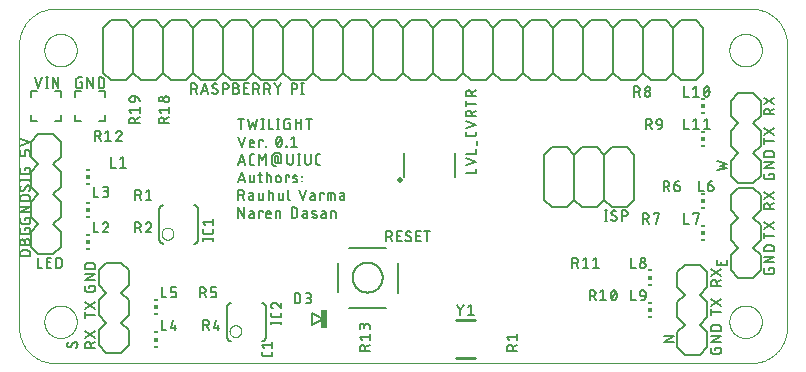
<source format=gto>
G75*
%MOIN*%
%OFA0B0*%
%FSLAX25Y25*%
%IPPOS*%
%LPD*%
%AMOC8*
5,1,8,0,0,1.08239X$1,22.5*
%
%ADD10C,0.00000*%
%ADD11C,0.00500*%
%ADD12C,0.00600*%
%ADD13R,0.01181X0.00591*%
%ADD14R,0.01181X0.01181*%
%ADD15C,0.00866*%
%ADD16C,0.00800*%
%ADD17R,0.02400X0.06200*%
%ADD18C,0.00200*%
%ADD19C,0.02000*%
D10*
X0014543Y0013041D02*
X0246827Y0013041D01*
X0247112Y0013044D01*
X0247398Y0013055D01*
X0247683Y0013072D01*
X0247967Y0013096D01*
X0248251Y0013127D01*
X0248534Y0013165D01*
X0248815Y0013210D01*
X0249096Y0013261D01*
X0249376Y0013319D01*
X0249654Y0013384D01*
X0249930Y0013456D01*
X0250204Y0013534D01*
X0250477Y0013619D01*
X0250747Y0013711D01*
X0251015Y0013809D01*
X0251281Y0013913D01*
X0251544Y0014024D01*
X0251804Y0014141D01*
X0252062Y0014264D01*
X0252316Y0014394D01*
X0252567Y0014530D01*
X0252815Y0014671D01*
X0253059Y0014819D01*
X0253300Y0014972D01*
X0253536Y0015132D01*
X0253769Y0015297D01*
X0253998Y0015467D01*
X0254223Y0015643D01*
X0254443Y0015825D01*
X0254659Y0016011D01*
X0254870Y0016203D01*
X0255077Y0016400D01*
X0255279Y0016602D01*
X0255476Y0016809D01*
X0255668Y0017020D01*
X0255854Y0017236D01*
X0256036Y0017456D01*
X0256212Y0017681D01*
X0256382Y0017910D01*
X0256547Y0018143D01*
X0256707Y0018379D01*
X0256860Y0018620D01*
X0257008Y0018864D01*
X0257149Y0019112D01*
X0257285Y0019363D01*
X0257415Y0019617D01*
X0257538Y0019875D01*
X0257655Y0020135D01*
X0257766Y0020398D01*
X0257870Y0020664D01*
X0257968Y0020932D01*
X0258060Y0021202D01*
X0258145Y0021475D01*
X0258223Y0021749D01*
X0258295Y0022025D01*
X0258360Y0022303D01*
X0258418Y0022583D01*
X0258469Y0022864D01*
X0258514Y0023145D01*
X0258552Y0023428D01*
X0258583Y0023712D01*
X0258607Y0023996D01*
X0258624Y0024281D01*
X0258635Y0024567D01*
X0258638Y0024852D01*
X0258638Y0119340D01*
X0258635Y0119625D01*
X0258624Y0119911D01*
X0258607Y0120196D01*
X0258583Y0120480D01*
X0258552Y0120764D01*
X0258514Y0121047D01*
X0258469Y0121328D01*
X0258418Y0121609D01*
X0258360Y0121889D01*
X0258295Y0122167D01*
X0258223Y0122443D01*
X0258145Y0122717D01*
X0258060Y0122990D01*
X0257968Y0123260D01*
X0257870Y0123528D01*
X0257766Y0123794D01*
X0257655Y0124057D01*
X0257538Y0124317D01*
X0257415Y0124575D01*
X0257285Y0124829D01*
X0257149Y0125080D01*
X0257008Y0125328D01*
X0256860Y0125572D01*
X0256707Y0125813D01*
X0256547Y0126049D01*
X0256382Y0126282D01*
X0256212Y0126511D01*
X0256036Y0126736D01*
X0255854Y0126956D01*
X0255668Y0127172D01*
X0255476Y0127383D01*
X0255279Y0127590D01*
X0255077Y0127792D01*
X0254870Y0127989D01*
X0254659Y0128181D01*
X0254443Y0128367D01*
X0254223Y0128549D01*
X0253998Y0128725D01*
X0253769Y0128895D01*
X0253536Y0129060D01*
X0253300Y0129220D01*
X0253059Y0129373D01*
X0252815Y0129521D01*
X0252567Y0129662D01*
X0252316Y0129798D01*
X0252062Y0129928D01*
X0251804Y0130051D01*
X0251544Y0130168D01*
X0251281Y0130279D01*
X0251015Y0130383D01*
X0250747Y0130481D01*
X0250477Y0130573D01*
X0250204Y0130658D01*
X0249930Y0130736D01*
X0249654Y0130808D01*
X0249376Y0130873D01*
X0249096Y0130931D01*
X0248815Y0130982D01*
X0248534Y0131027D01*
X0248251Y0131065D01*
X0247967Y0131096D01*
X0247683Y0131120D01*
X0247398Y0131137D01*
X0247112Y0131148D01*
X0246827Y0131151D01*
X0014543Y0131151D01*
X0014258Y0131148D01*
X0013972Y0131137D01*
X0013687Y0131120D01*
X0013403Y0131096D01*
X0013119Y0131065D01*
X0012836Y0131027D01*
X0012555Y0130982D01*
X0012274Y0130931D01*
X0011994Y0130873D01*
X0011716Y0130808D01*
X0011440Y0130736D01*
X0011166Y0130658D01*
X0010893Y0130573D01*
X0010623Y0130481D01*
X0010355Y0130383D01*
X0010089Y0130279D01*
X0009826Y0130168D01*
X0009566Y0130051D01*
X0009308Y0129928D01*
X0009054Y0129798D01*
X0008803Y0129662D01*
X0008555Y0129521D01*
X0008311Y0129373D01*
X0008070Y0129220D01*
X0007834Y0129060D01*
X0007601Y0128895D01*
X0007372Y0128725D01*
X0007147Y0128549D01*
X0006927Y0128367D01*
X0006711Y0128181D01*
X0006500Y0127989D01*
X0006293Y0127792D01*
X0006091Y0127590D01*
X0005894Y0127383D01*
X0005702Y0127172D01*
X0005516Y0126956D01*
X0005334Y0126736D01*
X0005158Y0126511D01*
X0004988Y0126282D01*
X0004823Y0126049D01*
X0004663Y0125813D01*
X0004510Y0125572D01*
X0004362Y0125328D01*
X0004221Y0125080D01*
X0004085Y0124829D01*
X0003955Y0124575D01*
X0003832Y0124317D01*
X0003715Y0124057D01*
X0003604Y0123794D01*
X0003500Y0123528D01*
X0003402Y0123260D01*
X0003310Y0122990D01*
X0003225Y0122717D01*
X0003147Y0122443D01*
X0003075Y0122167D01*
X0003010Y0121889D01*
X0002952Y0121609D01*
X0002901Y0121328D01*
X0002856Y0121047D01*
X0002818Y0120764D01*
X0002787Y0120480D01*
X0002763Y0120196D01*
X0002746Y0119911D01*
X0002735Y0119625D01*
X0002732Y0119340D01*
X0002732Y0024852D01*
X0002735Y0024567D01*
X0002746Y0024281D01*
X0002763Y0023996D01*
X0002787Y0023712D01*
X0002818Y0023428D01*
X0002856Y0023145D01*
X0002901Y0022864D01*
X0002952Y0022583D01*
X0003010Y0022303D01*
X0003075Y0022025D01*
X0003147Y0021749D01*
X0003225Y0021475D01*
X0003310Y0021202D01*
X0003402Y0020932D01*
X0003500Y0020664D01*
X0003604Y0020398D01*
X0003715Y0020135D01*
X0003832Y0019875D01*
X0003955Y0019617D01*
X0004085Y0019363D01*
X0004221Y0019112D01*
X0004362Y0018864D01*
X0004510Y0018620D01*
X0004663Y0018379D01*
X0004823Y0018143D01*
X0004988Y0017910D01*
X0005158Y0017681D01*
X0005334Y0017456D01*
X0005516Y0017236D01*
X0005702Y0017020D01*
X0005894Y0016809D01*
X0006091Y0016602D01*
X0006293Y0016400D01*
X0006500Y0016203D01*
X0006711Y0016011D01*
X0006927Y0015825D01*
X0007147Y0015643D01*
X0007372Y0015467D01*
X0007601Y0015297D01*
X0007834Y0015132D01*
X0008070Y0014972D01*
X0008311Y0014819D01*
X0008555Y0014671D01*
X0008803Y0014530D01*
X0009054Y0014394D01*
X0009308Y0014264D01*
X0009566Y0014141D01*
X0009826Y0014024D01*
X0010089Y0013913D01*
X0010355Y0013809D01*
X0010623Y0013711D01*
X0010893Y0013619D01*
X0011166Y0013534D01*
X0011440Y0013456D01*
X0011716Y0013384D01*
X0011994Y0013319D01*
X0012274Y0013261D01*
X0012555Y0013210D01*
X0012836Y0013165D01*
X0013119Y0013127D01*
X0013403Y0013096D01*
X0013687Y0013072D01*
X0013972Y0013055D01*
X0014258Y0013044D01*
X0014543Y0013041D01*
X0011099Y0026820D02*
X0011101Y0026967D01*
X0011107Y0027113D01*
X0011117Y0027259D01*
X0011131Y0027405D01*
X0011149Y0027551D01*
X0011170Y0027696D01*
X0011196Y0027840D01*
X0011226Y0027984D01*
X0011259Y0028126D01*
X0011296Y0028268D01*
X0011337Y0028409D01*
X0011382Y0028548D01*
X0011431Y0028687D01*
X0011483Y0028824D01*
X0011540Y0028959D01*
X0011599Y0029093D01*
X0011663Y0029225D01*
X0011730Y0029355D01*
X0011800Y0029484D01*
X0011874Y0029611D01*
X0011951Y0029735D01*
X0012032Y0029858D01*
X0012116Y0029978D01*
X0012203Y0030096D01*
X0012293Y0030211D01*
X0012386Y0030324D01*
X0012483Y0030435D01*
X0012582Y0030543D01*
X0012684Y0030648D01*
X0012789Y0030750D01*
X0012897Y0030849D01*
X0013008Y0030946D01*
X0013121Y0031039D01*
X0013236Y0031129D01*
X0013354Y0031216D01*
X0013474Y0031300D01*
X0013597Y0031381D01*
X0013721Y0031458D01*
X0013848Y0031532D01*
X0013977Y0031602D01*
X0014107Y0031669D01*
X0014239Y0031733D01*
X0014373Y0031792D01*
X0014508Y0031849D01*
X0014645Y0031901D01*
X0014784Y0031950D01*
X0014923Y0031995D01*
X0015064Y0032036D01*
X0015206Y0032073D01*
X0015348Y0032106D01*
X0015492Y0032136D01*
X0015636Y0032162D01*
X0015781Y0032183D01*
X0015927Y0032201D01*
X0016073Y0032215D01*
X0016219Y0032225D01*
X0016365Y0032231D01*
X0016512Y0032233D01*
X0016659Y0032231D01*
X0016805Y0032225D01*
X0016951Y0032215D01*
X0017097Y0032201D01*
X0017243Y0032183D01*
X0017388Y0032162D01*
X0017532Y0032136D01*
X0017676Y0032106D01*
X0017818Y0032073D01*
X0017960Y0032036D01*
X0018101Y0031995D01*
X0018240Y0031950D01*
X0018379Y0031901D01*
X0018516Y0031849D01*
X0018651Y0031792D01*
X0018785Y0031733D01*
X0018917Y0031669D01*
X0019047Y0031602D01*
X0019176Y0031532D01*
X0019303Y0031458D01*
X0019427Y0031381D01*
X0019550Y0031300D01*
X0019670Y0031216D01*
X0019788Y0031129D01*
X0019903Y0031039D01*
X0020016Y0030946D01*
X0020127Y0030849D01*
X0020235Y0030750D01*
X0020340Y0030648D01*
X0020442Y0030543D01*
X0020541Y0030435D01*
X0020638Y0030324D01*
X0020731Y0030211D01*
X0020821Y0030096D01*
X0020908Y0029978D01*
X0020992Y0029858D01*
X0021073Y0029735D01*
X0021150Y0029611D01*
X0021224Y0029484D01*
X0021294Y0029355D01*
X0021361Y0029225D01*
X0021425Y0029093D01*
X0021484Y0028959D01*
X0021541Y0028824D01*
X0021593Y0028687D01*
X0021642Y0028548D01*
X0021687Y0028409D01*
X0021728Y0028268D01*
X0021765Y0028126D01*
X0021798Y0027984D01*
X0021828Y0027840D01*
X0021854Y0027696D01*
X0021875Y0027551D01*
X0021893Y0027405D01*
X0021907Y0027259D01*
X0021917Y0027113D01*
X0021923Y0026967D01*
X0021925Y0026820D01*
X0021923Y0026673D01*
X0021917Y0026527D01*
X0021907Y0026381D01*
X0021893Y0026235D01*
X0021875Y0026089D01*
X0021854Y0025944D01*
X0021828Y0025800D01*
X0021798Y0025656D01*
X0021765Y0025514D01*
X0021728Y0025372D01*
X0021687Y0025231D01*
X0021642Y0025092D01*
X0021593Y0024953D01*
X0021541Y0024816D01*
X0021484Y0024681D01*
X0021425Y0024547D01*
X0021361Y0024415D01*
X0021294Y0024285D01*
X0021224Y0024156D01*
X0021150Y0024029D01*
X0021073Y0023905D01*
X0020992Y0023782D01*
X0020908Y0023662D01*
X0020821Y0023544D01*
X0020731Y0023429D01*
X0020638Y0023316D01*
X0020541Y0023205D01*
X0020442Y0023097D01*
X0020340Y0022992D01*
X0020235Y0022890D01*
X0020127Y0022791D01*
X0020016Y0022694D01*
X0019903Y0022601D01*
X0019788Y0022511D01*
X0019670Y0022424D01*
X0019550Y0022340D01*
X0019427Y0022259D01*
X0019303Y0022182D01*
X0019176Y0022108D01*
X0019047Y0022038D01*
X0018917Y0021971D01*
X0018785Y0021907D01*
X0018651Y0021848D01*
X0018516Y0021791D01*
X0018379Y0021739D01*
X0018240Y0021690D01*
X0018101Y0021645D01*
X0017960Y0021604D01*
X0017818Y0021567D01*
X0017676Y0021534D01*
X0017532Y0021504D01*
X0017388Y0021478D01*
X0017243Y0021457D01*
X0017097Y0021439D01*
X0016951Y0021425D01*
X0016805Y0021415D01*
X0016659Y0021409D01*
X0016512Y0021407D01*
X0016365Y0021409D01*
X0016219Y0021415D01*
X0016073Y0021425D01*
X0015927Y0021439D01*
X0015781Y0021457D01*
X0015636Y0021478D01*
X0015492Y0021504D01*
X0015348Y0021534D01*
X0015206Y0021567D01*
X0015064Y0021604D01*
X0014923Y0021645D01*
X0014784Y0021690D01*
X0014645Y0021739D01*
X0014508Y0021791D01*
X0014373Y0021848D01*
X0014239Y0021907D01*
X0014107Y0021971D01*
X0013977Y0022038D01*
X0013848Y0022108D01*
X0013721Y0022182D01*
X0013597Y0022259D01*
X0013474Y0022340D01*
X0013354Y0022424D01*
X0013236Y0022511D01*
X0013121Y0022601D01*
X0013008Y0022694D01*
X0012897Y0022791D01*
X0012789Y0022890D01*
X0012684Y0022992D01*
X0012582Y0023097D01*
X0012483Y0023205D01*
X0012386Y0023316D01*
X0012293Y0023429D01*
X0012203Y0023544D01*
X0012116Y0023662D01*
X0012032Y0023782D01*
X0011951Y0023905D01*
X0011874Y0024029D01*
X0011800Y0024156D01*
X0011730Y0024285D01*
X0011663Y0024415D01*
X0011599Y0024547D01*
X0011540Y0024681D01*
X0011483Y0024816D01*
X0011431Y0024953D01*
X0011382Y0025092D01*
X0011337Y0025231D01*
X0011296Y0025372D01*
X0011259Y0025514D01*
X0011226Y0025656D01*
X0011196Y0025800D01*
X0011170Y0025944D01*
X0011149Y0026089D01*
X0011131Y0026235D01*
X0011117Y0026381D01*
X0011107Y0026527D01*
X0011101Y0026673D01*
X0011099Y0026820D01*
X0011099Y0117371D02*
X0011101Y0117518D01*
X0011107Y0117664D01*
X0011117Y0117810D01*
X0011131Y0117956D01*
X0011149Y0118102D01*
X0011170Y0118247D01*
X0011196Y0118391D01*
X0011226Y0118535D01*
X0011259Y0118677D01*
X0011296Y0118819D01*
X0011337Y0118960D01*
X0011382Y0119099D01*
X0011431Y0119238D01*
X0011483Y0119375D01*
X0011540Y0119510D01*
X0011599Y0119644D01*
X0011663Y0119776D01*
X0011730Y0119906D01*
X0011800Y0120035D01*
X0011874Y0120162D01*
X0011951Y0120286D01*
X0012032Y0120409D01*
X0012116Y0120529D01*
X0012203Y0120647D01*
X0012293Y0120762D01*
X0012386Y0120875D01*
X0012483Y0120986D01*
X0012582Y0121094D01*
X0012684Y0121199D01*
X0012789Y0121301D01*
X0012897Y0121400D01*
X0013008Y0121497D01*
X0013121Y0121590D01*
X0013236Y0121680D01*
X0013354Y0121767D01*
X0013474Y0121851D01*
X0013597Y0121932D01*
X0013721Y0122009D01*
X0013848Y0122083D01*
X0013977Y0122153D01*
X0014107Y0122220D01*
X0014239Y0122284D01*
X0014373Y0122343D01*
X0014508Y0122400D01*
X0014645Y0122452D01*
X0014784Y0122501D01*
X0014923Y0122546D01*
X0015064Y0122587D01*
X0015206Y0122624D01*
X0015348Y0122657D01*
X0015492Y0122687D01*
X0015636Y0122713D01*
X0015781Y0122734D01*
X0015927Y0122752D01*
X0016073Y0122766D01*
X0016219Y0122776D01*
X0016365Y0122782D01*
X0016512Y0122784D01*
X0016659Y0122782D01*
X0016805Y0122776D01*
X0016951Y0122766D01*
X0017097Y0122752D01*
X0017243Y0122734D01*
X0017388Y0122713D01*
X0017532Y0122687D01*
X0017676Y0122657D01*
X0017818Y0122624D01*
X0017960Y0122587D01*
X0018101Y0122546D01*
X0018240Y0122501D01*
X0018379Y0122452D01*
X0018516Y0122400D01*
X0018651Y0122343D01*
X0018785Y0122284D01*
X0018917Y0122220D01*
X0019047Y0122153D01*
X0019176Y0122083D01*
X0019303Y0122009D01*
X0019427Y0121932D01*
X0019550Y0121851D01*
X0019670Y0121767D01*
X0019788Y0121680D01*
X0019903Y0121590D01*
X0020016Y0121497D01*
X0020127Y0121400D01*
X0020235Y0121301D01*
X0020340Y0121199D01*
X0020442Y0121094D01*
X0020541Y0120986D01*
X0020638Y0120875D01*
X0020731Y0120762D01*
X0020821Y0120647D01*
X0020908Y0120529D01*
X0020992Y0120409D01*
X0021073Y0120286D01*
X0021150Y0120162D01*
X0021224Y0120035D01*
X0021294Y0119906D01*
X0021361Y0119776D01*
X0021425Y0119644D01*
X0021484Y0119510D01*
X0021541Y0119375D01*
X0021593Y0119238D01*
X0021642Y0119099D01*
X0021687Y0118960D01*
X0021728Y0118819D01*
X0021765Y0118677D01*
X0021798Y0118535D01*
X0021828Y0118391D01*
X0021854Y0118247D01*
X0021875Y0118102D01*
X0021893Y0117956D01*
X0021907Y0117810D01*
X0021917Y0117664D01*
X0021923Y0117518D01*
X0021925Y0117371D01*
X0021923Y0117224D01*
X0021917Y0117078D01*
X0021907Y0116932D01*
X0021893Y0116786D01*
X0021875Y0116640D01*
X0021854Y0116495D01*
X0021828Y0116351D01*
X0021798Y0116207D01*
X0021765Y0116065D01*
X0021728Y0115923D01*
X0021687Y0115782D01*
X0021642Y0115643D01*
X0021593Y0115504D01*
X0021541Y0115367D01*
X0021484Y0115232D01*
X0021425Y0115098D01*
X0021361Y0114966D01*
X0021294Y0114836D01*
X0021224Y0114707D01*
X0021150Y0114580D01*
X0021073Y0114456D01*
X0020992Y0114333D01*
X0020908Y0114213D01*
X0020821Y0114095D01*
X0020731Y0113980D01*
X0020638Y0113867D01*
X0020541Y0113756D01*
X0020442Y0113648D01*
X0020340Y0113543D01*
X0020235Y0113441D01*
X0020127Y0113342D01*
X0020016Y0113245D01*
X0019903Y0113152D01*
X0019788Y0113062D01*
X0019670Y0112975D01*
X0019550Y0112891D01*
X0019427Y0112810D01*
X0019303Y0112733D01*
X0019176Y0112659D01*
X0019047Y0112589D01*
X0018917Y0112522D01*
X0018785Y0112458D01*
X0018651Y0112399D01*
X0018516Y0112342D01*
X0018379Y0112290D01*
X0018240Y0112241D01*
X0018101Y0112196D01*
X0017960Y0112155D01*
X0017818Y0112118D01*
X0017676Y0112085D01*
X0017532Y0112055D01*
X0017388Y0112029D01*
X0017243Y0112008D01*
X0017097Y0111990D01*
X0016951Y0111976D01*
X0016805Y0111966D01*
X0016659Y0111960D01*
X0016512Y0111958D01*
X0016365Y0111960D01*
X0016219Y0111966D01*
X0016073Y0111976D01*
X0015927Y0111990D01*
X0015781Y0112008D01*
X0015636Y0112029D01*
X0015492Y0112055D01*
X0015348Y0112085D01*
X0015206Y0112118D01*
X0015064Y0112155D01*
X0014923Y0112196D01*
X0014784Y0112241D01*
X0014645Y0112290D01*
X0014508Y0112342D01*
X0014373Y0112399D01*
X0014239Y0112458D01*
X0014107Y0112522D01*
X0013977Y0112589D01*
X0013848Y0112659D01*
X0013721Y0112733D01*
X0013597Y0112810D01*
X0013474Y0112891D01*
X0013354Y0112975D01*
X0013236Y0113062D01*
X0013121Y0113152D01*
X0013008Y0113245D01*
X0012897Y0113342D01*
X0012789Y0113441D01*
X0012684Y0113543D01*
X0012582Y0113648D01*
X0012483Y0113756D01*
X0012386Y0113867D01*
X0012293Y0113980D01*
X0012203Y0114095D01*
X0012116Y0114213D01*
X0012032Y0114333D01*
X0011951Y0114456D01*
X0011874Y0114580D01*
X0011800Y0114707D01*
X0011730Y0114836D01*
X0011663Y0114966D01*
X0011599Y0115098D01*
X0011540Y0115232D01*
X0011483Y0115367D01*
X0011431Y0115504D01*
X0011382Y0115643D01*
X0011337Y0115782D01*
X0011296Y0115923D01*
X0011259Y0116065D01*
X0011226Y0116207D01*
X0011196Y0116351D01*
X0011170Y0116495D01*
X0011149Y0116640D01*
X0011131Y0116786D01*
X0011117Y0116932D01*
X0011107Y0117078D01*
X0011101Y0117224D01*
X0011099Y0117371D01*
X0239445Y0117371D02*
X0239447Y0117518D01*
X0239453Y0117664D01*
X0239463Y0117810D01*
X0239477Y0117956D01*
X0239495Y0118102D01*
X0239516Y0118247D01*
X0239542Y0118391D01*
X0239572Y0118535D01*
X0239605Y0118677D01*
X0239642Y0118819D01*
X0239683Y0118960D01*
X0239728Y0119099D01*
X0239777Y0119238D01*
X0239829Y0119375D01*
X0239886Y0119510D01*
X0239945Y0119644D01*
X0240009Y0119776D01*
X0240076Y0119906D01*
X0240146Y0120035D01*
X0240220Y0120162D01*
X0240297Y0120286D01*
X0240378Y0120409D01*
X0240462Y0120529D01*
X0240549Y0120647D01*
X0240639Y0120762D01*
X0240732Y0120875D01*
X0240829Y0120986D01*
X0240928Y0121094D01*
X0241030Y0121199D01*
X0241135Y0121301D01*
X0241243Y0121400D01*
X0241354Y0121497D01*
X0241467Y0121590D01*
X0241582Y0121680D01*
X0241700Y0121767D01*
X0241820Y0121851D01*
X0241943Y0121932D01*
X0242067Y0122009D01*
X0242194Y0122083D01*
X0242323Y0122153D01*
X0242453Y0122220D01*
X0242585Y0122284D01*
X0242719Y0122343D01*
X0242854Y0122400D01*
X0242991Y0122452D01*
X0243130Y0122501D01*
X0243269Y0122546D01*
X0243410Y0122587D01*
X0243552Y0122624D01*
X0243694Y0122657D01*
X0243838Y0122687D01*
X0243982Y0122713D01*
X0244127Y0122734D01*
X0244273Y0122752D01*
X0244419Y0122766D01*
X0244565Y0122776D01*
X0244711Y0122782D01*
X0244858Y0122784D01*
X0245005Y0122782D01*
X0245151Y0122776D01*
X0245297Y0122766D01*
X0245443Y0122752D01*
X0245589Y0122734D01*
X0245734Y0122713D01*
X0245878Y0122687D01*
X0246022Y0122657D01*
X0246164Y0122624D01*
X0246306Y0122587D01*
X0246447Y0122546D01*
X0246586Y0122501D01*
X0246725Y0122452D01*
X0246862Y0122400D01*
X0246997Y0122343D01*
X0247131Y0122284D01*
X0247263Y0122220D01*
X0247393Y0122153D01*
X0247522Y0122083D01*
X0247649Y0122009D01*
X0247773Y0121932D01*
X0247896Y0121851D01*
X0248016Y0121767D01*
X0248134Y0121680D01*
X0248249Y0121590D01*
X0248362Y0121497D01*
X0248473Y0121400D01*
X0248581Y0121301D01*
X0248686Y0121199D01*
X0248788Y0121094D01*
X0248887Y0120986D01*
X0248984Y0120875D01*
X0249077Y0120762D01*
X0249167Y0120647D01*
X0249254Y0120529D01*
X0249338Y0120409D01*
X0249419Y0120286D01*
X0249496Y0120162D01*
X0249570Y0120035D01*
X0249640Y0119906D01*
X0249707Y0119776D01*
X0249771Y0119644D01*
X0249830Y0119510D01*
X0249887Y0119375D01*
X0249939Y0119238D01*
X0249988Y0119099D01*
X0250033Y0118960D01*
X0250074Y0118819D01*
X0250111Y0118677D01*
X0250144Y0118535D01*
X0250174Y0118391D01*
X0250200Y0118247D01*
X0250221Y0118102D01*
X0250239Y0117956D01*
X0250253Y0117810D01*
X0250263Y0117664D01*
X0250269Y0117518D01*
X0250271Y0117371D01*
X0250269Y0117224D01*
X0250263Y0117078D01*
X0250253Y0116932D01*
X0250239Y0116786D01*
X0250221Y0116640D01*
X0250200Y0116495D01*
X0250174Y0116351D01*
X0250144Y0116207D01*
X0250111Y0116065D01*
X0250074Y0115923D01*
X0250033Y0115782D01*
X0249988Y0115643D01*
X0249939Y0115504D01*
X0249887Y0115367D01*
X0249830Y0115232D01*
X0249771Y0115098D01*
X0249707Y0114966D01*
X0249640Y0114836D01*
X0249570Y0114707D01*
X0249496Y0114580D01*
X0249419Y0114456D01*
X0249338Y0114333D01*
X0249254Y0114213D01*
X0249167Y0114095D01*
X0249077Y0113980D01*
X0248984Y0113867D01*
X0248887Y0113756D01*
X0248788Y0113648D01*
X0248686Y0113543D01*
X0248581Y0113441D01*
X0248473Y0113342D01*
X0248362Y0113245D01*
X0248249Y0113152D01*
X0248134Y0113062D01*
X0248016Y0112975D01*
X0247896Y0112891D01*
X0247773Y0112810D01*
X0247649Y0112733D01*
X0247522Y0112659D01*
X0247393Y0112589D01*
X0247263Y0112522D01*
X0247131Y0112458D01*
X0246997Y0112399D01*
X0246862Y0112342D01*
X0246725Y0112290D01*
X0246586Y0112241D01*
X0246447Y0112196D01*
X0246306Y0112155D01*
X0246164Y0112118D01*
X0246022Y0112085D01*
X0245878Y0112055D01*
X0245734Y0112029D01*
X0245589Y0112008D01*
X0245443Y0111990D01*
X0245297Y0111976D01*
X0245151Y0111966D01*
X0245005Y0111960D01*
X0244858Y0111958D01*
X0244711Y0111960D01*
X0244565Y0111966D01*
X0244419Y0111976D01*
X0244273Y0111990D01*
X0244127Y0112008D01*
X0243982Y0112029D01*
X0243838Y0112055D01*
X0243694Y0112085D01*
X0243552Y0112118D01*
X0243410Y0112155D01*
X0243269Y0112196D01*
X0243130Y0112241D01*
X0242991Y0112290D01*
X0242854Y0112342D01*
X0242719Y0112399D01*
X0242585Y0112458D01*
X0242453Y0112522D01*
X0242323Y0112589D01*
X0242194Y0112659D01*
X0242067Y0112733D01*
X0241943Y0112810D01*
X0241820Y0112891D01*
X0241700Y0112975D01*
X0241582Y0113062D01*
X0241467Y0113152D01*
X0241354Y0113245D01*
X0241243Y0113342D01*
X0241135Y0113441D01*
X0241030Y0113543D01*
X0240928Y0113648D01*
X0240829Y0113756D01*
X0240732Y0113867D01*
X0240639Y0113980D01*
X0240549Y0114095D01*
X0240462Y0114213D01*
X0240378Y0114333D01*
X0240297Y0114456D01*
X0240220Y0114580D01*
X0240146Y0114707D01*
X0240076Y0114836D01*
X0240009Y0114966D01*
X0239945Y0115098D01*
X0239886Y0115232D01*
X0239829Y0115367D01*
X0239777Y0115504D01*
X0239728Y0115643D01*
X0239683Y0115782D01*
X0239642Y0115923D01*
X0239605Y0116065D01*
X0239572Y0116207D01*
X0239542Y0116351D01*
X0239516Y0116495D01*
X0239495Y0116640D01*
X0239477Y0116786D01*
X0239463Y0116932D01*
X0239453Y0117078D01*
X0239447Y0117224D01*
X0239445Y0117371D01*
X0239445Y0026820D02*
X0239447Y0026967D01*
X0239453Y0027113D01*
X0239463Y0027259D01*
X0239477Y0027405D01*
X0239495Y0027551D01*
X0239516Y0027696D01*
X0239542Y0027840D01*
X0239572Y0027984D01*
X0239605Y0028126D01*
X0239642Y0028268D01*
X0239683Y0028409D01*
X0239728Y0028548D01*
X0239777Y0028687D01*
X0239829Y0028824D01*
X0239886Y0028959D01*
X0239945Y0029093D01*
X0240009Y0029225D01*
X0240076Y0029355D01*
X0240146Y0029484D01*
X0240220Y0029611D01*
X0240297Y0029735D01*
X0240378Y0029858D01*
X0240462Y0029978D01*
X0240549Y0030096D01*
X0240639Y0030211D01*
X0240732Y0030324D01*
X0240829Y0030435D01*
X0240928Y0030543D01*
X0241030Y0030648D01*
X0241135Y0030750D01*
X0241243Y0030849D01*
X0241354Y0030946D01*
X0241467Y0031039D01*
X0241582Y0031129D01*
X0241700Y0031216D01*
X0241820Y0031300D01*
X0241943Y0031381D01*
X0242067Y0031458D01*
X0242194Y0031532D01*
X0242323Y0031602D01*
X0242453Y0031669D01*
X0242585Y0031733D01*
X0242719Y0031792D01*
X0242854Y0031849D01*
X0242991Y0031901D01*
X0243130Y0031950D01*
X0243269Y0031995D01*
X0243410Y0032036D01*
X0243552Y0032073D01*
X0243694Y0032106D01*
X0243838Y0032136D01*
X0243982Y0032162D01*
X0244127Y0032183D01*
X0244273Y0032201D01*
X0244419Y0032215D01*
X0244565Y0032225D01*
X0244711Y0032231D01*
X0244858Y0032233D01*
X0245005Y0032231D01*
X0245151Y0032225D01*
X0245297Y0032215D01*
X0245443Y0032201D01*
X0245589Y0032183D01*
X0245734Y0032162D01*
X0245878Y0032136D01*
X0246022Y0032106D01*
X0246164Y0032073D01*
X0246306Y0032036D01*
X0246447Y0031995D01*
X0246586Y0031950D01*
X0246725Y0031901D01*
X0246862Y0031849D01*
X0246997Y0031792D01*
X0247131Y0031733D01*
X0247263Y0031669D01*
X0247393Y0031602D01*
X0247522Y0031532D01*
X0247649Y0031458D01*
X0247773Y0031381D01*
X0247896Y0031300D01*
X0248016Y0031216D01*
X0248134Y0031129D01*
X0248249Y0031039D01*
X0248362Y0030946D01*
X0248473Y0030849D01*
X0248581Y0030750D01*
X0248686Y0030648D01*
X0248788Y0030543D01*
X0248887Y0030435D01*
X0248984Y0030324D01*
X0249077Y0030211D01*
X0249167Y0030096D01*
X0249254Y0029978D01*
X0249338Y0029858D01*
X0249419Y0029735D01*
X0249496Y0029611D01*
X0249570Y0029484D01*
X0249640Y0029355D01*
X0249707Y0029225D01*
X0249771Y0029093D01*
X0249830Y0028959D01*
X0249887Y0028824D01*
X0249939Y0028687D01*
X0249988Y0028548D01*
X0250033Y0028409D01*
X0250074Y0028268D01*
X0250111Y0028126D01*
X0250144Y0027984D01*
X0250174Y0027840D01*
X0250200Y0027696D01*
X0250221Y0027551D01*
X0250239Y0027405D01*
X0250253Y0027259D01*
X0250263Y0027113D01*
X0250269Y0026967D01*
X0250271Y0026820D01*
X0250269Y0026673D01*
X0250263Y0026527D01*
X0250253Y0026381D01*
X0250239Y0026235D01*
X0250221Y0026089D01*
X0250200Y0025944D01*
X0250174Y0025800D01*
X0250144Y0025656D01*
X0250111Y0025514D01*
X0250074Y0025372D01*
X0250033Y0025231D01*
X0249988Y0025092D01*
X0249939Y0024953D01*
X0249887Y0024816D01*
X0249830Y0024681D01*
X0249771Y0024547D01*
X0249707Y0024415D01*
X0249640Y0024285D01*
X0249570Y0024156D01*
X0249496Y0024029D01*
X0249419Y0023905D01*
X0249338Y0023782D01*
X0249254Y0023662D01*
X0249167Y0023544D01*
X0249077Y0023429D01*
X0248984Y0023316D01*
X0248887Y0023205D01*
X0248788Y0023097D01*
X0248686Y0022992D01*
X0248581Y0022890D01*
X0248473Y0022791D01*
X0248362Y0022694D01*
X0248249Y0022601D01*
X0248134Y0022511D01*
X0248016Y0022424D01*
X0247896Y0022340D01*
X0247773Y0022259D01*
X0247649Y0022182D01*
X0247522Y0022108D01*
X0247393Y0022038D01*
X0247263Y0021971D01*
X0247131Y0021907D01*
X0246997Y0021848D01*
X0246862Y0021791D01*
X0246725Y0021739D01*
X0246586Y0021690D01*
X0246447Y0021645D01*
X0246306Y0021604D01*
X0246164Y0021567D01*
X0246022Y0021534D01*
X0245878Y0021504D01*
X0245734Y0021478D01*
X0245589Y0021457D01*
X0245443Y0021439D01*
X0245297Y0021425D01*
X0245151Y0021415D01*
X0245005Y0021409D01*
X0244858Y0021407D01*
X0244711Y0021409D01*
X0244565Y0021415D01*
X0244419Y0021425D01*
X0244273Y0021439D01*
X0244127Y0021457D01*
X0243982Y0021478D01*
X0243838Y0021504D01*
X0243694Y0021534D01*
X0243552Y0021567D01*
X0243410Y0021604D01*
X0243269Y0021645D01*
X0243130Y0021690D01*
X0242991Y0021739D01*
X0242854Y0021791D01*
X0242719Y0021848D01*
X0242585Y0021907D01*
X0242453Y0021971D01*
X0242323Y0022038D01*
X0242194Y0022108D01*
X0242067Y0022182D01*
X0241943Y0022259D01*
X0241820Y0022340D01*
X0241700Y0022424D01*
X0241582Y0022511D01*
X0241467Y0022601D01*
X0241354Y0022694D01*
X0241243Y0022791D01*
X0241135Y0022890D01*
X0241030Y0022992D01*
X0240928Y0023097D01*
X0240829Y0023205D01*
X0240732Y0023316D01*
X0240639Y0023429D01*
X0240549Y0023544D01*
X0240462Y0023662D01*
X0240378Y0023782D01*
X0240297Y0023905D01*
X0240220Y0024029D01*
X0240146Y0024156D01*
X0240076Y0024285D01*
X0240009Y0024415D01*
X0239945Y0024547D01*
X0239886Y0024681D01*
X0239829Y0024816D01*
X0239777Y0024953D01*
X0239728Y0025092D01*
X0239683Y0025231D01*
X0239642Y0025372D01*
X0239605Y0025514D01*
X0239572Y0025656D01*
X0239542Y0025800D01*
X0239516Y0025944D01*
X0239495Y0026089D01*
X0239477Y0026235D01*
X0239463Y0026381D01*
X0239453Y0026527D01*
X0239447Y0026673D01*
X0239445Y0026820D01*
D11*
X0235780Y0025712D02*
X0234252Y0025712D01*
X0234192Y0025710D01*
X0234132Y0025704D01*
X0234073Y0025695D01*
X0234015Y0025682D01*
X0233957Y0025665D01*
X0233900Y0025645D01*
X0233845Y0025621D01*
X0233792Y0025594D01*
X0233740Y0025563D01*
X0233691Y0025530D01*
X0233643Y0025493D01*
X0233598Y0025453D01*
X0233556Y0025411D01*
X0233516Y0025366D01*
X0233479Y0025318D01*
X0233446Y0025269D01*
X0233415Y0025217D01*
X0233388Y0025164D01*
X0233364Y0025109D01*
X0233344Y0025052D01*
X0233327Y0024994D01*
X0233314Y0024936D01*
X0233305Y0024877D01*
X0233299Y0024817D01*
X0233297Y0024757D01*
X0233297Y0023802D01*
X0236734Y0023802D01*
X0236734Y0024757D01*
X0236735Y0024757D02*
X0236733Y0024817D01*
X0236727Y0024877D01*
X0236718Y0024936D01*
X0236705Y0024994D01*
X0236688Y0025052D01*
X0236668Y0025109D01*
X0236644Y0025164D01*
X0236617Y0025217D01*
X0236586Y0025269D01*
X0236553Y0025318D01*
X0236516Y0025366D01*
X0236476Y0025411D01*
X0236434Y0025453D01*
X0236389Y0025493D01*
X0236341Y0025530D01*
X0236292Y0025563D01*
X0236240Y0025594D01*
X0236187Y0025621D01*
X0236132Y0025645D01*
X0236075Y0025665D01*
X0236017Y0025682D01*
X0235959Y0025695D01*
X0235900Y0025704D01*
X0235840Y0025710D01*
X0235780Y0025712D01*
X0236734Y0021932D02*
X0233297Y0021932D01*
X0233297Y0020023D02*
X0236734Y0021932D01*
X0236734Y0020023D02*
X0233297Y0020023D01*
X0233297Y0018153D02*
X0233297Y0017007D01*
X0233299Y0016952D01*
X0233305Y0016898D01*
X0233314Y0016845D01*
X0233328Y0016792D01*
X0233345Y0016740D01*
X0233366Y0016690D01*
X0233390Y0016641D01*
X0233418Y0016594D01*
X0233449Y0016549D01*
X0233484Y0016507D01*
X0233521Y0016467D01*
X0233561Y0016430D01*
X0233603Y0016395D01*
X0233648Y0016364D01*
X0233695Y0016336D01*
X0233744Y0016312D01*
X0233794Y0016291D01*
X0233846Y0016274D01*
X0233899Y0016260D01*
X0233952Y0016251D01*
X0234006Y0016245D01*
X0234061Y0016243D01*
X0235970Y0016243D01*
X0236025Y0016245D01*
X0236079Y0016251D01*
X0236132Y0016260D01*
X0236185Y0016274D01*
X0236237Y0016291D01*
X0236287Y0016312D01*
X0236336Y0016336D01*
X0236383Y0016364D01*
X0236428Y0016395D01*
X0236470Y0016430D01*
X0236510Y0016467D01*
X0236547Y0016507D01*
X0236582Y0016549D01*
X0236613Y0016594D01*
X0236641Y0016641D01*
X0236665Y0016690D01*
X0236686Y0016740D01*
X0236703Y0016792D01*
X0236717Y0016845D01*
X0236726Y0016898D01*
X0236732Y0016952D01*
X0236734Y0017007D01*
X0236734Y0018153D01*
X0234825Y0018153D01*
X0234825Y0017580D01*
X0220986Y0020180D02*
X0217549Y0020180D01*
X0220986Y0022090D01*
X0217549Y0022090D01*
X0233297Y0029039D02*
X0233297Y0030948D01*
X0233297Y0029993D02*
X0236734Y0029993D01*
X0236734Y0032155D02*
X0233297Y0034446D01*
X0233297Y0032155D02*
X0236734Y0034446D01*
X0236734Y0038881D02*
X0233297Y0038881D01*
X0233297Y0039836D01*
X0233299Y0039896D01*
X0233305Y0039956D01*
X0233314Y0040015D01*
X0233327Y0040073D01*
X0233344Y0040131D01*
X0233364Y0040188D01*
X0233388Y0040243D01*
X0233415Y0040296D01*
X0233446Y0040348D01*
X0233479Y0040397D01*
X0233516Y0040445D01*
X0233556Y0040490D01*
X0233598Y0040532D01*
X0233643Y0040572D01*
X0233691Y0040609D01*
X0233740Y0040642D01*
X0233792Y0040673D01*
X0233845Y0040700D01*
X0233900Y0040724D01*
X0233957Y0040744D01*
X0234015Y0040761D01*
X0234073Y0040774D01*
X0234132Y0040783D01*
X0234192Y0040789D01*
X0234252Y0040791D01*
X0234312Y0040789D01*
X0234372Y0040783D01*
X0234431Y0040774D01*
X0234489Y0040761D01*
X0234547Y0040744D01*
X0234604Y0040724D01*
X0234659Y0040700D01*
X0234712Y0040673D01*
X0234764Y0040642D01*
X0234813Y0040609D01*
X0234861Y0040572D01*
X0234906Y0040532D01*
X0234948Y0040490D01*
X0234988Y0040445D01*
X0235025Y0040397D01*
X0235058Y0040348D01*
X0235089Y0040296D01*
X0235116Y0040243D01*
X0235140Y0040188D01*
X0235160Y0040131D01*
X0235177Y0040073D01*
X0235190Y0040015D01*
X0235199Y0039956D01*
X0235205Y0039896D01*
X0235207Y0039836D01*
X0235207Y0038881D01*
X0235207Y0040027D02*
X0236734Y0040791D01*
X0236734Y0042204D02*
X0233297Y0044495D01*
X0233297Y0042204D02*
X0236734Y0044495D01*
X0236793Y0045771D02*
X0236793Y0046917D01*
X0235266Y0047298D02*
X0235266Y0045771D01*
X0238703Y0045771D01*
X0238703Y0047298D01*
X0251014Y0046598D02*
X0254451Y0048507D01*
X0251014Y0048507D01*
X0251014Y0050377D02*
X0251014Y0051332D01*
X0251016Y0051392D01*
X0251022Y0051452D01*
X0251031Y0051511D01*
X0251044Y0051569D01*
X0251061Y0051627D01*
X0251081Y0051684D01*
X0251105Y0051739D01*
X0251132Y0051792D01*
X0251163Y0051844D01*
X0251196Y0051893D01*
X0251233Y0051941D01*
X0251273Y0051986D01*
X0251315Y0052028D01*
X0251360Y0052068D01*
X0251408Y0052105D01*
X0251457Y0052138D01*
X0251509Y0052169D01*
X0251562Y0052196D01*
X0251617Y0052220D01*
X0251674Y0052240D01*
X0251732Y0052257D01*
X0251790Y0052270D01*
X0251849Y0052279D01*
X0251909Y0052285D01*
X0251969Y0052287D01*
X0253496Y0052287D01*
X0253556Y0052285D01*
X0253616Y0052279D01*
X0253675Y0052270D01*
X0253733Y0052257D01*
X0253791Y0052240D01*
X0253848Y0052220D01*
X0253903Y0052196D01*
X0253956Y0052169D01*
X0254008Y0052138D01*
X0254057Y0052105D01*
X0254105Y0052068D01*
X0254150Y0052028D01*
X0254192Y0051986D01*
X0254232Y0051941D01*
X0254269Y0051893D01*
X0254302Y0051844D01*
X0254333Y0051792D01*
X0254360Y0051739D01*
X0254384Y0051684D01*
X0254404Y0051627D01*
X0254421Y0051569D01*
X0254434Y0051511D01*
X0254443Y0051452D01*
X0254449Y0051392D01*
X0254451Y0051332D01*
X0254451Y0050377D01*
X0251014Y0050377D01*
X0251014Y0046598D02*
X0254451Y0046598D01*
X0254451Y0044728D02*
X0252541Y0044728D01*
X0252541Y0044155D01*
X0251778Y0042818D02*
X0251723Y0042820D01*
X0251669Y0042826D01*
X0251616Y0042835D01*
X0251563Y0042849D01*
X0251511Y0042866D01*
X0251461Y0042887D01*
X0251412Y0042911D01*
X0251365Y0042939D01*
X0251320Y0042970D01*
X0251278Y0043005D01*
X0251238Y0043042D01*
X0251201Y0043082D01*
X0251166Y0043124D01*
X0251135Y0043169D01*
X0251107Y0043216D01*
X0251083Y0043265D01*
X0251062Y0043315D01*
X0251045Y0043367D01*
X0251031Y0043420D01*
X0251022Y0043473D01*
X0251016Y0043527D01*
X0251014Y0043582D01*
X0251014Y0044728D01*
X0251778Y0042818D02*
X0253687Y0042818D01*
X0253742Y0042820D01*
X0253796Y0042826D01*
X0253849Y0042835D01*
X0253902Y0042849D01*
X0253954Y0042866D01*
X0254004Y0042887D01*
X0254053Y0042911D01*
X0254100Y0042939D01*
X0254145Y0042970D01*
X0254187Y0043005D01*
X0254227Y0043042D01*
X0254264Y0043082D01*
X0254299Y0043124D01*
X0254330Y0043169D01*
X0254358Y0043216D01*
X0254382Y0043265D01*
X0254403Y0043315D01*
X0254420Y0043367D01*
X0254434Y0043420D01*
X0254443Y0043473D01*
X0254449Y0043527D01*
X0254451Y0043582D01*
X0254451Y0044728D01*
X0251014Y0054629D02*
X0251014Y0056539D01*
X0251014Y0055584D02*
X0254451Y0055584D01*
X0254451Y0057745D02*
X0251014Y0060037D01*
X0251014Y0057745D02*
X0254451Y0060037D01*
X0254451Y0064472D02*
X0251014Y0064472D01*
X0251014Y0065426D01*
X0251016Y0065486D01*
X0251022Y0065546D01*
X0251031Y0065605D01*
X0251044Y0065663D01*
X0251061Y0065721D01*
X0251081Y0065778D01*
X0251105Y0065833D01*
X0251132Y0065886D01*
X0251163Y0065938D01*
X0251196Y0065987D01*
X0251233Y0066035D01*
X0251273Y0066080D01*
X0251315Y0066122D01*
X0251360Y0066162D01*
X0251408Y0066199D01*
X0251457Y0066232D01*
X0251509Y0066263D01*
X0251562Y0066290D01*
X0251617Y0066314D01*
X0251674Y0066334D01*
X0251732Y0066351D01*
X0251790Y0066364D01*
X0251849Y0066373D01*
X0251909Y0066379D01*
X0251969Y0066381D01*
X0252029Y0066379D01*
X0252089Y0066373D01*
X0252148Y0066364D01*
X0252206Y0066351D01*
X0252264Y0066334D01*
X0252321Y0066314D01*
X0252376Y0066290D01*
X0252429Y0066263D01*
X0252481Y0066232D01*
X0252530Y0066199D01*
X0252578Y0066162D01*
X0252623Y0066122D01*
X0252665Y0066080D01*
X0252705Y0066035D01*
X0252742Y0065987D01*
X0252775Y0065938D01*
X0252806Y0065886D01*
X0252833Y0065833D01*
X0252857Y0065778D01*
X0252877Y0065721D01*
X0252894Y0065663D01*
X0252907Y0065605D01*
X0252916Y0065546D01*
X0252922Y0065486D01*
X0252924Y0065426D01*
X0252923Y0065426D02*
X0252923Y0064472D01*
X0252923Y0065617D02*
X0254451Y0066381D01*
X0254451Y0067794D02*
X0251014Y0070086D01*
X0251014Y0067794D02*
X0254451Y0070086D01*
X0253687Y0074314D02*
X0251778Y0074314D01*
X0251723Y0074316D01*
X0251669Y0074322D01*
X0251616Y0074331D01*
X0251563Y0074345D01*
X0251511Y0074362D01*
X0251461Y0074383D01*
X0251412Y0074407D01*
X0251365Y0074435D01*
X0251320Y0074466D01*
X0251278Y0074501D01*
X0251238Y0074538D01*
X0251201Y0074578D01*
X0251166Y0074620D01*
X0251135Y0074665D01*
X0251107Y0074712D01*
X0251083Y0074761D01*
X0251062Y0074811D01*
X0251045Y0074863D01*
X0251031Y0074916D01*
X0251022Y0074969D01*
X0251016Y0075023D01*
X0251014Y0075078D01*
X0251014Y0076224D01*
X0252541Y0076224D02*
X0254451Y0076224D01*
X0254451Y0075078D01*
X0254449Y0075023D01*
X0254443Y0074969D01*
X0254434Y0074916D01*
X0254420Y0074863D01*
X0254403Y0074811D01*
X0254382Y0074761D01*
X0254358Y0074712D01*
X0254330Y0074665D01*
X0254299Y0074620D01*
X0254264Y0074578D01*
X0254227Y0074538D01*
X0254187Y0074501D01*
X0254145Y0074466D01*
X0254100Y0074435D01*
X0254053Y0074407D01*
X0254004Y0074383D01*
X0253954Y0074362D01*
X0253902Y0074345D01*
X0253849Y0074331D01*
X0253796Y0074322D01*
X0253742Y0074316D01*
X0253687Y0074314D01*
X0252541Y0075651D02*
X0252541Y0076224D01*
X0251014Y0078094D02*
X0254451Y0080003D01*
X0251014Y0080003D01*
X0251014Y0078094D02*
X0254451Y0078094D01*
X0254451Y0081873D02*
X0251014Y0081873D01*
X0251014Y0082828D01*
X0251016Y0082888D01*
X0251022Y0082948D01*
X0251031Y0083007D01*
X0251044Y0083065D01*
X0251061Y0083123D01*
X0251081Y0083180D01*
X0251105Y0083235D01*
X0251132Y0083288D01*
X0251163Y0083340D01*
X0251196Y0083389D01*
X0251233Y0083437D01*
X0251273Y0083482D01*
X0251315Y0083524D01*
X0251360Y0083564D01*
X0251408Y0083601D01*
X0251457Y0083634D01*
X0251509Y0083665D01*
X0251562Y0083692D01*
X0251617Y0083716D01*
X0251674Y0083736D01*
X0251732Y0083753D01*
X0251790Y0083766D01*
X0251849Y0083775D01*
X0251909Y0083781D01*
X0251969Y0083783D01*
X0253496Y0083783D01*
X0253556Y0083781D01*
X0253616Y0083775D01*
X0253675Y0083766D01*
X0253733Y0083753D01*
X0253791Y0083736D01*
X0253848Y0083716D01*
X0253903Y0083692D01*
X0253956Y0083665D01*
X0254008Y0083634D01*
X0254057Y0083601D01*
X0254105Y0083564D01*
X0254150Y0083524D01*
X0254192Y0083482D01*
X0254232Y0083437D01*
X0254269Y0083389D01*
X0254302Y0083340D01*
X0254333Y0083288D01*
X0254360Y0083235D01*
X0254384Y0083180D01*
X0254404Y0083123D01*
X0254421Y0083065D01*
X0254434Y0083007D01*
X0254443Y0082948D01*
X0254449Y0082888D01*
X0254451Y0082828D01*
X0254451Y0081873D01*
X0251014Y0086125D02*
X0251014Y0088035D01*
X0251014Y0087080D02*
X0254451Y0087080D01*
X0254451Y0089241D02*
X0251014Y0091533D01*
X0251014Y0089241D02*
X0254451Y0091533D01*
X0254451Y0095968D02*
X0251014Y0095968D01*
X0251014Y0096922D01*
X0251016Y0096982D01*
X0251022Y0097042D01*
X0251031Y0097101D01*
X0251044Y0097159D01*
X0251061Y0097217D01*
X0251081Y0097274D01*
X0251105Y0097329D01*
X0251132Y0097382D01*
X0251163Y0097434D01*
X0251196Y0097483D01*
X0251233Y0097531D01*
X0251273Y0097576D01*
X0251315Y0097618D01*
X0251360Y0097658D01*
X0251408Y0097695D01*
X0251457Y0097728D01*
X0251509Y0097759D01*
X0251562Y0097786D01*
X0251617Y0097810D01*
X0251674Y0097830D01*
X0251732Y0097847D01*
X0251790Y0097860D01*
X0251849Y0097869D01*
X0251909Y0097875D01*
X0251969Y0097877D01*
X0252029Y0097875D01*
X0252089Y0097869D01*
X0252148Y0097860D01*
X0252206Y0097847D01*
X0252264Y0097830D01*
X0252321Y0097810D01*
X0252376Y0097786D01*
X0252429Y0097759D01*
X0252481Y0097728D01*
X0252530Y0097695D01*
X0252578Y0097658D01*
X0252623Y0097618D01*
X0252665Y0097576D01*
X0252705Y0097531D01*
X0252742Y0097483D01*
X0252775Y0097434D01*
X0252806Y0097382D01*
X0252833Y0097329D01*
X0252857Y0097274D01*
X0252877Y0097217D01*
X0252894Y0097159D01*
X0252907Y0097101D01*
X0252916Y0097042D01*
X0252922Y0096982D01*
X0252924Y0096922D01*
X0252923Y0096922D02*
X0252923Y0095968D01*
X0252923Y0097113D02*
X0254451Y0097877D01*
X0254451Y0099291D02*
X0251014Y0101582D01*
X0251014Y0099291D02*
X0254451Y0101582D01*
X0231212Y0102351D02*
X0231171Y0102441D01*
X0231132Y0102532D01*
X0231097Y0102624D01*
X0231064Y0102717D01*
X0231036Y0102812D01*
X0231010Y0102907D01*
X0230988Y0103003D01*
X0230969Y0103100D01*
X0230954Y0103198D01*
X0230942Y0103296D01*
X0230933Y0103395D01*
X0230928Y0103493D01*
X0230926Y0103592D01*
X0232835Y0103592D02*
X0232833Y0103493D01*
X0232828Y0103395D01*
X0232819Y0103296D01*
X0232807Y0103198D01*
X0232792Y0103100D01*
X0232773Y0103003D01*
X0232751Y0102907D01*
X0232725Y0102812D01*
X0232697Y0102717D01*
X0232664Y0102624D01*
X0232629Y0102532D01*
X0232590Y0102441D01*
X0232549Y0102351D01*
X0232530Y0102303D01*
X0232508Y0102256D01*
X0232483Y0102211D01*
X0232455Y0102169D01*
X0232423Y0102128D01*
X0232389Y0102089D01*
X0232352Y0102054D01*
X0232312Y0102021D01*
X0232270Y0101991D01*
X0232226Y0101964D01*
X0232180Y0101941D01*
X0232133Y0101920D01*
X0232084Y0101904D01*
X0232034Y0101891D01*
X0231984Y0101882D01*
X0231932Y0101876D01*
X0231881Y0101874D01*
X0231830Y0101876D01*
X0231778Y0101882D01*
X0231728Y0101891D01*
X0231678Y0101904D01*
X0231629Y0101920D01*
X0231582Y0101941D01*
X0231536Y0101964D01*
X0231492Y0101991D01*
X0231450Y0102021D01*
X0231410Y0102054D01*
X0231373Y0102089D01*
X0231339Y0102128D01*
X0231307Y0102169D01*
X0231279Y0102211D01*
X0231254Y0102256D01*
X0231232Y0102303D01*
X0231213Y0102351D01*
X0231117Y0102637D02*
X0232644Y0104546D01*
X0232549Y0104833D02*
X0232530Y0104881D01*
X0232508Y0104928D01*
X0232483Y0104973D01*
X0232455Y0105015D01*
X0232423Y0105056D01*
X0232389Y0105095D01*
X0232352Y0105130D01*
X0232312Y0105163D01*
X0232270Y0105193D01*
X0232226Y0105220D01*
X0232180Y0105243D01*
X0232133Y0105264D01*
X0232084Y0105280D01*
X0232034Y0105293D01*
X0231984Y0105302D01*
X0231932Y0105308D01*
X0231881Y0105310D01*
X0231830Y0105308D01*
X0231778Y0105302D01*
X0231728Y0105293D01*
X0231678Y0105280D01*
X0231629Y0105264D01*
X0231582Y0105243D01*
X0231536Y0105220D01*
X0231492Y0105193D01*
X0231450Y0105163D01*
X0231410Y0105130D01*
X0231373Y0105095D01*
X0231339Y0105056D01*
X0231307Y0105015D01*
X0231279Y0104973D01*
X0231254Y0104928D01*
X0231232Y0104881D01*
X0231213Y0104833D01*
X0232549Y0104833D02*
X0232590Y0104743D01*
X0232629Y0104652D01*
X0232664Y0104560D01*
X0232697Y0104467D01*
X0232725Y0104372D01*
X0232751Y0104277D01*
X0232773Y0104181D01*
X0232792Y0104084D01*
X0232807Y0103986D01*
X0232819Y0103888D01*
X0232828Y0103789D01*
X0232833Y0103691D01*
X0232835Y0103592D01*
X0230926Y0103592D02*
X0230928Y0103691D01*
X0230933Y0103789D01*
X0230942Y0103888D01*
X0230954Y0103986D01*
X0230969Y0104084D01*
X0230988Y0104181D01*
X0231010Y0104277D01*
X0231036Y0104372D01*
X0231064Y0104467D01*
X0231097Y0104560D01*
X0231132Y0104652D01*
X0231171Y0104743D01*
X0231212Y0104833D01*
X0228337Y0105310D02*
X0228337Y0101873D01*
X0227383Y0101873D02*
X0229292Y0101873D01*
X0225967Y0101873D02*
X0224439Y0101873D01*
X0224439Y0105310D01*
X0227383Y0104546D02*
X0228337Y0105310D01*
X0212939Y0104546D02*
X0212937Y0104491D01*
X0212931Y0104437D01*
X0212922Y0104384D01*
X0212908Y0104331D01*
X0212891Y0104279D01*
X0212870Y0104229D01*
X0212846Y0104180D01*
X0212818Y0104133D01*
X0212787Y0104088D01*
X0212752Y0104046D01*
X0212715Y0104006D01*
X0212675Y0103969D01*
X0212633Y0103934D01*
X0212588Y0103903D01*
X0212541Y0103875D01*
X0212492Y0103851D01*
X0212442Y0103830D01*
X0212390Y0103813D01*
X0212337Y0103799D01*
X0212284Y0103790D01*
X0212230Y0103784D01*
X0212175Y0103782D01*
X0212120Y0103784D01*
X0212066Y0103790D01*
X0212013Y0103799D01*
X0211960Y0103813D01*
X0211908Y0103830D01*
X0211858Y0103851D01*
X0211809Y0103875D01*
X0211762Y0103903D01*
X0211717Y0103934D01*
X0211675Y0103969D01*
X0211635Y0104006D01*
X0211598Y0104046D01*
X0211563Y0104088D01*
X0211532Y0104133D01*
X0211504Y0104180D01*
X0211480Y0104229D01*
X0211459Y0104279D01*
X0211442Y0104331D01*
X0211428Y0104384D01*
X0211419Y0104437D01*
X0211413Y0104491D01*
X0211411Y0104546D01*
X0211413Y0104601D01*
X0211419Y0104655D01*
X0211428Y0104708D01*
X0211442Y0104761D01*
X0211459Y0104813D01*
X0211480Y0104863D01*
X0211504Y0104912D01*
X0211532Y0104959D01*
X0211563Y0105004D01*
X0211598Y0105046D01*
X0211635Y0105086D01*
X0211675Y0105123D01*
X0211717Y0105158D01*
X0211762Y0105189D01*
X0211809Y0105217D01*
X0211858Y0105241D01*
X0211908Y0105262D01*
X0211960Y0105279D01*
X0212013Y0105293D01*
X0212066Y0105302D01*
X0212120Y0105308D01*
X0212175Y0105310D01*
X0212230Y0105308D01*
X0212284Y0105302D01*
X0212337Y0105293D01*
X0212390Y0105279D01*
X0212442Y0105262D01*
X0212492Y0105241D01*
X0212541Y0105217D01*
X0212588Y0105189D01*
X0212633Y0105158D01*
X0212675Y0105123D01*
X0212715Y0105086D01*
X0212752Y0105046D01*
X0212787Y0105004D01*
X0212818Y0104959D01*
X0212846Y0104912D01*
X0212870Y0104863D01*
X0212891Y0104813D01*
X0212908Y0104761D01*
X0212922Y0104708D01*
X0212931Y0104655D01*
X0212937Y0104601D01*
X0212939Y0104546D01*
X0213130Y0102828D02*
X0213128Y0102768D01*
X0213122Y0102708D01*
X0213113Y0102649D01*
X0213100Y0102591D01*
X0213083Y0102533D01*
X0213063Y0102476D01*
X0213039Y0102421D01*
X0213012Y0102368D01*
X0212981Y0102316D01*
X0212948Y0102267D01*
X0212911Y0102219D01*
X0212871Y0102174D01*
X0212829Y0102132D01*
X0212784Y0102092D01*
X0212736Y0102055D01*
X0212687Y0102022D01*
X0212635Y0101991D01*
X0212582Y0101964D01*
X0212527Y0101940D01*
X0212470Y0101920D01*
X0212412Y0101903D01*
X0212354Y0101890D01*
X0212295Y0101881D01*
X0212235Y0101875D01*
X0212175Y0101873D01*
X0212115Y0101875D01*
X0212055Y0101881D01*
X0211996Y0101890D01*
X0211938Y0101903D01*
X0211880Y0101920D01*
X0211823Y0101940D01*
X0211768Y0101964D01*
X0211715Y0101991D01*
X0211663Y0102022D01*
X0211614Y0102055D01*
X0211566Y0102092D01*
X0211521Y0102132D01*
X0211479Y0102174D01*
X0211439Y0102219D01*
X0211402Y0102267D01*
X0211369Y0102316D01*
X0211338Y0102368D01*
X0211311Y0102421D01*
X0211287Y0102476D01*
X0211267Y0102533D01*
X0211250Y0102591D01*
X0211237Y0102649D01*
X0211228Y0102708D01*
X0211222Y0102768D01*
X0211220Y0102828D01*
X0211222Y0102888D01*
X0211228Y0102948D01*
X0211237Y0103007D01*
X0211250Y0103065D01*
X0211267Y0103123D01*
X0211287Y0103180D01*
X0211311Y0103235D01*
X0211338Y0103288D01*
X0211369Y0103340D01*
X0211402Y0103389D01*
X0211439Y0103437D01*
X0211479Y0103482D01*
X0211521Y0103524D01*
X0211566Y0103564D01*
X0211614Y0103601D01*
X0211663Y0103634D01*
X0211715Y0103665D01*
X0211768Y0103692D01*
X0211823Y0103716D01*
X0211880Y0103736D01*
X0211938Y0103753D01*
X0211996Y0103766D01*
X0212055Y0103775D01*
X0212115Y0103781D01*
X0212175Y0103783D01*
X0212235Y0103781D01*
X0212295Y0103775D01*
X0212354Y0103766D01*
X0212412Y0103753D01*
X0212470Y0103736D01*
X0212527Y0103716D01*
X0212582Y0103692D01*
X0212635Y0103665D01*
X0212687Y0103634D01*
X0212736Y0103601D01*
X0212784Y0103564D01*
X0212829Y0103524D01*
X0212871Y0103482D01*
X0212911Y0103437D01*
X0212948Y0103389D01*
X0212981Y0103340D01*
X0213012Y0103288D01*
X0213039Y0103235D01*
X0213063Y0103180D01*
X0213083Y0103123D01*
X0213100Y0103065D01*
X0213113Y0103007D01*
X0213122Y0102948D01*
X0213128Y0102888D01*
X0213130Y0102828D01*
X0209616Y0101873D02*
X0208852Y0103401D01*
X0208661Y0103401D02*
X0207707Y0103401D01*
X0208661Y0103400D02*
X0208721Y0103402D01*
X0208781Y0103408D01*
X0208840Y0103417D01*
X0208898Y0103430D01*
X0208956Y0103447D01*
X0209013Y0103467D01*
X0209068Y0103491D01*
X0209121Y0103518D01*
X0209173Y0103549D01*
X0209222Y0103582D01*
X0209270Y0103619D01*
X0209315Y0103659D01*
X0209357Y0103701D01*
X0209397Y0103746D01*
X0209434Y0103794D01*
X0209467Y0103843D01*
X0209498Y0103895D01*
X0209525Y0103948D01*
X0209549Y0104003D01*
X0209569Y0104060D01*
X0209586Y0104118D01*
X0209599Y0104176D01*
X0209608Y0104235D01*
X0209614Y0104295D01*
X0209616Y0104355D01*
X0209614Y0104415D01*
X0209608Y0104475D01*
X0209599Y0104534D01*
X0209586Y0104592D01*
X0209569Y0104650D01*
X0209549Y0104707D01*
X0209525Y0104762D01*
X0209498Y0104815D01*
X0209467Y0104867D01*
X0209434Y0104916D01*
X0209397Y0104964D01*
X0209357Y0105009D01*
X0209315Y0105051D01*
X0209270Y0105091D01*
X0209222Y0105128D01*
X0209173Y0105161D01*
X0209121Y0105192D01*
X0209068Y0105219D01*
X0209013Y0105243D01*
X0208956Y0105263D01*
X0208898Y0105280D01*
X0208840Y0105293D01*
X0208781Y0105302D01*
X0208721Y0105308D01*
X0208661Y0105310D01*
X0207707Y0105310D01*
X0207707Y0101873D01*
X0211644Y0094483D02*
X0212598Y0094483D01*
X0212598Y0094484D02*
X0212658Y0094482D01*
X0212718Y0094476D01*
X0212777Y0094467D01*
X0212835Y0094454D01*
X0212893Y0094437D01*
X0212950Y0094417D01*
X0213005Y0094393D01*
X0213058Y0094366D01*
X0213110Y0094335D01*
X0213159Y0094302D01*
X0213207Y0094265D01*
X0213252Y0094225D01*
X0213294Y0094183D01*
X0213334Y0094138D01*
X0213371Y0094090D01*
X0213404Y0094041D01*
X0213435Y0093989D01*
X0213462Y0093936D01*
X0213486Y0093881D01*
X0213506Y0093824D01*
X0213523Y0093766D01*
X0213536Y0093708D01*
X0213545Y0093649D01*
X0213551Y0093589D01*
X0213553Y0093529D01*
X0213551Y0093469D01*
X0213545Y0093409D01*
X0213536Y0093350D01*
X0213523Y0093292D01*
X0213506Y0093234D01*
X0213486Y0093177D01*
X0213462Y0093122D01*
X0213435Y0093069D01*
X0213404Y0093017D01*
X0213371Y0092968D01*
X0213334Y0092920D01*
X0213294Y0092875D01*
X0213252Y0092833D01*
X0213207Y0092793D01*
X0213159Y0092756D01*
X0213110Y0092723D01*
X0213058Y0092692D01*
X0213005Y0092665D01*
X0212950Y0092641D01*
X0212893Y0092621D01*
X0212835Y0092604D01*
X0212777Y0092591D01*
X0212718Y0092582D01*
X0212658Y0092576D01*
X0212598Y0092574D01*
X0211644Y0092574D01*
X0212789Y0092574D02*
X0213553Y0091046D01*
X0211644Y0091046D02*
X0211644Y0094483D01*
X0215157Y0093529D02*
X0215157Y0093338D01*
X0215159Y0093283D01*
X0215165Y0093229D01*
X0215174Y0093176D01*
X0215188Y0093123D01*
X0215205Y0093071D01*
X0215226Y0093021D01*
X0215250Y0092972D01*
X0215278Y0092925D01*
X0215309Y0092880D01*
X0215344Y0092838D01*
X0215381Y0092798D01*
X0215421Y0092761D01*
X0215463Y0092726D01*
X0215508Y0092695D01*
X0215555Y0092667D01*
X0215604Y0092643D01*
X0215654Y0092622D01*
X0215706Y0092605D01*
X0215759Y0092591D01*
X0215812Y0092582D01*
X0215866Y0092576D01*
X0215921Y0092574D01*
X0217067Y0092574D01*
X0217067Y0093529D01*
X0217065Y0093589D01*
X0217059Y0093649D01*
X0217050Y0093708D01*
X0217037Y0093766D01*
X0217020Y0093824D01*
X0217000Y0093881D01*
X0216976Y0093936D01*
X0216949Y0093989D01*
X0216918Y0094041D01*
X0216885Y0094090D01*
X0216848Y0094138D01*
X0216808Y0094183D01*
X0216766Y0094225D01*
X0216721Y0094265D01*
X0216673Y0094302D01*
X0216624Y0094335D01*
X0216572Y0094366D01*
X0216519Y0094393D01*
X0216464Y0094417D01*
X0216407Y0094437D01*
X0216349Y0094454D01*
X0216291Y0094467D01*
X0216232Y0094476D01*
X0216172Y0094482D01*
X0216112Y0094484D01*
X0216052Y0094482D01*
X0215992Y0094476D01*
X0215933Y0094467D01*
X0215875Y0094454D01*
X0215817Y0094437D01*
X0215760Y0094417D01*
X0215705Y0094393D01*
X0215652Y0094366D01*
X0215600Y0094335D01*
X0215551Y0094302D01*
X0215503Y0094265D01*
X0215458Y0094225D01*
X0215416Y0094183D01*
X0215376Y0094138D01*
X0215339Y0094090D01*
X0215306Y0094041D01*
X0215275Y0093989D01*
X0215248Y0093936D01*
X0215224Y0093881D01*
X0215204Y0093824D01*
X0215187Y0093766D01*
X0215174Y0093708D01*
X0215165Y0093649D01*
X0215159Y0093589D01*
X0215157Y0093529D01*
X0217067Y0092574D02*
X0217065Y0092497D01*
X0217059Y0092419D01*
X0217049Y0092343D01*
X0217036Y0092266D01*
X0217018Y0092191D01*
X0216997Y0092117D01*
X0216972Y0092043D01*
X0216943Y0091971D01*
X0216911Y0091901D01*
X0216875Y0091832D01*
X0216836Y0091766D01*
X0216793Y0091701D01*
X0216747Y0091639D01*
X0216698Y0091579D01*
X0216646Y0091521D01*
X0216592Y0091467D01*
X0216534Y0091415D01*
X0216474Y0091366D01*
X0216412Y0091320D01*
X0216347Y0091277D01*
X0216281Y0091238D01*
X0216212Y0091202D01*
X0216142Y0091170D01*
X0216070Y0091141D01*
X0215996Y0091116D01*
X0215922Y0091095D01*
X0215847Y0091077D01*
X0215770Y0091064D01*
X0215694Y0091054D01*
X0215616Y0091048D01*
X0215539Y0091046D01*
X0224439Y0091046D02*
X0225967Y0091046D01*
X0227383Y0091046D02*
X0229292Y0091046D01*
X0228337Y0091046D02*
X0228337Y0094483D01*
X0227383Y0093720D01*
X0224439Y0094483D02*
X0224439Y0091046D01*
X0230926Y0091046D02*
X0232835Y0091046D01*
X0231881Y0091046D02*
X0231881Y0094483D01*
X0230926Y0093720D01*
X0235266Y0080322D02*
X0238703Y0079558D01*
X0236411Y0078794D01*
X0238703Y0078031D01*
X0235266Y0077267D01*
X0233831Y0073815D02*
X0233754Y0073813D01*
X0233676Y0073807D01*
X0233600Y0073797D01*
X0233523Y0073784D01*
X0233448Y0073766D01*
X0233374Y0073745D01*
X0233300Y0073720D01*
X0233228Y0073691D01*
X0233158Y0073659D01*
X0233089Y0073623D01*
X0233023Y0073584D01*
X0232958Y0073541D01*
X0232896Y0073495D01*
X0232836Y0073446D01*
X0232778Y0073394D01*
X0232724Y0073340D01*
X0232672Y0073282D01*
X0232623Y0073222D01*
X0232577Y0073160D01*
X0232534Y0073095D01*
X0232495Y0073029D01*
X0232459Y0072960D01*
X0232427Y0072890D01*
X0232398Y0072818D01*
X0232373Y0072744D01*
X0232352Y0072670D01*
X0232334Y0072595D01*
X0232321Y0072518D01*
X0232311Y0072442D01*
X0232305Y0072364D01*
X0232303Y0072287D01*
X0232304Y0072287D02*
X0232304Y0071332D01*
X0232304Y0072287D02*
X0233450Y0072287D01*
X0233505Y0072285D01*
X0233559Y0072279D01*
X0233612Y0072270D01*
X0233665Y0072256D01*
X0233717Y0072239D01*
X0233767Y0072218D01*
X0233816Y0072194D01*
X0233863Y0072166D01*
X0233908Y0072135D01*
X0233950Y0072100D01*
X0233990Y0072063D01*
X0234027Y0072023D01*
X0234062Y0071981D01*
X0234093Y0071936D01*
X0234121Y0071889D01*
X0234145Y0071840D01*
X0234166Y0071790D01*
X0234183Y0071738D01*
X0234197Y0071685D01*
X0234206Y0071632D01*
X0234212Y0071578D01*
X0234214Y0071523D01*
X0234213Y0071523D02*
X0234213Y0071332D01*
X0234214Y0071332D02*
X0234212Y0071272D01*
X0234206Y0071212D01*
X0234197Y0071153D01*
X0234184Y0071095D01*
X0234167Y0071037D01*
X0234147Y0070980D01*
X0234123Y0070925D01*
X0234096Y0070872D01*
X0234065Y0070820D01*
X0234032Y0070771D01*
X0233995Y0070723D01*
X0233955Y0070678D01*
X0233913Y0070636D01*
X0233868Y0070596D01*
X0233820Y0070559D01*
X0233771Y0070526D01*
X0233719Y0070495D01*
X0233666Y0070468D01*
X0233611Y0070444D01*
X0233554Y0070424D01*
X0233496Y0070407D01*
X0233438Y0070394D01*
X0233379Y0070385D01*
X0233319Y0070379D01*
X0233259Y0070377D01*
X0233199Y0070379D01*
X0233139Y0070385D01*
X0233080Y0070394D01*
X0233022Y0070407D01*
X0232964Y0070424D01*
X0232907Y0070444D01*
X0232852Y0070468D01*
X0232799Y0070495D01*
X0232747Y0070526D01*
X0232698Y0070559D01*
X0232650Y0070596D01*
X0232605Y0070636D01*
X0232563Y0070678D01*
X0232523Y0070723D01*
X0232486Y0070771D01*
X0232453Y0070820D01*
X0232422Y0070872D01*
X0232395Y0070925D01*
X0232371Y0070980D01*
X0232351Y0071037D01*
X0232334Y0071095D01*
X0232321Y0071153D01*
X0232312Y0071212D01*
X0232306Y0071272D01*
X0232304Y0071332D01*
X0230888Y0070377D02*
X0229360Y0070377D01*
X0229360Y0073814D01*
X0222972Y0071523D02*
X0222972Y0071332D01*
X0222973Y0071523D02*
X0222971Y0071578D01*
X0222965Y0071632D01*
X0222956Y0071685D01*
X0222942Y0071738D01*
X0222925Y0071790D01*
X0222904Y0071840D01*
X0222880Y0071889D01*
X0222852Y0071936D01*
X0222821Y0071981D01*
X0222786Y0072023D01*
X0222749Y0072063D01*
X0222709Y0072100D01*
X0222667Y0072135D01*
X0222622Y0072166D01*
X0222575Y0072194D01*
X0222526Y0072218D01*
X0222476Y0072239D01*
X0222424Y0072256D01*
X0222371Y0072270D01*
X0222318Y0072279D01*
X0222264Y0072285D01*
X0222209Y0072287D01*
X0221063Y0072287D01*
X0221063Y0071332D01*
X0221065Y0071272D01*
X0221071Y0071212D01*
X0221080Y0071153D01*
X0221093Y0071095D01*
X0221110Y0071037D01*
X0221130Y0070980D01*
X0221154Y0070925D01*
X0221181Y0070872D01*
X0221212Y0070820D01*
X0221245Y0070771D01*
X0221282Y0070723D01*
X0221322Y0070678D01*
X0221364Y0070636D01*
X0221409Y0070596D01*
X0221457Y0070559D01*
X0221506Y0070526D01*
X0221558Y0070495D01*
X0221611Y0070468D01*
X0221666Y0070444D01*
X0221723Y0070424D01*
X0221781Y0070407D01*
X0221839Y0070394D01*
X0221898Y0070385D01*
X0221958Y0070379D01*
X0222018Y0070377D01*
X0222078Y0070379D01*
X0222138Y0070385D01*
X0222197Y0070394D01*
X0222255Y0070407D01*
X0222313Y0070424D01*
X0222370Y0070444D01*
X0222425Y0070468D01*
X0222478Y0070495D01*
X0222530Y0070526D01*
X0222579Y0070559D01*
X0222627Y0070596D01*
X0222672Y0070636D01*
X0222714Y0070678D01*
X0222754Y0070723D01*
X0222791Y0070771D01*
X0222824Y0070820D01*
X0222855Y0070872D01*
X0222882Y0070925D01*
X0222906Y0070980D01*
X0222926Y0071037D01*
X0222943Y0071095D01*
X0222956Y0071153D01*
X0222965Y0071212D01*
X0222971Y0071272D01*
X0222973Y0071332D01*
X0221063Y0072287D02*
X0221065Y0072364D01*
X0221071Y0072442D01*
X0221081Y0072518D01*
X0221094Y0072595D01*
X0221112Y0072670D01*
X0221133Y0072744D01*
X0221158Y0072818D01*
X0221187Y0072890D01*
X0221219Y0072960D01*
X0221255Y0073029D01*
X0221294Y0073095D01*
X0221337Y0073160D01*
X0221383Y0073222D01*
X0221432Y0073282D01*
X0221484Y0073340D01*
X0221538Y0073394D01*
X0221596Y0073446D01*
X0221656Y0073495D01*
X0221718Y0073541D01*
X0221783Y0073584D01*
X0221849Y0073623D01*
X0221918Y0073659D01*
X0221988Y0073691D01*
X0222060Y0073720D01*
X0222134Y0073745D01*
X0222208Y0073766D01*
X0222283Y0073784D01*
X0222360Y0073797D01*
X0222436Y0073807D01*
X0222514Y0073813D01*
X0222591Y0073815D01*
X0218504Y0073814D02*
X0217549Y0073814D01*
X0217549Y0070377D01*
X0219459Y0070377D02*
X0218695Y0071905D01*
X0218504Y0071905D02*
X0217549Y0071905D01*
X0218504Y0071904D02*
X0218564Y0071906D01*
X0218624Y0071912D01*
X0218683Y0071921D01*
X0218741Y0071934D01*
X0218799Y0071951D01*
X0218856Y0071971D01*
X0218911Y0071995D01*
X0218964Y0072022D01*
X0219016Y0072053D01*
X0219065Y0072086D01*
X0219113Y0072123D01*
X0219158Y0072163D01*
X0219200Y0072205D01*
X0219240Y0072250D01*
X0219277Y0072298D01*
X0219310Y0072347D01*
X0219341Y0072399D01*
X0219368Y0072452D01*
X0219392Y0072507D01*
X0219412Y0072564D01*
X0219429Y0072622D01*
X0219442Y0072680D01*
X0219451Y0072739D01*
X0219457Y0072799D01*
X0219459Y0072859D01*
X0219457Y0072919D01*
X0219451Y0072979D01*
X0219442Y0073038D01*
X0219429Y0073096D01*
X0219412Y0073154D01*
X0219392Y0073211D01*
X0219368Y0073266D01*
X0219341Y0073319D01*
X0219310Y0073371D01*
X0219277Y0073420D01*
X0219240Y0073468D01*
X0219200Y0073513D01*
X0219158Y0073555D01*
X0219113Y0073595D01*
X0219065Y0073632D01*
X0219016Y0073665D01*
X0218964Y0073696D01*
X0218911Y0073723D01*
X0218856Y0073747D01*
X0218799Y0073767D01*
X0218741Y0073784D01*
X0218683Y0073797D01*
X0218624Y0073806D01*
X0218564Y0073812D01*
X0218504Y0073814D01*
X0204574Y0063972D02*
X0203619Y0063972D01*
X0203619Y0060535D01*
X0203619Y0062062D02*
X0204574Y0062062D01*
X0204634Y0062064D01*
X0204694Y0062070D01*
X0204753Y0062079D01*
X0204811Y0062092D01*
X0204869Y0062109D01*
X0204926Y0062129D01*
X0204981Y0062153D01*
X0205034Y0062180D01*
X0205086Y0062211D01*
X0205135Y0062244D01*
X0205183Y0062281D01*
X0205228Y0062321D01*
X0205270Y0062363D01*
X0205310Y0062408D01*
X0205347Y0062456D01*
X0205380Y0062505D01*
X0205411Y0062557D01*
X0205438Y0062610D01*
X0205462Y0062665D01*
X0205482Y0062722D01*
X0205499Y0062780D01*
X0205512Y0062838D01*
X0205521Y0062897D01*
X0205527Y0062957D01*
X0205529Y0063017D01*
X0205527Y0063077D01*
X0205521Y0063137D01*
X0205512Y0063196D01*
X0205499Y0063254D01*
X0205482Y0063312D01*
X0205462Y0063369D01*
X0205438Y0063424D01*
X0205411Y0063477D01*
X0205380Y0063529D01*
X0205347Y0063578D01*
X0205310Y0063626D01*
X0205270Y0063671D01*
X0205228Y0063713D01*
X0205183Y0063753D01*
X0205135Y0063790D01*
X0205086Y0063823D01*
X0205034Y0063854D01*
X0204981Y0063881D01*
X0204926Y0063905D01*
X0204869Y0063925D01*
X0204811Y0063942D01*
X0204753Y0063955D01*
X0204694Y0063964D01*
X0204634Y0063970D01*
X0204574Y0063972D01*
X0200485Y0062539D02*
X0200440Y0062568D01*
X0200397Y0062600D01*
X0200356Y0062635D01*
X0200317Y0062673D01*
X0200282Y0062713D01*
X0200249Y0062755D01*
X0200219Y0062800D01*
X0200192Y0062847D01*
X0200169Y0062895D01*
X0200149Y0062945D01*
X0200133Y0062996D01*
X0200120Y0063048D01*
X0200110Y0063101D01*
X0200105Y0063154D01*
X0200103Y0063208D01*
X0200105Y0063263D01*
X0200111Y0063317D01*
X0200120Y0063370D01*
X0200134Y0063423D01*
X0200151Y0063475D01*
X0200172Y0063525D01*
X0200196Y0063574D01*
X0200224Y0063621D01*
X0200255Y0063666D01*
X0200290Y0063708D01*
X0200327Y0063748D01*
X0200367Y0063785D01*
X0200409Y0063820D01*
X0200454Y0063851D01*
X0200501Y0063879D01*
X0200550Y0063903D01*
X0200600Y0063924D01*
X0200652Y0063941D01*
X0200705Y0063955D01*
X0200758Y0063964D01*
X0200812Y0063970D01*
X0200867Y0063972D01*
X0200938Y0063970D01*
X0201009Y0063965D01*
X0201079Y0063956D01*
X0201149Y0063944D01*
X0201218Y0063928D01*
X0201286Y0063909D01*
X0201353Y0063887D01*
X0201419Y0063861D01*
X0201484Y0063832D01*
X0201547Y0063800D01*
X0201609Y0063765D01*
X0201668Y0063727D01*
X0201726Y0063686D01*
X0200009Y0061012D02*
X0200066Y0060957D01*
X0200126Y0060905D01*
X0200189Y0060856D01*
X0200254Y0060810D01*
X0200321Y0060767D01*
X0200390Y0060727D01*
X0200461Y0060691D01*
X0200534Y0060659D01*
X0200608Y0060630D01*
X0200683Y0060605D01*
X0200760Y0060584D01*
X0200838Y0060566D01*
X0200916Y0060553D01*
X0200995Y0060543D01*
X0201074Y0060537D01*
X0201154Y0060535D01*
X0201154Y0060534D02*
X0201209Y0060536D01*
X0201263Y0060542D01*
X0201316Y0060551D01*
X0201369Y0060565D01*
X0201421Y0060582D01*
X0201471Y0060603D01*
X0201520Y0060627D01*
X0201567Y0060655D01*
X0201612Y0060686D01*
X0201654Y0060721D01*
X0201694Y0060758D01*
X0201731Y0060798D01*
X0201766Y0060840D01*
X0201797Y0060885D01*
X0201825Y0060932D01*
X0201849Y0060981D01*
X0201870Y0061031D01*
X0201887Y0061083D01*
X0201901Y0061136D01*
X0201910Y0061189D01*
X0201916Y0061243D01*
X0201918Y0061298D01*
X0201535Y0061967D02*
X0200485Y0062540D01*
X0201536Y0061967D02*
X0201581Y0061938D01*
X0201624Y0061906D01*
X0201665Y0061871D01*
X0201704Y0061833D01*
X0201739Y0061793D01*
X0201772Y0061751D01*
X0201802Y0061706D01*
X0201829Y0061659D01*
X0201852Y0061611D01*
X0201872Y0061561D01*
X0201888Y0061510D01*
X0201901Y0061458D01*
X0201911Y0061405D01*
X0201916Y0061352D01*
X0201918Y0061298D01*
X0198628Y0060535D02*
X0197864Y0060535D01*
X0198246Y0060535D02*
X0198246Y0063972D01*
X0197864Y0063972D02*
X0198628Y0063972D01*
X0210659Y0062987D02*
X0210659Y0059550D01*
X0210659Y0061078D02*
X0211614Y0061078D01*
X0211805Y0061078D02*
X0212569Y0059550D01*
X0215128Y0059550D02*
X0216083Y0062987D01*
X0214173Y0062987D01*
X0214173Y0062605D01*
X0211614Y0062987D02*
X0210659Y0062987D01*
X0211614Y0062988D02*
X0211674Y0062986D01*
X0211734Y0062980D01*
X0211793Y0062971D01*
X0211851Y0062958D01*
X0211909Y0062941D01*
X0211966Y0062921D01*
X0212021Y0062897D01*
X0212074Y0062870D01*
X0212126Y0062839D01*
X0212175Y0062806D01*
X0212223Y0062769D01*
X0212268Y0062729D01*
X0212310Y0062687D01*
X0212350Y0062642D01*
X0212387Y0062594D01*
X0212420Y0062545D01*
X0212451Y0062493D01*
X0212478Y0062440D01*
X0212502Y0062385D01*
X0212522Y0062328D01*
X0212539Y0062270D01*
X0212552Y0062212D01*
X0212561Y0062153D01*
X0212567Y0062093D01*
X0212569Y0062033D01*
X0212567Y0061973D01*
X0212561Y0061913D01*
X0212552Y0061854D01*
X0212539Y0061796D01*
X0212522Y0061738D01*
X0212502Y0061681D01*
X0212478Y0061626D01*
X0212451Y0061573D01*
X0212420Y0061521D01*
X0212387Y0061472D01*
X0212350Y0061424D01*
X0212310Y0061379D01*
X0212268Y0061337D01*
X0212223Y0061297D01*
X0212175Y0061260D01*
X0212126Y0061227D01*
X0212074Y0061196D01*
X0212021Y0061169D01*
X0211966Y0061145D01*
X0211909Y0061125D01*
X0211851Y0061108D01*
X0211793Y0061095D01*
X0211734Y0061086D01*
X0211674Y0061080D01*
X0211614Y0061078D01*
X0224439Y0059550D02*
X0225967Y0059550D01*
X0224439Y0059550D02*
X0224439Y0062987D01*
X0227383Y0062987D02*
X0229292Y0062987D01*
X0228337Y0059550D01*
X0227383Y0062605D02*
X0227383Y0062987D01*
X0211385Y0047460D02*
X0211383Y0047405D01*
X0211377Y0047351D01*
X0211368Y0047298D01*
X0211354Y0047245D01*
X0211337Y0047193D01*
X0211316Y0047143D01*
X0211292Y0047094D01*
X0211264Y0047047D01*
X0211233Y0047002D01*
X0211198Y0046960D01*
X0211161Y0046920D01*
X0211121Y0046883D01*
X0211079Y0046848D01*
X0211034Y0046817D01*
X0210987Y0046789D01*
X0210938Y0046765D01*
X0210888Y0046744D01*
X0210836Y0046727D01*
X0210783Y0046713D01*
X0210730Y0046704D01*
X0210676Y0046698D01*
X0210621Y0046696D01*
X0210566Y0046698D01*
X0210512Y0046704D01*
X0210459Y0046713D01*
X0210406Y0046727D01*
X0210354Y0046744D01*
X0210304Y0046765D01*
X0210255Y0046789D01*
X0210208Y0046817D01*
X0210163Y0046848D01*
X0210121Y0046883D01*
X0210081Y0046920D01*
X0210044Y0046960D01*
X0210009Y0047002D01*
X0209978Y0047047D01*
X0209950Y0047094D01*
X0209926Y0047143D01*
X0209905Y0047193D01*
X0209888Y0047245D01*
X0209874Y0047298D01*
X0209865Y0047351D01*
X0209859Y0047405D01*
X0209857Y0047460D01*
X0209859Y0047515D01*
X0209865Y0047569D01*
X0209874Y0047622D01*
X0209888Y0047675D01*
X0209905Y0047727D01*
X0209926Y0047777D01*
X0209950Y0047826D01*
X0209978Y0047873D01*
X0210009Y0047918D01*
X0210044Y0047960D01*
X0210081Y0048000D01*
X0210121Y0048037D01*
X0210163Y0048072D01*
X0210208Y0048103D01*
X0210255Y0048131D01*
X0210304Y0048155D01*
X0210354Y0048176D01*
X0210406Y0048193D01*
X0210459Y0048207D01*
X0210512Y0048216D01*
X0210566Y0048222D01*
X0210621Y0048224D01*
X0210676Y0048222D01*
X0210730Y0048216D01*
X0210783Y0048207D01*
X0210836Y0048193D01*
X0210888Y0048176D01*
X0210938Y0048155D01*
X0210987Y0048131D01*
X0211034Y0048103D01*
X0211079Y0048072D01*
X0211121Y0048037D01*
X0211161Y0048000D01*
X0211198Y0047960D01*
X0211233Y0047918D01*
X0211264Y0047873D01*
X0211292Y0047826D01*
X0211316Y0047777D01*
X0211337Y0047727D01*
X0211354Y0047675D01*
X0211368Y0047622D01*
X0211377Y0047569D01*
X0211383Y0047515D01*
X0211385Y0047460D01*
X0211576Y0045741D02*
X0211574Y0045681D01*
X0211568Y0045621D01*
X0211559Y0045562D01*
X0211546Y0045504D01*
X0211529Y0045446D01*
X0211509Y0045389D01*
X0211485Y0045334D01*
X0211458Y0045281D01*
X0211427Y0045229D01*
X0211394Y0045180D01*
X0211357Y0045132D01*
X0211317Y0045087D01*
X0211275Y0045045D01*
X0211230Y0045005D01*
X0211182Y0044968D01*
X0211133Y0044935D01*
X0211081Y0044904D01*
X0211028Y0044877D01*
X0210973Y0044853D01*
X0210916Y0044833D01*
X0210858Y0044816D01*
X0210800Y0044803D01*
X0210741Y0044794D01*
X0210681Y0044788D01*
X0210621Y0044786D01*
X0210561Y0044788D01*
X0210501Y0044794D01*
X0210442Y0044803D01*
X0210384Y0044816D01*
X0210326Y0044833D01*
X0210269Y0044853D01*
X0210214Y0044877D01*
X0210161Y0044904D01*
X0210109Y0044935D01*
X0210060Y0044968D01*
X0210012Y0045005D01*
X0209967Y0045045D01*
X0209925Y0045087D01*
X0209885Y0045132D01*
X0209848Y0045180D01*
X0209815Y0045229D01*
X0209784Y0045281D01*
X0209757Y0045334D01*
X0209733Y0045389D01*
X0209713Y0045446D01*
X0209696Y0045504D01*
X0209683Y0045562D01*
X0209674Y0045621D01*
X0209668Y0045681D01*
X0209666Y0045741D01*
X0209668Y0045801D01*
X0209674Y0045861D01*
X0209683Y0045920D01*
X0209696Y0045978D01*
X0209713Y0046036D01*
X0209733Y0046093D01*
X0209757Y0046148D01*
X0209784Y0046201D01*
X0209815Y0046253D01*
X0209848Y0046302D01*
X0209885Y0046350D01*
X0209925Y0046395D01*
X0209967Y0046437D01*
X0210012Y0046477D01*
X0210060Y0046514D01*
X0210109Y0046547D01*
X0210161Y0046578D01*
X0210214Y0046605D01*
X0210269Y0046629D01*
X0210326Y0046649D01*
X0210384Y0046666D01*
X0210442Y0046679D01*
X0210501Y0046688D01*
X0210561Y0046694D01*
X0210621Y0046696D01*
X0210681Y0046694D01*
X0210741Y0046688D01*
X0210800Y0046679D01*
X0210858Y0046666D01*
X0210916Y0046649D01*
X0210973Y0046629D01*
X0211028Y0046605D01*
X0211081Y0046578D01*
X0211133Y0046547D01*
X0211182Y0046514D01*
X0211230Y0046477D01*
X0211275Y0046437D01*
X0211317Y0046395D01*
X0211357Y0046350D01*
X0211394Y0046302D01*
X0211427Y0046253D01*
X0211458Y0046201D01*
X0211485Y0046148D01*
X0211509Y0046093D01*
X0211529Y0046036D01*
X0211546Y0045978D01*
X0211559Y0045920D01*
X0211568Y0045861D01*
X0211574Y0045801D01*
X0211576Y0045741D01*
X0208250Y0044787D02*
X0206722Y0044787D01*
X0206722Y0048224D01*
X0196004Y0044787D02*
X0194094Y0044787D01*
X0195049Y0044787D02*
X0195049Y0048224D01*
X0194094Y0047460D01*
X0191506Y0048224D02*
X0191506Y0044787D01*
X0190551Y0044787D02*
X0192461Y0044787D01*
X0188947Y0044787D02*
X0188183Y0046314D01*
X0187992Y0046314D02*
X0187037Y0046314D01*
X0187992Y0046314D02*
X0188052Y0046316D01*
X0188112Y0046322D01*
X0188171Y0046331D01*
X0188229Y0046344D01*
X0188287Y0046361D01*
X0188344Y0046381D01*
X0188399Y0046405D01*
X0188452Y0046432D01*
X0188504Y0046463D01*
X0188553Y0046496D01*
X0188601Y0046533D01*
X0188646Y0046573D01*
X0188688Y0046615D01*
X0188728Y0046660D01*
X0188765Y0046708D01*
X0188798Y0046757D01*
X0188829Y0046809D01*
X0188856Y0046862D01*
X0188880Y0046917D01*
X0188900Y0046974D01*
X0188917Y0047032D01*
X0188930Y0047090D01*
X0188939Y0047149D01*
X0188945Y0047209D01*
X0188947Y0047269D01*
X0188945Y0047329D01*
X0188939Y0047389D01*
X0188930Y0047448D01*
X0188917Y0047506D01*
X0188900Y0047564D01*
X0188880Y0047621D01*
X0188856Y0047676D01*
X0188829Y0047729D01*
X0188798Y0047781D01*
X0188765Y0047830D01*
X0188728Y0047878D01*
X0188688Y0047923D01*
X0188646Y0047965D01*
X0188601Y0048005D01*
X0188553Y0048042D01*
X0188504Y0048075D01*
X0188452Y0048106D01*
X0188399Y0048133D01*
X0188344Y0048157D01*
X0188287Y0048177D01*
X0188229Y0048194D01*
X0188171Y0048207D01*
X0188112Y0048216D01*
X0188052Y0048222D01*
X0187992Y0048224D01*
X0187037Y0048224D01*
X0187037Y0044787D01*
X0190551Y0047460D02*
X0191506Y0048224D01*
X0192943Y0037397D02*
X0193898Y0037397D01*
X0193958Y0037395D01*
X0194018Y0037389D01*
X0194077Y0037380D01*
X0194135Y0037367D01*
X0194193Y0037350D01*
X0194250Y0037330D01*
X0194305Y0037306D01*
X0194358Y0037279D01*
X0194410Y0037248D01*
X0194459Y0037215D01*
X0194507Y0037178D01*
X0194552Y0037138D01*
X0194594Y0037096D01*
X0194634Y0037051D01*
X0194671Y0037003D01*
X0194704Y0036954D01*
X0194735Y0036902D01*
X0194762Y0036849D01*
X0194786Y0036794D01*
X0194806Y0036737D01*
X0194823Y0036679D01*
X0194836Y0036621D01*
X0194845Y0036562D01*
X0194851Y0036502D01*
X0194853Y0036442D01*
X0194851Y0036382D01*
X0194845Y0036322D01*
X0194836Y0036263D01*
X0194823Y0036205D01*
X0194806Y0036147D01*
X0194786Y0036090D01*
X0194762Y0036035D01*
X0194735Y0035982D01*
X0194704Y0035930D01*
X0194671Y0035881D01*
X0194634Y0035833D01*
X0194594Y0035788D01*
X0194552Y0035746D01*
X0194507Y0035706D01*
X0194459Y0035669D01*
X0194410Y0035636D01*
X0194358Y0035605D01*
X0194305Y0035578D01*
X0194250Y0035554D01*
X0194193Y0035534D01*
X0194135Y0035517D01*
X0194077Y0035504D01*
X0194018Y0035495D01*
X0193958Y0035489D01*
X0193898Y0035487D01*
X0192943Y0035487D01*
X0194089Y0035487D02*
X0194852Y0033960D01*
X0196457Y0033960D02*
X0198366Y0033960D01*
X0197411Y0033960D02*
X0197411Y0037397D01*
X0196457Y0036633D01*
X0201909Y0035678D02*
X0201907Y0035579D01*
X0201902Y0035481D01*
X0201893Y0035382D01*
X0201881Y0035284D01*
X0201866Y0035186D01*
X0201847Y0035089D01*
X0201825Y0034993D01*
X0201799Y0034898D01*
X0201771Y0034803D01*
X0201738Y0034710D01*
X0201703Y0034618D01*
X0201664Y0034527D01*
X0201623Y0034437D01*
X0201604Y0034389D01*
X0201582Y0034342D01*
X0201557Y0034297D01*
X0201529Y0034255D01*
X0201497Y0034214D01*
X0201463Y0034175D01*
X0201426Y0034140D01*
X0201386Y0034107D01*
X0201344Y0034077D01*
X0201300Y0034050D01*
X0201254Y0034027D01*
X0201207Y0034006D01*
X0201158Y0033990D01*
X0201108Y0033977D01*
X0201058Y0033968D01*
X0201006Y0033962D01*
X0200955Y0033960D01*
X0200904Y0033962D01*
X0200852Y0033968D01*
X0200802Y0033977D01*
X0200752Y0033990D01*
X0200703Y0034006D01*
X0200656Y0034027D01*
X0200610Y0034050D01*
X0200566Y0034077D01*
X0200524Y0034107D01*
X0200484Y0034140D01*
X0200447Y0034175D01*
X0200413Y0034214D01*
X0200381Y0034255D01*
X0200353Y0034297D01*
X0200328Y0034342D01*
X0200306Y0034389D01*
X0200287Y0034437D01*
X0200191Y0034724D02*
X0201719Y0036633D01*
X0201623Y0036919D02*
X0201604Y0036967D01*
X0201582Y0037014D01*
X0201557Y0037059D01*
X0201529Y0037101D01*
X0201497Y0037142D01*
X0201463Y0037181D01*
X0201426Y0037216D01*
X0201386Y0037249D01*
X0201344Y0037279D01*
X0201300Y0037306D01*
X0201254Y0037329D01*
X0201207Y0037350D01*
X0201158Y0037366D01*
X0201108Y0037379D01*
X0201058Y0037388D01*
X0201006Y0037394D01*
X0200955Y0037396D01*
X0200904Y0037394D01*
X0200852Y0037388D01*
X0200802Y0037379D01*
X0200752Y0037366D01*
X0200703Y0037350D01*
X0200656Y0037329D01*
X0200610Y0037306D01*
X0200566Y0037279D01*
X0200524Y0037249D01*
X0200484Y0037216D01*
X0200447Y0037181D01*
X0200413Y0037142D01*
X0200381Y0037101D01*
X0200353Y0037059D01*
X0200328Y0037014D01*
X0200306Y0036967D01*
X0200287Y0036919D01*
X0201623Y0036919D02*
X0201664Y0036829D01*
X0201703Y0036738D01*
X0201738Y0036646D01*
X0201771Y0036553D01*
X0201799Y0036458D01*
X0201825Y0036363D01*
X0201847Y0036267D01*
X0201866Y0036170D01*
X0201881Y0036072D01*
X0201893Y0035974D01*
X0201902Y0035875D01*
X0201907Y0035777D01*
X0201909Y0035678D01*
X0200000Y0035678D02*
X0200002Y0035579D01*
X0200007Y0035481D01*
X0200016Y0035382D01*
X0200028Y0035284D01*
X0200043Y0035186D01*
X0200062Y0035089D01*
X0200084Y0034993D01*
X0200110Y0034898D01*
X0200138Y0034803D01*
X0200171Y0034710D01*
X0200206Y0034618D01*
X0200245Y0034527D01*
X0200286Y0034437D01*
X0200000Y0035678D02*
X0200002Y0035777D01*
X0200007Y0035875D01*
X0200016Y0035974D01*
X0200028Y0036072D01*
X0200043Y0036170D01*
X0200062Y0036267D01*
X0200084Y0036363D01*
X0200110Y0036458D01*
X0200138Y0036553D01*
X0200171Y0036646D01*
X0200206Y0036738D01*
X0200245Y0036829D01*
X0200286Y0036919D01*
X0192943Y0037397D02*
X0192943Y0033960D01*
X0206722Y0033960D02*
X0208250Y0033960D01*
X0206722Y0033960D02*
X0206722Y0037397D01*
X0209666Y0036442D02*
X0209666Y0036251D01*
X0209668Y0036196D01*
X0209674Y0036142D01*
X0209683Y0036089D01*
X0209697Y0036036D01*
X0209714Y0035984D01*
X0209735Y0035934D01*
X0209759Y0035885D01*
X0209787Y0035838D01*
X0209818Y0035793D01*
X0209853Y0035751D01*
X0209890Y0035711D01*
X0209930Y0035674D01*
X0209972Y0035639D01*
X0210017Y0035608D01*
X0210064Y0035580D01*
X0210113Y0035556D01*
X0210163Y0035535D01*
X0210215Y0035518D01*
X0210268Y0035504D01*
X0210321Y0035495D01*
X0210375Y0035489D01*
X0210430Y0035487D01*
X0211576Y0035487D01*
X0211576Y0036442D01*
X0211574Y0036502D01*
X0211568Y0036562D01*
X0211559Y0036621D01*
X0211546Y0036679D01*
X0211529Y0036737D01*
X0211509Y0036794D01*
X0211485Y0036849D01*
X0211458Y0036902D01*
X0211427Y0036954D01*
X0211394Y0037003D01*
X0211357Y0037051D01*
X0211317Y0037096D01*
X0211275Y0037138D01*
X0211230Y0037178D01*
X0211182Y0037215D01*
X0211133Y0037248D01*
X0211081Y0037279D01*
X0211028Y0037306D01*
X0210973Y0037330D01*
X0210916Y0037350D01*
X0210858Y0037367D01*
X0210800Y0037380D01*
X0210741Y0037389D01*
X0210681Y0037395D01*
X0210621Y0037397D01*
X0210561Y0037395D01*
X0210501Y0037389D01*
X0210442Y0037380D01*
X0210384Y0037367D01*
X0210326Y0037350D01*
X0210269Y0037330D01*
X0210214Y0037306D01*
X0210161Y0037279D01*
X0210109Y0037248D01*
X0210060Y0037215D01*
X0210012Y0037178D01*
X0209967Y0037138D01*
X0209925Y0037096D01*
X0209885Y0037051D01*
X0209848Y0037003D01*
X0209815Y0036954D01*
X0209784Y0036902D01*
X0209757Y0036849D01*
X0209733Y0036794D01*
X0209713Y0036737D01*
X0209696Y0036679D01*
X0209683Y0036621D01*
X0209674Y0036562D01*
X0209668Y0036502D01*
X0209666Y0036442D01*
X0211576Y0035487D02*
X0211574Y0035410D01*
X0211568Y0035332D01*
X0211558Y0035256D01*
X0211545Y0035179D01*
X0211527Y0035104D01*
X0211506Y0035030D01*
X0211481Y0034956D01*
X0211452Y0034884D01*
X0211420Y0034814D01*
X0211384Y0034745D01*
X0211345Y0034679D01*
X0211302Y0034614D01*
X0211256Y0034552D01*
X0211207Y0034492D01*
X0211155Y0034434D01*
X0211101Y0034380D01*
X0211043Y0034328D01*
X0210983Y0034279D01*
X0210921Y0034233D01*
X0210856Y0034190D01*
X0210790Y0034151D01*
X0210721Y0034115D01*
X0210651Y0034083D01*
X0210579Y0034054D01*
X0210505Y0034029D01*
X0210431Y0034008D01*
X0210356Y0033990D01*
X0210279Y0033977D01*
X0210203Y0033967D01*
X0210125Y0033961D01*
X0210048Y0033959D01*
X0168821Y0022651D02*
X0168821Y0020741D01*
X0168821Y0021696D02*
X0165384Y0021696D01*
X0166148Y0020741D01*
X0165384Y0018182D02*
X0165386Y0018242D01*
X0165392Y0018302D01*
X0165401Y0018361D01*
X0165414Y0018419D01*
X0165431Y0018477D01*
X0165451Y0018534D01*
X0165475Y0018589D01*
X0165502Y0018642D01*
X0165533Y0018694D01*
X0165566Y0018743D01*
X0165603Y0018791D01*
X0165643Y0018836D01*
X0165685Y0018878D01*
X0165730Y0018918D01*
X0165778Y0018955D01*
X0165827Y0018988D01*
X0165879Y0019019D01*
X0165932Y0019046D01*
X0165987Y0019070D01*
X0166044Y0019090D01*
X0166102Y0019107D01*
X0166160Y0019120D01*
X0166219Y0019129D01*
X0166279Y0019135D01*
X0166339Y0019137D01*
X0166399Y0019135D01*
X0166459Y0019129D01*
X0166518Y0019120D01*
X0166576Y0019107D01*
X0166634Y0019090D01*
X0166691Y0019070D01*
X0166746Y0019046D01*
X0166799Y0019019D01*
X0166851Y0018988D01*
X0166900Y0018955D01*
X0166948Y0018918D01*
X0166993Y0018878D01*
X0167035Y0018836D01*
X0167075Y0018791D01*
X0167112Y0018743D01*
X0167145Y0018694D01*
X0167176Y0018642D01*
X0167203Y0018589D01*
X0167227Y0018534D01*
X0167247Y0018477D01*
X0167264Y0018419D01*
X0167277Y0018361D01*
X0167286Y0018302D01*
X0167292Y0018242D01*
X0167294Y0018182D01*
X0167293Y0018182D02*
X0167293Y0017228D01*
X0167293Y0018373D02*
X0168821Y0019137D01*
X0168821Y0017228D02*
X0165384Y0017228D01*
X0165384Y0018182D01*
X0154295Y0029039D02*
X0152386Y0029039D01*
X0153341Y0029039D02*
X0153341Y0032476D01*
X0152386Y0031712D01*
X0150943Y0032476D02*
X0149797Y0030853D01*
X0149797Y0029039D01*
X0149797Y0030853D02*
X0148652Y0032476D01*
X0119608Y0025239D02*
X0119608Y0024285D01*
X0119609Y0025239D02*
X0119607Y0025299D01*
X0119601Y0025359D01*
X0119592Y0025418D01*
X0119579Y0025476D01*
X0119562Y0025534D01*
X0119542Y0025591D01*
X0119518Y0025646D01*
X0119491Y0025699D01*
X0119460Y0025751D01*
X0119427Y0025800D01*
X0119390Y0025848D01*
X0119350Y0025893D01*
X0119308Y0025935D01*
X0119263Y0025975D01*
X0119215Y0026012D01*
X0119166Y0026045D01*
X0119114Y0026076D01*
X0119061Y0026103D01*
X0119006Y0026127D01*
X0118949Y0026147D01*
X0118891Y0026164D01*
X0118833Y0026177D01*
X0118774Y0026186D01*
X0118714Y0026192D01*
X0118654Y0026194D01*
X0118594Y0026192D01*
X0118534Y0026186D01*
X0118475Y0026177D01*
X0118417Y0026164D01*
X0118359Y0026147D01*
X0118302Y0026127D01*
X0118247Y0026103D01*
X0118194Y0026076D01*
X0118142Y0026045D01*
X0118093Y0026012D01*
X0118045Y0025975D01*
X0118000Y0025935D01*
X0117958Y0025893D01*
X0117918Y0025848D01*
X0117881Y0025800D01*
X0117848Y0025751D01*
X0117817Y0025699D01*
X0117790Y0025646D01*
X0117766Y0025591D01*
X0117746Y0025534D01*
X0117729Y0025476D01*
X0117716Y0025418D01*
X0117707Y0025359D01*
X0117701Y0025299D01*
X0117699Y0025239D01*
X0117699Y0025430D02*
X0117699Y0024667D01*
X0117699Y0025430D02*
X0117697Y0025485D01*
X0117691Y0025539D01*
X0117682Y0025592D01*
X0117668Y0025645D01*
X0117651Y0025697D01*
X0117630Y0025747D01*
X0117606Y0025796D01*
X0117578Y0025843D01*
X0117547Y0025888D01*
X0117512Y0025930D01*
X0117475Y0025970D01*
X0117435Y0026007D01*
X0117393Y0026042D01*
X0117348Y0026073D01*
X0117301Y0026101D01*
X0117252Y0026125D01*
X0117202Y0026146D01*
X0117150Y0026163D01*
X0117097Y0026177D01*
X0117044Y0026186D01*
X0116990Y0026192D01*
X0116935Y0026194D01*
X0116880Y0026192D01*
X0116826Y0026186D01*
X0116773Y0026177D01*
X0116720Y0026163D01*
X0116668Y0026146D01*
X0116618Y0026125D01*
X0116569Y0026101D01*
X0116522Y0026073D01*
X0116477Y0026042D01*
X0116435Y0026007D01*
X0116395Y0025970D01*
X0116358Y0025930D01*
X0116323Y0025888D01*
X0116292Y0025843D01*
X0116264Y0025796D01*
X0116240Y0025747D01*
X0116219Y0025697D01*
X0116202Y0025645D01*
X0116188Y0025592D01*
X0116179Y0025539D01*
X0116173Y0025485D01*
X0116171Y0025430D01*
X0116171Y0024285D01*
X0119608Y0022651D02*
X0119608Y0020741D01*
X0119608Y0021696D02*
X0116171Y0021696D01*
X0116935Y0020741D01*
X0116171Y0018182D02*
X0116173Y0018242D01*
X0116179Y0018302D01*
X0116188Y0018361D01*
X0116201Y0018419D01*
X0116218Y0018477D01*
X0116238Y0018534D01*
X0116262Y0018589D01*
X0116289Y0018642D01*
X0116320Y0018694D01*
X0116353Y0018743D01*
X0116390Y0018791D01*
X0116430Y0018836D01*
X0116472Y0018878D01*
X0116517Y0018918D01*
X0116565Y0018955D01*
X0116614Y0018988D01*
X0116666Y0019019D01*
X0116719Y0019046D01*
X0116774Y0019070D01*
X0116831Y0019090D01*
X0116889Y0019107D01*
X0116947Y0019120D01*
X0117006Y0019129D01*
X0117066Y0019135D01*
X0117126Y0019137D01*
X0117186Y0019135D01*
X0117246Y0019129D01*
X0117305Y0019120D01*
X0117363Y0019107D01*
X0117421Y0019090D01*
X0117478Y0019070D01*
X0117533Y0019046D01*
X0117586Y0019019D01*
X0117638Y0018988D01*
X0117687Y0018955D01*
X0117735Y0018918D01*
X0117780Y0018878D01*
X0117822Y0018836D01*
X0117862Y0018791D01*
X0117899Y0018743D01*
X0117932Y0018694D01*
X0117963Y0018642D01*
X0117990Y0018589D01*
X0118014Y0018534D01*
X0118034Y0018477D01*
X0118051Y0018419D01*
X0118064Y0018361D01*
X0118073Y0018302D01*
X0118079Y0018242D01*
X0118081Y0018182D01*
X0118081Y0017228D01*
X0118081Y0018373D02*
X0119608Y0019137D01*
X0119608Y0017228D02*
X0116171Y0017228D01*
X0116171Y0018182D01*
X0099134Y0032976D02*
X0098179Y0032976D01*
X0099134Y0032975D02*
X0099194Y0032977D01*
X0099254Y0032983D01*
X0099313Y0032992D01*
X0099371Y0033005D01*
X0099429Y0033022D01*
X0099486Y0033042D01*
X0099541Y0033066D01*
X0099594Y0033093D01*
X0099646Y0033124D01*
X0099695Y0033157D01*
X0099743Y0033194D01*
X0099788Y0033234D01*
X0099830Y0033276D01*
X0099870Y0033321D01*
X0099907Y0033369D01*
X0099940Y0033418D01*
X0099971Y0033470D01*
X0099998Y0033523D01*
X0100022Y0033578D01*
X0100042Y0033635D01*
X0100059Y0033693D01*
X0100072Y0033751D01*
X0100081Y0033810D01*
X0100087Y0033870D01*
X0100089Y0033930D01*
X0100087Y0033990D01*
X0100081Y0034050D01*
X0100072Y0034109D01*
X0100059Y0034167D01*
X0100042Y0034225D01*
X0100022Y0034282D01*
X0099998Y0034337D01*
X0099971Y0034390D01*
X0099940Y0034442D01*
X0099907Y0034491D01*
X0099870Y0034539D01*
X0099830Y0034584D01*
X0099788Y0034626D01*
X0099743Y0034666D01*
X0099695Y0034703D01*
X0099646Y0034736D01*
X0099594Y0034767D01*
X0099541Y0034794D01*
X0099486Y0034818D01*
X0099429Y0034838D01*
X0099371Y0034855D01*
X0099313Y0034868D01*
X0099254Y0034877D01*
X0099194Y0034883D01*
X0099134Y0034885D01*
X0099325Y0034885D02*
X0098561Y0034885D01*
X0099325Y0034885D02*
X0099380Y0034887D01*
X0099434Y0034893D01*
X0099487Y0034902D01*
X0099540Y0034916D01*
X0099592Y0034933D01*
X0099642Y0034954D01*
X0099691Y0034978D01*
X0099738Y0035006D01*
X0099783Y0035037D01*
X0099825Y0035072D01*
X0099865Y0035109D01*
X0099902Y0035149D01*
X0099937Y0035191D01*
X0099968Y0035236D01*
X0099996Y0035283D01*
X0100020Y0035332D01*
X0100041Y0035382D01*
X0100058Y0035434D01*
X0100072Y0035487D01*
X0100081Y0035540D01*
X0100087Y0035594D01*
X0100089Y0035649D01*
X0100087Y0035704D01*
X0100081Y0035758D01*
X0100072Y0035811D01*
X0100058Y0035864D01*
X0100041Y0035916D01*
X0100020Y0035966D01*
X0099996Y0036015D01*
X0099968Y0036062D01*
X0099937Y0036107D01*
X0099902Y0036149D01*
X0099865Y0036189D01*
X0099825Y0036226D01*
X0099783Y0036261D01*
X0099738Y0036292D01*
X0099691Y0036320D01*
X0099642Y0036344D01*
X0099592Y0036365D01*
X0099540Y0036382D01*
X0099487Y0036396D01*
X0099434Y0036405D01*
X0099380Y0036411D01*
X0099325Y0036413D01*
X0098179Y0036413D01*
X0096427Y0035458D02*
X0096427Y0033930D01*
X0096425Y0033870D01*
X0096419Y0033810D01*
X0096410Y0033751D01*
X0096397Y0033693D01*
X0096380Y0033635D01*
X0096360Y0033578D01*
X0096336Y0033523D01*
X0096309Y0033470D01*
X0096278Y0033418D01*
X0096245Y0033369D01*
X0096208Y0033321D01*
X0096168Y0033276D01*
X0096126Y0033234D01*
X0096081Y0033194D01*
X0096033Y0033157D01*
X0095984Y0033124D01*
X0095932Y0033093D01*
X0095879Y0033066D01*
X0095824Y0033042D01*
X0095767Y0033022D01*
X0095709Y0033005D01*
X0095651Y0032992D01*
X0095592Y0032983D01*
X0095532Y0032977D01*
X0095472Y0032975D01*
X0095472Y0032976D02*
X0094518Y0032976D01*
X0094518Y0036413D01*
X0095472Y0036413D01*
X0095532Y0036411D01*
X0095592Y0036405D01*
X0095651Y0036396D01*
X0095709Y0036383D01*
X0095767Y0036366D01*
X0095824Y0036346D01*
X0095879Y0036322D01*
X0095932Y0036295D01*
X0095984Y0036264D01*
X0096033Y0036231D01*
X0096081Y0036194D01*
X0096126Y0036154D01*
X0096168Y0036112D01*
X0096208Y0036067D01*
X0096245Y0036019D01*
X0096278Y0035970D01*
X0096309Y0035918D01*
X0096336Y0035865D01*
X0096360Y0035810D01*
X0096380Y0035753D01*
X0096397Y0035695D01*
X0096410Y0035637D01*
X0096419Y0035578D01*
X0096425Y0035518D01*
X0096427Y0035458D01*
X0090081Y0033210D02*
X0090081Y0031300D01*
X0088171Y0032923D01*
X0086644Y0032351D02*
X0086646Y0032288D01*
X0086651Y0032225D01*
X0086660Y0032163D01*
X0086673Y0032101D01*
X0086689Y0032040D01*
X0086708Y0031980D01*
X0086731Y0031921D01*
X0086757Y0031864D01*
X0086787Y0031808D01*
X0086820Y0031754D01*
X0086855Y0031702D01*
X0086894Y0031652D01*
X0086935Y0031604D01*
X0086979Y0031559D01*
X0087026Y0031516D01*
X0087074Y0031476D01*
X0087126Y0031439D01*
X0087179Y0031405D01*
X0087234Y0031374D01*
X0087290Y0031346D01*
X0087348Y0031322D01*
X0087408Y0031301D01*
X0088171Y0032924D02*
X0088130Y0032964D01*
X0088087Y0033002D01*
X0088041Y0033037D01*
X0087994Y0033069D01*
X0087944Y0033098D01*
X0087893Y0033124D01*
X0087840Y0033146D01*
X0087786Y0033166D01*
X0087731Y0033181D01*
X0087674Y0033194D01*
X0087618Y0033203D01*
X0087560Y0033208D01*
X0087503Y0033210D01*
X0087447Y0033208D01*
X0087391Y0033203D01*
X0087335Y0033193D01*
X0087281Y0033181D01*
X0087227Y0033164D01*
X0087174Y0033145D01*
X0087123Y0033121D01*
X0087074Y0033095D01*
X0087026Y0033065D01*
X0086980Y0033032D01*
X0086937Y0032997D01*
X0086896Y0032958D01*
X0086857Y0032917D01*
X0086822Y0032874D01*
X0086789Y0032828D01*
X0086759Y0032781D01*
X0086733Y0032731D01*
X0086709Y0032680D01*
X0086690Y0032627D01*
X0086673Y0032573D01*
X0086661Y0032519D01*
X0086651Y0032463D01*
X0086646Y0032407D01*
X0086644Y0032351D01*
X0086644Y0029862D02*
X0086644Y0029098D01*
X0086643Y0029098D02*
X0086645Y0029043D01*
X0086651Y0028989D01*
X0086660Y0028936D01*
X0086674Y0028883D01*
X0086691Y0028831D01*
X0086712Y0028781D01*
X0086736Y0028732D01*
X0086764Y0028685D01*
X0086795Y0028640D01*
X0086830Y0028598D01*
X0086867Y0028558D01*
X0086907Y0028521D01*
X0086949Y0028486D01*
X0086994Y0028455D01*
X0087041Y0028427D01*
X0087090Y0028403D01*
X0087140Y0028382D01*
X0087192Y0028365D01*
X0087245Y0028351D01*
X0087298Y0028342D01*
X0087352Y0028336D01*
X0087407Y0028334D01*
X0089317Y0028334D01*
X0089372Y0028336D01*
X0089426Y0028342D01*
X0089479Y0028351D01*
X0089532Y0028365D01*
X0089584Y0028382D01*
X0089634Y0028403D01*
X0089683Y0028427D01*
X0089730Y0028455D01*
X0089775Y0028486D01*
X0089817Y0028521D01*
X0089857Y0028558D01*
X0089894Y0028598D01*
X0089929Y0028640D01*
X0089960Y0028685D01*
X0089988Y0028732D01*
X0090012Y0028781D01*
X0090033Y0028831D01*
X0090050Y0028883D01*
X0090064Y0028936D01*
X0090073Y0028989D01*
X0090079Y0029043D01*
X0090081Y0029098D01*
X0090081Y0029862D01*
X0090081Y0026850D02*
X0090081Y0026086D01*
X0090081Y0026468D02*
X0086644Y0026468D01*
X0086644Y0026086D02*
X0086644Y0026850D01*
X0087128Y0020135D02*
X0087128Y0018225D01*
X0087128Y0019180D02*
X0083691Y0019180D01*
X0084455Y0018225D01*
X0083691Y0016787D02*
X0083691Y0016023D01*
X0083693Y0015968D01*
X0083699Y0015914D01*
X0083708Y0015861D01*
X0083722Y0015808D01*
X0083739Y0015756D01*
X0083760Y0015706D01*
X0083784Y0015657D01*
X0083812Y0015610D01*
X0083843Y0015565D01*
X0083878Y0015523D01*
X0083915Y0015483D01*
X0083955Y0015446D01*
X0083997Y0015411D01*
X0084042Y0015380D01*
X0084089Y0015352D01*
X0084138Y0015328D01*
X0084188Y0015307D01*
X0084240Y0015290D01*
X0084293Y0015276D01*
X0084346Y0015267D01*
X0084400Y0015261D01*
X0084455Y0015259D01*
X0086364Y0015259D01*
X0086419Y0015261D01*
X0086473Y0015267D01*
X0086526Y0015276D01*
X0086579Y0015290D01*
X0086631Y0015307D01*
X0086681Y0015328D01*
X0086730Y0015352D01*
X0086777Y0015380D01*
X0086822Y0015411D01*
X0086864Y0015446D01*
X0086904Y0015483D01*
X0086941Y0015523D01*
X0086976Y0015565D01*
X0087007Y0015610D01*
X0087035Y0015657D01*
X0087059Y0015706D01*
X0087080Y0015756D01*
X0087097Y0015808D01*
X0087111Y0015861D01*
X0087120Y0015914D01*
X0087126Y0015968D01*
X0087128Y0016023D01*
X0087128Y0016787D01*
X0069429Y0024881D02*
X0067520Y0024881D01*
X0068283Y0027554D01*
X0068856Y0025645D02*
X0068856Y0024117D01*
X0065915Y0024117D02*
X0065152Y0025645D01*
X0064961Y0025645D02*
X0064006Y0025645D01*
X0064961Y0025645D02*
X0065021Y0025647D01*
X0065081Y0025653D01*
X0065140Y0025662D01*
X0065198Y0025675D01*
X0065256Y0025692D01*
X0065313Y0025712D01*
X0065368Y0025736D01*
X0065421Y0025763D01*
X0065473Y0025794D01*
X0065522Y0025827D01*
X0065570Y0025864D01*
X0065615Y0025904D01*
X0065657Y0025946D01*
X0065697Y0025991D01*
X0065734Y0026039D01*
X0065767Y0026088D01*
X0065798Y0026140D01*
X0065825Y0026193D01*
X0065849Y0026248D01*
X0065869Y0026305D01*
X0065886Y0026363D01*
X0065899Y0026421D01*
X0065908Y0026480D01*
X0065914Y0026540D01*
X0065916Y0026600D01*
X0065914Y0026660D01*
X0065908Y0026720D01*
X0065899Y0026779D01*
X0065886Y0026837D01*
X0065869Y0026895D01*
X0065849Y0026952D01*
X0065825Y0027007D01*
X0065798Y0027060D01*
X0065767Y0027112D01*
X0065734Y0027161D01*
X0065697Y0027209D01*
X0065657Y0027254D01*
X0065615Y0027296D01*
X0065570Y0027336D01*
X0065522Y0027373D01*
X0065473Y0027406D01*
X0065421Y0027437D01*
X0065368Y0027464D01*
X0065313Y0027488D01*
X0065256Y0027508D01*
X0065198Y0027525D01*
X0065140Y0027538D01*
X0065081Y0027547D01*
X0065021Y0027553D01*
X0064961Y0027555D01*
X0064961Y0027554D02*
X0064006Y0027554D01*
X0064006Y0024117D01*
X0055080Y0024881D02*
X0053170Y0024881D01*
X0053934Y0027554D01*
X0054507Y0025645D02*
X0054507Y0024117D01*
X0051754Y0024117D02*
X0050226Y0024117D01*
X0050226Y0027554D01*
X0050226Y0034944D02*
X0051754Y0034944D01*
X0053170Y0034944D02*
X0054316Y0034944D01*
X0054371Y0034946D01*
X0054425Y0034952D01*
X0054478Y0034961D01*
X0054531Y0034975D01*
X0054583Y0034992D01*
X0054633Y0035013D01*
X0054682Y0035037D01*
X0054729Y0035065D01*
X0054774Y0035096D01*
X0054816Y0035131D01*
X0054856Y0035168D01*
X0054893Y0035208D01*
X0054928Y0035250D01*
X0054959Y0035295D01*
X0054987Y0035342D01*
X0055011Y0035391D01*
X0055032Y0035441D01*
X0055049Y0035493D01*
X0055063Y0035546D01*
X0055072Y0035599D01*
X0055078Y0035653D01*
X0055080Y0035708D01*
X0055080Y0036090D01*
X0055078Y0036145D01*
X0055072Y0036199D01*
X0055063Y0036252D01*
X0055049Y0036305D01*
X0055032Y0036357D01*
X0055011Y0036407D01*
X0054987Y0036456D01*
X0054959Y0036503D01*
X0054928Y0036548D01*
X0054893Y0036590D01*
X0054856Y0036630D01*
X0054816Y0036667D01*
X0054774Y0036702D01*
X0054729Y0036733D01*
X0054682Y0036761D01*
X0054633Y0036785D01*
X0054583Y0036806D01*
X0054531Y0036823D01*
X0054478Y0036837D01*
X0054425Y0036846D01*
X0054371Y0036852D01*
X0054316Y0036854D01*
X0053170Y0036854D01*
X0053170Y0038381D01*
X0055080Y0038381D01*
X0050226Y0038381D02*
X0050226Y0034944D01*
X0063022Y0034944D02*
X0063022Y0038381D01*
X0063976Y0038381D01*
X0064036Y0038379D01*
X0064096Y0038373D01*
X0064155Y0038364D01*
X0064213Y0038351D01*
X0064271Y0038334D01*
X0064328Y0038314D01*
X0064383Y0038290D01*
X0064436Y0038263D01*
X0064488Y0038232D01*
X0064537Y0038199D01*
X0064585Y0038162D01*
X0064630Y0038122D01*
X0064672Y0038080D01*
X0064712Y0038035D01*
X0064749Y0037987D01*
X0064782Y0037938D01*
X0064813Y0037886D01*
X0064840Y0037833D01*
X0064864Y0037778D01*
X0064884Y0037721D01*
X0064901Y0037663D01*
X0064914Y0037605D01*
X0064923Y0037546D01*
X0064929Y0037486D01*
X0064931Y0037426D01*
X0064929Y0037366D01*
X0064923Y0037306D01*
X0064914Y0037247D01*
X0064901Y0037189D01*
X0064884Y0037131D01*
X0064864Y0037074D01*
X0064840Y0037019D01*
X0064813Y0036966D01*
X0064782Y0036914D01*
X0064749Y0036865D01*
X0064712Y0036817D01*
X0064672Y0036772D01*
X0064630Y0036730D01*
X0064585Y0036690D01*
X0064537Y0036653D01*
X0064488Y0036620D01*
X0064436Y0036589D01*
X0064383Y0036562D01*
X0064328Y0036538D01*
X0064271Y0036518D01*
X0064213Y0036501D01*
X0064155Y0036488D01*
X0064096Y0036479D01*
X0064036Y0036473D01*
X0063976Y0036471D01*
X0063976Y0036472D02*
X0063022Y0036472D01*
X0064167Y0036472D02*
X0064931Y0034944D01*
X0066535Y0034944D02*
X0067681Y0034944D01*
X0067736Y0034946D01*
X0067790Y0034952D01*
X0067843Y0034961D01*
X0067896Y0034975D01*
X0067948Y0034992D01*
X0067998Y0035013D01*
X0068047Y0035037D01*
X0068094Y0035065D01*
X0068139Y0035096D01*
X0068181Y0035131D01*
X0068221Y0035168D01*
X0068258Y0035208D01*
X0068293Y0035250D01*
X0068324Y0035295D01*
X0068352Y0035342D01*
X0068376Y0035391D01*
X0068397Y0035441D01*
X0068414Y0035493D01*
X0068428Y0035546D01*
X0068437Y0035599D01*
X0068443Y0035653D01*
X0068445Y0035708D01*
X0068445Y0036090D01*
X0068443Y0036145D01*
X0068437Y0036199D01*
X0068428Y0036252D01*
X0068414Y0036305D01*
X0068397Y0036357D01*
X0068376Y0036407D01*
X0068352Y0036456D01*
X0068324Y0036503D01*
X0068293Y0036548D01*
X0068258Y0036590D01*
X0068221Y0036630D01*
X0068181Y0036667D01*
X0068139Y0036702D01*
X0068094Y0036733D01*
X0068047Y0036761D01*
X0067998Y0036785D01*
X0067948Y0036806D01*
X0067896Y0036823D01*
X0067843Y0036837D01*
X0067790Y0036846D01*
X0067736Y0036852D01*
X0067681Y0036854D01*
X0066535Y0036854D01*
X0066535Y0038381D01*
X0068445Y0038381D01*
X0067443Y0053895D02*
X0067443Y0054659D01*
X0067443Y0054277D02*
X0064006Y0054277D01*
X0064006Y0053895D02*
X0064006Y0054659D01*
X0064770Y0056143D02*
X0066679Y0056143D01*
X0066734Y0056145D01*
X0066788Y0056151D01*
X0066841Y0056160D01*
X0066894Y0056174D01*
X0066946Y0056191D01*
X0066996Y0056212D01*
X0067045Y0056236D01*
X0067092Y0056264D01*
X0067137Y0056295D01*
X0067179Y0056330D01*
X0067219Y0056367D01*
X0067256Y0056407D01*
X0067291Y0056449D01*
X0067322Y0056494D01*
X0067350Y0056541D01*
X0067374Y0056590D01*
X0067395Y0056640D01*
X0067412Y0056692D01*
X0067426Y0056745D01*
X0067435Y0056798D01*
X0067441Y0056852D01*
X0067443Y0056907D01*
X0067443Y0057671D01*
X0067443Y0059109D02*
X0067443Y0061019D01*
X0067443Y0060064D02*
X0064006Y0060064D01*
X0064770Y0059109D01*
X0064006Y0057671D02*
X0064006Y0056907D01*
X0064008Y0056852D01*
X0064014Y0056798D01*
X0064023Y0056745D01*
X0064037Y0056692D01*
X0064054Y0056640D01*
X0064075Y0056590D01*
X0064099Y0056541D01*
X0064127Y0056494D01*
X0064158Y0056449D01*
X0064193Y0056407D01*
X0064230Y0056367D01*
X0064270Y0056330D01*
X0064312Y0056295D01*
X0064357Y0056264D01*
X0064404Y0056236D01*
X0064453Y0056212D01*
X0064503Y0056191D01*
X0064555Y0056174D01*
X0064608Y0056160D01*
X0064661Y0056151D01*
X0064715Y0056145D01*
X0064770Y0056143D01*
X0075817Y0061519D02*
X0075817Y0064956D01*
X0077726Y0061519D01*
X0077726Y0064956D01*
X0079600Y0063810D02*
X0080364Y0063810D01*
X0080409Y0063808D01*
X0080454Y0063803D01*
X0080498Y0063794D01*
X0080541Y0063782D01*
X0080583Y0063766D01*
X0080624Y0063748D01*
X0080663Y0063726D01*
X0080701Y0063701D01*
X0080736Y0063673D01*
X0080769Y0063642D01*
X0080800Y0063609D01*
X0080828Y0063574D01*
X0080853Y0063536D01*
X0080875Y0063497D01*
X0080893Y0063456D01*
X0080909Y0063414D01*
X0080921Y0063371D01*
X0080930Y0063327D01*
X0080935Y0063282D01*
X0080937Y0063237D01*
X0080937Y0061519D01*
X0080078Y0061519D01*
X0080028Y0061521D01*
X0079978Y0061526D01*
X0079929Y0061536D01*
X0079881Y0061549D01*
X0079834Y0061565D01*
X0079788Y0061585D01*
X0079744Y0061608D01*
X0079702Y0061635D01*
X0079662Y0061665D01*
X0079624Y0061697D01*
X0079588Y0061733D01*
X0079556Y0061771D01*
X0079526Y0061811D01*
X0079499Y0061853D01*
X0079476Y0061897D01*
X0079456Y0061943D01*
X0079440Y0061990D01*
X0079427Y0062038D01*
X0079417Y0062087D01*
X0079412Y0062137D01*
X0079410Y0062187D01*
X0079412Y0062237D01*
X0079417Y0062287D01*
X0079427Y0062336D01*
X0079440Y0062384D01*
X0079456Y0062431D01*
X0079476Y0062477D01*
X0079499Y0062521D01*
X0079526Y0062563D01*
X0079556Y0062603D01*
X0079588Y0062641D01*
X0079624Y0062677D01*
X0079662Y0062709D01*
X0079702Y0062739D01*
X0079744Y0062766D01*
X0079788Y0062789D01*
X0079834Y0062809D01*
X0079881Y0062825D01*
X0079929Y0062838D01*
X0079978Y0062848D01*
X0080028Y0062853D01*
X0080078Y0062855D01*
X0080937Y0062855D01*
X0082767Y0063810D02*
X0082767Y0061519D01*
X0083912Y0063428D02*
X0083912Y0063810D01*
X0082767Y0063810D01*
X0085102Y0063046D02*
X0085102Y0062092D01*
X0085102Y0062665D02*
X0086630Y0062665D01*
X0086630Y0063046D01*
X0086628Y0063101D01*
X0086622Y0063155D01*
X0086613Y0063208D01*
X0086599Y0063261D01*
X0086582Y0063313D01*
X0086561Y0063363D01*
X0086537Y0063412D01*
X0086509Y0063459D01*
X0086478Y0063504D01*
X0086443Y0063546D01*
X0086406Y0063586D01*
X0086366Y0063623D01*
X0086324Y0063658D01*
X0086279Y0063689D01*
X0086232Y0063717D01*
X0086183Y0063741D01*
X0086133Y0063762D01*
X0086081Y0063779D01*
X0086028Y0063793D01*
X0085975Y0063802D01*
X0085921Y0063808D01*
X0085866Y0063810D01*
X0085811Y0063808D01*
X0085757Y0063802D01*
X0085704Y0063793D01*
X0085651Y0063779D01*
X0085599Y0063762D01*
X0085549Y0063741D01*
X0085500Y0063717D01*
X0085453Y0063689D01*
X0085408Y0063658D01*
X0085366Y0063623D01*
X0085326Y0063586D01*
X0085289Y0063546D01*
X0085254Y0063504D01*
X0085223Y0063459D01*
X0085195Y0063412D01*
X0085171Y0063363D01*
X0085150Y0063313D01*
X0085133Y0063261D01*
X0085119Y0063208D01*
X0085110Y0063155D01*
X0085104Y0063101D01*
X0085102Y0063046D01*
X0085102Y0062092D02*
X0085104Y0062047D01*
X0085109Y0062002D01*
X0085118Y0061958D01*
X0085130Y0061915D01*
X0085146Y0061873D01*
X0085164Y0061832D01*
X0085186Y0061793D01*
X0085211Y0061755D01*
X0085239Y0061720D01*
X0085270Y0061687D01*
X0085303Y0061656D01*
X0085338Y0061628D01*
X0085376Y0061603D01*
X0085415Y0061581D01*
X0085456Y0061563D01*
X0085498Y0061547D01*
X0085541Y0061535D01*
X0085585Y0061526D01*
X0085630Y0061521D01*
X0085675Y0061519D01*
X0086630Y0061519D01*
X0088291Y0061519D02*
X0088291Y0063810D01*
X0089246Y0063810D01*
X0089291Y0063808D01*
X0089336Y0063803D01*
X0089380Y0063794D01*
X0089423Y0063782D01*
X0089465Y0063766D01*
X0089506Y0063748D01*
X0089545Y0063726D01*
X0089583Y0063701D01*
X0089618Y0063673D01*
X0089651Y0063642D01*
X0089682Y0063609D01*
X0089710Y0063574D01*
X0089735Y0063536D01*
X0089757Y0063497D01*
X0089775Y0063456D01*
X0089791Y0063414D01*
X0089803Y0063371D01*
X0089812Y0063327D01*
X0089817Y0063282D01*
X0089819Y0063237D01*
X0089819Y0061519D01*
X0093533Y0061519D02*
X0094488Y0061519D01*
X0093533Y0061519D02*
X0093533Y0064956D01*
X0094488Y0064956D01*
X0094548Y0064954D01*
X0094608Y0064948D01*
X0094667Y0064939D01*
X0094725Y0064926D01*
X0094783Y0064909D01*
X0094840Y0064889D01*
X0094895Y0064865D01*
X0094948Y0064838D01*
X0095000Y0064807D01*
X0095049Y0064774D01*
X0095097Y0064737D01*
X0095142Y0064697D01*
X0095184Y0064655D01*
X0095224Y0064610D01*
X0095261Y0064562D01*
X0095294Y0064513D01*
X0095325Y0064461D01*
X0095352Y0064408D01*
X0095376Y0064353D01*
X0095396Y0064296D01*
X0095413Y0064238D01*
X0095426Y0064180D01*
X0095435Y0064121D01*
X0095441Y0064061D01*
X0095443Y0064001D01*
X0095443Y0062474D01*
X0095441Y0062414D01*
X0095435Y0062354D01*
X0095426Y0062295D01*
X0095413Y0062237D01*
X0095396Y0062179D01*
X0095376Y0062122D01*
X0095352Y0062067D01*
X0095325Y0062014D01*
X0095294Y0061962D01*
X0095261Y0061913D01*
X0095224Y0061865D01*
X0095184Y0061820D01*
X0095142Y0061778D01*
X0095097Y0061738D01*
X0095049Y0061701D01*
X0095000Y0061668D01*
X0094948Y0061637D01*
X0094895Y0061610D01*
X0094840Y0061586D01*
X0094783Y0061566D01*
X0094725Y0061549D01*
X0094667Y0061536D01*
X0094608Y0061527D01*
X0094548Y0061521D01*
X0094488Y0061519D01*
X0097794Y0061519D02*
X0098654Y0061519D01*
X0098654Y0063237D01*
X0098654Y0062855D02*
X0097794Y0062855D01*
X0098654Y0063237D02*
X0098652Y0063282D01*
X0098647Y0063327D01*
X0098638Y0063371D01*
X0098626Y0063414D01*
X0098610Y0063456D01*
X0098592Y0063497D01*
X0098570Y0063536D01*
X0098545Y0063574D01*
X0098517Y0063609D01*
X0098486Y0063642D01*
X0098453Y0063673D01*
X0098418Y0063701D01*
X0098380Y0063726D01*
X0098341Y0063748D01*
X0098300Y0063766D01*
X0098258Y0063782D01*
X0098215Y0063794D01*
X0098171Y0063803D01*
X0098126Y0063808D01*
X0098081Y0063810D01*
X0097317Y0063810D01*
X0097794Y0062855D02*
X0097744Y0062853D01*
X0097694Y0062848D01*
X0097645Y0062838D01*
X0097597Y0062825D01*
X0097550Y0062809D01*
X0097504Y0062789D01*
X0097460Y0062766D01*
X0097418Y0062739D01*
X0097378Y0062709D01*
X0097340Y0062677D01*
X0097304Y0062641D01*
X0097272Y0062603D01*
X0097242Y0062563D01*
X0097215Y0062521D01*
X0097192Y0062477D01*
X0097172Y0062431D01*
X0097156Y0062384D01*
X0097143Y0062336D01*
X0097133Y0062287D01*
X0097128Y0062237D01*
X0097126Y0062187D01*
X0097128Y0062137D01*
X0097133Y0062087D01*
X0097143Y0062038D01*
X0097156Y0061990D01*
X0097172Y0061943D01*
X0097192Y0061897D01*
X0097215Y0061853D01*
X0097242Y0061811D01*
X0097272Y0061771D01*
X0097304Y0061733D01*
X0097340Y0061697D01*
X0097378Y0061665D01*
X0097418Y0061635D01*
X0097460Y0061608D01*
X0097504Y0061585D01*
X0097550Y0061565D01*
X0097597Y0061549D01*
X0097645Y0061536D01*
X0097694Y0061526D01*
X0097744Y0061521D01*
X0097794Y0061519D01*
X0100816Y0063810D02*
X0100905Y0063807D01*
X0100993Y0063800D01*
X0101081Y0063790D01*
X0101168Y0063776D01*
X0101255Y0063758D01*
X0101341Y0063737D01*
X0101427Y0063713D01*
X0101511Y0063685D01*
X0101594Y0063654D01*
X0101675Y0063619D01*
X0100816Y0063810D02*
X0100772Y0063809D01*
X0100728Y0063803D01*
X0100684Y0063794D01*
X0100642Y0063781D01*
X0100601Y0063764D01*
X0100562Y0063744D01*
X0100524Y0063720D01*
X0100489Y0063693D01*
X0100457Y0063663D01*
X0100427Y0063630D01*
X0100401Y0063595D01*
X0100377Y0063557D01*
X0100357Y0063517D01*
X0100341Y0063476D01*
X0100328Y0063434D01*
X0100320Y0063390D01*
X0100315Y0063346D01*
X0100314Y0063302D01*
X0100317Y0063258D01*
X0100324Y0063214D01*
X0100335Y0063171D01*
X0100350Y0063129D01*
X0100369Y0063089D01*
X0100391Y0063051D01*
X0100416Y0063014D01*
X0100444Y0062980D01*
X0100476Y0062949D01*
X0100510Y0062921D01*
X0100546Y0062895D01*
X0100585Y0062874D01*
X0100625Y0062855D01*
X0101580Y0062474D01*
X0101620Y0062455D01*
X0101659Y0062434D01*
X0101695Y0062408D01*
X0101729Y0062380D01*
X0101761Y0062349D01*
X0101789Y0062315D01*
X0101814Y0062278D01*
X0101836Y0062240D01*
X0101855Y0062200D01*
X0101870Y0062158D01*
X0101881Y0062115D01*
X0101888Y0062071D01*
X0101891Y0062027D01*
X0101890Y0061983D01*
X0101885Y0061939D01*
X0101877Y0061895D01*
X0101864Y0061853D01*
X0101848Y0061812D01*
X0101828Y0061772D01*
X0101804Y0061734D01*
X0101778Y0061699D01*
X0101748Y0061666D01*
X0101716Y0061636D01*
X0101681Y0061609D01*
X0101643Y0061585D01*
X0101604Y0061565D01*
X0101563Y0061548D01*
X0101521Y0061535D01*
X0101477Y0061526D01*
X0101433Y0061520D01*
X0101389Y0061519D01*
X0104054Y0061519D02*
X0104913Y0061519D01*
X0104913Y0063237D01*
X0104913Y0062855D02*
X0104054Y0062855D01*
X0104914Y0063237D02*
X0104912Y0063282D01*
X0104907Y0063327D01*
X0104898Y0063371D01*
X0104886Y0063414D01*
X0104870Y0063456D01*
X0104852Y0063497D01*
X0104830Y0063536D01*
X0104805Y0063574D01*
X0104777Y0063609D01*
X0104746Y0063642D01*
X0104713Y0063673D01*
X0104678Y0063701D01*
X0104640Y0063726D01*
X0104601Y0063748D01*
X0104560Y0063766D01*
X0104518Y0063782D01*
X0104475Y0063794D01*
X0104431Y0063803D01*
X0104386Y0063808D01*
X0104341Y0063810D01*
X0103577Y0063810D01*
X0104054Y0062855D02*
X0104004Y0062853D01*
X0103954Y0062848D01*
X0103905Y0062838D01*
X0103857Y0062825D01*
X0103810Y0062809D01*
X0103764Y0062789D01*
X0103720Y0062766D01*
X0103678Y0062739D01*
X0103638Y0062709D01*
X0103600Y0062677D01*
X0103564Y0062641D01*
X0103532Y0062603D01*
X0103502Y0062563D01*
X0103475Y0062521D01*
X0103452Y0062477D01*
X0103432Y0062431D01*
X0103416Y0062384D01*
X0103403Y0062336D01*
X0103393Y0062287D01*
X0103388Y0062237D01*
X0103386Y0062187D01*
X0103388Y0062137D01*
X0103393Y0062087D01*
X0103403Y0062038D01*
X0103416Y0061990D01*
X0103432Y0061943D01*
X0103452Y0061897D01*
X0103475Y0061853D01*
X0103502Y0061811D01*
X0103532Y0061771D01*
X0103564Y0061733D01*
X0103600Y0061697D01*
X0103638Y0061665D01*
X0103678Y0061635D01*
X0103720Y0061608D01*
X0103764Y0061585D01*
X0103810Y0061565D01*
X0103857Y0061549D01*
X0103905Y0061536D01*
X0103954Y0061526D01*
X0104004Y0061521D01*
X0104054Y0061519D01*
X0106717Y0061519D02*
X0106717Y0063810D01*
X0107671Y0063810D01*
X0107716Y0063808D01*
X0107761Y0063803D01*
X0107805Y0063794D01*
X0107848Y0063782D01*
X0107890Y0063766D01*
X0107931Y0063748D01*
X0107970Y0063726D01*
X0108008Y0063701D01*
X0108043Y0063673D01*
X0108076Y0063642D01*
X0108107Y0063609D01*
X0108135Y0063574D01*
X0108160Y0063536D01*
X0108182Y0063497D01*
X0108200Y0063456D01*
X0108216Y0063414D01*
X0108228Y0063371D01*
X0108237Y0063327D01*
X0108242Y0063282D01*
X0108244Y0063237D01*
X0108244Y0061519D01*
X0101389Y0061519D02*
X0101282Y0061523D01*
X0101175Y0061529D01*
X0101068Y0061540D01*
X0100962Y0061554D01*
X0100856Y0061571D01*
X0100751Y0061592D01*
X0100646Y0061617D01*
X0100543Y0061644D01*
X0100440Y0061676D01*
X0100339Y0061710D01*
X0100363Y0067424D02*
X0101222Y0067424D01*
X0101222Y0069143D01*
X0101222Y0068761D02*
X0100363Y0068761D01*
X0101223Y0069143D02*
X0101221Y0069188D01*
X0101216Y0069233D01*
X0101207Y0069277D01*
X0101195Y0069320D01*
X0101179Y0069362D01*
X0101161Y0069403D01*
X0101139Y0069442D01*
X0101114Y0069480D01*
X0101086Y0069515D01*
X0101055Y0069548D01*
X0101022Y0069579D01*
X0100987Y0069607D01*
X0100949Y0069632D01*
X0100910Y0069654D01*
X0100869Y0069672D01*
X0100827Y0069688D01*
X0100784Y0069700D01*
X0100740Y0069709D01*
X0100695Y0069714D01*
X0100650Y0069716D01*
X0099886Y0069716D01*
X0100363Y0068761D02*
X0100313Y0068759D01*
X0100263Y0068754D01*
X0100214Y0068744D01*
X0100166Y0068731D01*
X0100119Y0068715D01*
X0100073Y0068695D01*
X0100029Y0068672D01*
X0099987Y0068645D01*
X0099947Y0068615D01*
X0099909Y0068583D01*
X0099873Y0068547D01*
X0099841Y0068509D01*
X0099811Y0068469D01*
X0099784Y0068427D01*
X0099761Y0068383D01*
X0099741Y0068337D01*
X0099725Y0068290D01*
X0099712Y0068242D01*
X0099702Y0068193D01*
X0099697Y0068143D01*
X0099695Y0068093D01*
X0099697Y0068043D01*
X0099702Y0067993D01*
X0099712Y0067944D01*
X0099725Y0067896D01*
X0099741Y0067849D01*
X0099761Y0067803D01*
X0099784Y0067759D01*
X0099811Y0067717D01*
X0099841Y0067677D01*
X0099873Y0067639D01*
X0099909Y0067603D01*
X0099947Y0067571D01*
X0099987Y0067541D01*
X0100029Y0067514D01*
X0100073Y0067491D01*
X0100119Y0067471D01*
X0100166Y0067455D01*
X0100214Y0067442D01*
X0100263Y0067432D01*
X0100313Y0067427D01*
X0100363Y0067425D01*
X0103052Y0067424D02*
X0103052Y0069716D01*
X0104198Y0069716D01*
X0104198Y0069334D01*
X0105596Y0069716D02*
X0107315Y0069716D01*
X0106742Y0069716D02*
X0106742Y0067424D01*
X0105596Y0067424D02*
X0105596Y0069716D01*
X0107315Y0069716D02*
X0107360Y0069714D01*
X0107405Y0069709D01*
X0107449Y0069700D01*
X0107492Y0069688D01*
X0107534Y0069672D01*
X0107575Y0069654D01*
X0107614Y0069632D01*
X0107652Y0069607D01*
X0107687Y0069579D01*
X0107720Y0069548D01*
X0107751Y0069515D01*
X0107779Y0069480D01*
X0107804Y0069442D01*
X0107826Y0069403D01*
X0107844Y0069362D01*
X0107860Y0069320D01*
X0107872Y0069277D01*
X0107881Y0069233D01*
X0107886Y0069188D01*
X0107888Y0069143D01*
X0107888Y0067424D01*
X0110284Y0067424D02*
X0111144Y0067424D01*
X0111144Y0069143D01*
X0111144Y0068761D02*
X0110284Y0068761D01*
X0111144Y0069143D02*
X0111142Y0069188D01*
X0111137Y0069233D01*
X0111128Y0069277D01*
X0111116Y0069320D01*
X0111100Y0069362D01*
X0111082Y0069403D01*
X0111060Y0069442D01*
X0111035Y0069480D01*
X0111007Y0069515D01*
X0110976Y0069548D01*
X0110943Y0069579D01*
X0110908Y0069607D01*
X0110870Y0069632D01*
X0110831Y0069654D01*
X0110790Y0069672D01*
X0110748Y0069688D01*
X0110705Y0069700D01*
X0110661Y0069709D01*
X0110616Y0069714D01*
X0110571Y0069716D01*
X0109807Y0069716D01*
X0110284Y0068761D02*
X0110234Y0068759D01*
X0110184Y0068754D01*
X0110135Y0068744D01*
X0110087Y0068731D01*
X0110040Y0068715D01*
X0109994Y0068695D01*
X0109950Y0068672D01*
X0109908Y0068645D01*
X0109868Y0068615D01*
X0109830Y0068583D01*
X0109794Y0068547D01*
X0109762Y0068509D01*
X0109732Y0068469D01*
X0109705Y0068427D01*
X0109682Y0068383D01*
X0109662Y0068337D01*
X0109646Y0068290D01*
X0109633Y0068242D01*
X0109623Y0068193D01*
X0109618Y0068143D01*
X0109616Y0068093D01*
X0109618Y0068043D01*
X0109623Y0067993D01*
X0109633Y0067944D01*
X0109646Y0067896D01*
X0109662Y0067849D01*
X0109682Y0067803D01*
X0109705Y0067759D01*
X0109732Y0067717D01*
X0109762Y0067677D01*
X0109794Y0067639D01*
X0109830Y0067603D01*
X0109868Y0067571D01*
X0109908Y0067541D01*
X0109950Y0067514D01*
X0109994Y0067491D01*
X0110040Y0067471D01*
X0110087Y0067455D01*
X0110135Y0067442D01*
X0110184Y0067432D01*
X0110234Y0067427D01*
X0110284Y0067425D01*
X0098321Y0070861D02*
X0097175Y0067424D01*
X0096030Y0070861D01*
X0092421Y0070861D02*
X0092421Y0067997D01*
X0092423Y0067952D01*
X0092428Y0067907D01*
X0092437Y0067863D01*
X0092449Y0067820D01*
X0092465Y0067778D01*
X0092483Y0067737D01*
X0092505Y0067698D01*
X0092530Y0067660D01*
X0092558Y0067625D01*
X0092589Y0067592D01*
X0092622Y0067561D01*
X0092657Y0067533D01*
X0092695Y0067508D01*
X0092734Y0067486D01*
X0092775Y0067468D01*
X0092817Y0067452D01*
X0092860Y0067440D01*
X0092904Y0067431D01*
X0092949Y0067426D01*
X0092994Y0067424D01*
X0090734Y0067424D02*
X0090734Y0069716D01*
X0089207Y0069716D02*
X0089207Y0067997D01*
X0089209Y0067952D01*
X0089214Y0067907D01*
X0089223Y0067863D01*
X0089235Y0067820D01*
X0089251Y0067778D01*
X0089269Y0067737D01*
X0089291Y0067698D01*
X0089316Y0067660D01*
X0089344Y0067625D01*
X0089375Y0067592D01*
X0089408Y0067561D01*
X0089443Y0067533D01*
X0089481Y0067508D01*
X0089520Y0067486D01*
X0089561Y0067468D01*
X0089603Y0067452D01*
X0089646Y0067440D01*
X0089690Y0067431D01*
X0089735Y0067426D01*
X0089780Y0067424D01*
X0090734Y0067424D01*
X0087427Y0067424D02*
X0087427Y0069143D01*
X0087425Y0069188D01*
X0087420Y0069233D01*
X0087411Y0069277D01*
X0087399Y0069320D01*
X0087383Y0069362D01*
X0087365Y0069403D01*
X0087343Y0069442D01*
X0087318Y0069480D01*
X0087290Y0069515D01*
X0087259Y0069548D01*
X0087226Y0069579D01*
X0087191Y0069607D01*
X0087153Y0069632D01*
X0087114Y0069654D01*
X0087073Y0069672D01*
X0087031Y0069688D01*
X0086988Y0069700D01*
X0086944Y0069709D01*
X0086899Y0069714D01*
X0086854Y0069716D01*
X0085900Y0069716D01*
X0085900Y0070861D02*
X0085900Y0067424D01*
X0084120Y0067424D02*
X0084120Y0069716D01*
X0082593Y0069716D02*
X0082593Y0067997D01*
X0082592Y0067997D02*
X0082594Y0067952D01*
X0082599Y0067907D01*
X0082608Y0067863D01*
X0082620Y0067820D01*
X0082636Y0067778D01*
X0082654Y0067737D01*
X0082676Y0067698D01*
X0082701Y0067660D01*
X0082729Y0067625D01*
X0082760Y0067592D01*
X0082793Y0067561D01*
X0082828Y0067533D01*
X0082866Y0067508D01*
X0082905Y0067486D01*
X0082946Y0067468D01*
X0082988Y0067452D01*
X0083031Y0067440D01*
X0083075Y0067431D01*
X0083120Y0067426D01*
X0083165Y0067424D01*
X0084120Y0067424D01*
X0080789Y0067424D02*
X0080789Y0069143D01*
X0080789Y0068761D02*
X0079930Y0068761D01*
X0080790Y0069143D02*
X0080788Y0069188D01*
X0080783Y0069233D01*
X0080774Y0069277D01*
X0080762Y0069320D01*
X0080746Y0069362D01*
X0080728Y0069403D01*
X0080706Y0069442D01*
X0080681Y0069480D01*
X0080653Y0069515D01*
X0080622Y0069548D01*
X0080589Y0069579D01*
X0080554Y0069607D01*
X0080516Y0069632D01*
X0080477Y0069654D01*
X0080436Y0069672D01*
X0080394Y0069688D01*
X0080351Y0069700D01*
X0080307Y0069709D01*
X0080262Y0069714D01*
X0080217Y0069716D01*
X0079453Y0069716D01*
X0079930Y0068761D02*
X0079880Y0068759D01*
X0079830Y0068754D01*
X0079781Y0068744D01*
X0079733Y0068731D01*
X0079686Y0068715D01*
X0079640Y0068695D01*
X0079596Y0068672D01*
X0079554Y0068645D01*
X0079514Y0068615D01*
X0079476Y0068583D01*
X0079440Y0068547D01*
X0079408Y0068509D01*
X0079378Y0068469D01*
X0079351Y0068427D01*
X0079328Y0068383D01*
X0079308Y0068337D01*
X0079292Y0068290D01*
X0079279Y0068242D01*
X0079269Y0068193D01*
X0079264Y0068143D01*
X0079262Y0068093D01*
X0079264Y0068043D01*
X0079269Y0067993D01*
X0079279Y0067944D01*
X0079292Y0067896D01*
X0079308Y0067849D01*
X0079328Y0067803D01*
X0079351Y0067759D01*
X0079378Y0067717D01*
X0079408Y0067677D01*
X0079440Y0067639D01*
X0079476Y0067603D01*
X0079514Y0067571D01*
X0079554Y0067541D01*
X0079596Y0067514D01*
X0079640Y0067491D01*
X0079686Y0067471D01*
X0079733Y0067455D01*
X0079781Y0067442D01*
X0079830Y0067432D01*
X0079880Y0067427D01*
X0079930Y0067425D01*
X0079930Y0067424D02*
X0080789Y0067424D01*
X0077726Y0067424D02*
X0076963Y0068952D01*
X0076772Y0068952D02*
X0075817Y0068952D01*
X0076772Y0068952D02*
X0076832Y0068954D01*
X0076892Y0068960D01*
X0076951Y0068969D01*
X0077009Y0068982D01*
X0077067Y0068999D01*
X0077124Y0069019D01*
X0077179Y0069043D01*
X0077232Y0069070D01*
X0077284Y0069101D01*
X0077333Y0069134D01*
X0077381Y0069171D01*
X0077426Y0069211D01*
X0077468Y0069253D01*
X0077508Y0069298D01*
X0077545Y0069346D01*
X0077578Y0069395D01*
X0077609Y0069447D01*
X0077636Y0069500D01*
X0077660Y0069555D01*
X0077680Y0069612D01*
X0077697Y0069670D01*
X0077710Y0069728D01*
X0077719Y0069787D01*
X0077725Y0069847D01*
X0077727Y0069907D01*
X0077725Y0069967D01*
X0077719Y0070027D01*
X0077710Y0070086D01*
X0077697Y0070144D01*
X0077680Y0070202D01*
X0077660Y0070259D01*
X0077636Y0070314D01*
X0077609Y0070367D01*
X0077578Y0070419D01*
X0077545Y0070468D01*
X0077508Y0070516D01*
X0077468Y0070561D01*
X0077426Y0070603D01*
X0077381Y0070643D01*
X0077333Y0070680D01*
X0077284Y0070713D01*
X0077232Y0070744D01*
X0077179Y0070771D01*
X0077124Y0070795D01*
X0077067Y0070815D01*
X0077009Y0070832D01*
X0076951Y0070845D01*
X0076892Y0070854D01*
X0076832Y0070860D01*
X0076772Y0070862D01*
X0076772Y0070861D02*
X0075817Y0070861D01*
X0075817Y0067424D01*
X0075817Y0073330D02*
X0076963Y0076767D01*
X0078108Y0073330D01*
X0077822Y0074189D02*
X0076103Y0074189D01*
X0079624Y0073903D02*
X0079624Y0075621D01*
X0081152Y0075621D02*
X0081152Y0073330D01*
X0080197Y0073330D01*
X0080152Y0073332D01*
X0080107Y0073337D01*
X0080063Y0073346D01*
X0080020Y0073358D01*
X0079978Y0073374D01*
X0079937Y0073392D01*
X0079898Y0073414D01*
X0079860Y0073439D01*
X0079825Y0073467D01*
X0079792Y0073498D01*
X0079761Y0073531D01*
X0079733Y0073566D01*
X0079708Y0073604D01*
X0079686Y0073643D01*
X0079668Y0073684D01*
X0079652Y0073726D01*
X0079640Y0073769D01*
X0079631Y0073813D01*
X0079626Y0073858D01*
X0079624Y0073903D01*
X0082876Y0073903D02*
X0082876Y0076767D01*
X0082494Y0075621D02*
X0083640Y0075621D01*
X0085175Y0075621D02*
X0086130Y0075621D01*
X0086175Y0075619D01*
X0086220Y0075614D01*
X0086264Y0075605D01*
X0086307Y0075593D01*
X0086349Y0075577D01*
X0086390Y0075559D01*
X0086429Y0075537D01*
X0086467Y0075512D01*
X0086502Y0075484D01*
X0086535Y0075453D01*
X0086566Y0075420D01*
X0086594Y0075385D01*
X0086619Y0075347D01*
X0086641Y0075308D01*
X0086659Y0075267D01*
X0086675Y0075225D01*
X0086687Y0075182D01*
X0086696Y0075138D01*
X0086701Y0075093D01*
X0086703Y0075048D01*
X0086703Y0073330D01*
X0085175Y0073330D02*
X0085175Y0076767D01*
X0088364Y0074857D02*
X0088364Y0074094D01*
X0088366Y0074039D01*
X0088372Y0073985D01*
X0088381Y0073932D01*
X0088395Y0073879D01*
X0088412Y0073827D01*
X0088433Y0073777D01*
X0088457Y0073728D01*
X0088485Y0073681D01*
X0088516Y0073636D01*
X0088551Y0073594D01*
X0088588Y0073554D01*
X0088628Y0073517D01*
X0088670Y0073482D01*
X0088715Y0073451D01*
X0088762Y0073423D01*
X0088811Y0073399D01*
X0088861Y0073378D01*
X0088913Y0073361D01*
X0088966Y0073347D01*
X0089019Y0073338D01*
X0089073Y0073332D01*
X0089128Y0073330D01*
X0089183Y0073332D01*
X0089237Y0073338D01*
X0089290Y0073347D01*
X0089343Y0073361D01*
X0089395Y0073378D01*
X0089445Y0073399D01*
X0089494Y0073423D01*
X0089541Y0073451D01*
X0089586Y0073482D01*
X0089628Y0073517D01*
X0089668Y0073554D01*
X0089705Y0073594D01*
X0089740Y0073636D01*
X0089771Y0073681D01*
X0089799Y0073728D01*
X0089823Y0073777D01*
X0089844Y0073827D01*
X0089861Y0073879D01*
X0089875Y0073932D01*
X0089884Y0073985D01*
X0089890Y0074039D01*
X0089892Y0074094D01*
X0089892Y0074857D01*
X0089890Y0074912D01*
X0089884Y0074966D01*
X0089875Y0075019D01*
X0089861Y0075072D01*
X0089844Y0075124D01*
X0089823Y0075174D01*
X0089799Y0075223D01*
X0089771Y0075270D01*
X0089740Y0075315D01*
X0089705Y0075357D01*
X0089668Y0075397D01*
X0089628Y0075434D01*
X0089586Y0075469D01*
X0089541Y0075500D01*
X0089494Y0075528D01*
X0089445Y0075552D01*
X0089395Y0075573D01*
X0089343Y0075590D01*
X0089290Y0075604D01*
X0089237Y0075613D01*
X0089183Y0075619D01*
X0089128Y0075621D01*
X0089073Y0075619D01*
X0089019Y0075613D01*
X0088966Y0075604D01*
X0088913Y0075590D01*
X0088861Y0075573D01*
X0088811Y0075552D01*
X0088762Y0075528D01*
X0088715Y0075500D01*
X0088670Y0075469D01*
X0088628Y0075434D01*
X0088588Y0075397D01*
X0088551Y0075357D01*
X0088516Y0075315D01*
X0088485Y0075270D01*
X0088457Y0075223D01*
X0088433Y0075174D01*
X0088412Y0075124D01*
X0088395Y0075072D01*
X0088381Y0075019D01*
X0088372Y0074966D01*
X0088366Y0074912D01*
X0088364Y0074857D01*
X0083640Y0073330D02*
X0083449Y0073330D01*
X0083404Y0073332D01*
X0083359Y0073337D01*
X0083315Y0073346D01*
X0083272Y0073358D01*
X0083230Y0073374D01*
X0083189Y0073392D01*
X0083150Y0073414D01*
X0083112Y0073439D01*
X0083077Y0073467D01*
X0083044Y0073498D01*
X0083013Y0073531D01*
X0082985Y0073566D01*
X0082960Y0073604D01*
X0082938Y0073643D01*
X0082920Y0073684D01*
X0082904Y0073726D01*
X0082892Y0073769D01*
X0082883Y0073813D01*
X0082878Y0073858D01*
X0082876Y0073903D01*
X0082667Y0079235D02*
X0082667Y0082672D01*
X0083813Y0080763D01*
X0084959Y0082672D01*
X0084959Y0079235D01*
X0087010Y0080095D02*
X0087010Y0081718D01*
X0087965Y0081527D02*
X0087965Y0080381D01*
X0087010Y0080095D02*
X0087012Y0080021D01*
X0087018Y0079947D01*
X0087027Y0079873D01*
X0087041Y0079800D01*
X0087058Y0079728D01*
X0087079Y0079656D01*
X0087103Y0079586D01*
X0087131Y0079517D01*
X0087163Y0079450D01*
X0087198Y0079385D01*
X0087237Y0079321D01*
X0087278Y0079260D01*
X0087323Y0079200D01*
X0087371Y0079143D01*
X0087422Y0079089D01*
X0087475Y0079037D01*
X0087531Y0078989D01*
X0087590Y0078943D01*
X0087650Y0078900D01*
X0087713Y0078861D01*
X0087778Y0078824D01*
X0087845Y0078792D01*
X0087913Y0078762D01*
X0087983Y0078736D01*
X0088054Y0078714D01*
X0088126Y0078696D01*
X0088199Y0078681D01*
X0088272Y0078670D01*
X0088346Y0078663D01*
X0087964Y0080381D02*
X0087966Y0080335D01*
X0087971Y0080289D01*
X0087981Y0080244D01*
X0087993Y0080200D01*
X0088010Y0080156D01*
X0088030Y0080115D01*
X0088053Y0080075D01*
X0088079Y0080037D01*
X0088108Y0080001D01*
X0088140Y0079968D01*
X0088175Y0079937D01*
X0088211Y0079909D01*
X0088251Y0079885D01*
X0088291Y0079863D01*
X0088334Y0079845D01*
X0088378Y0079831D01*
X0088422Y0079820D01*
X0088468Y0079812D01*
X0088514Y0079808D01*
X0088560Y0079808D01*
X0088606Y0079812D01*
X0088652Y0079820D01*
X0088696Y0079831D01*
X0088740Y0079845D01*
X0088783Y0079863D01*
X0088824Y0079885D01*
X0088863Y0079909D01*
X0088899Y0079937D01*
X0088934Y0079968D01*
X0088966Y0080001D01*
X0088995Y0080037D01*
X0089021Y0080075D01*
X0089044Y0080115D01*
X0089064Y0080156D01*
X0089081Y0080200D01*
X0089093Y0080244D01*
X0089103Y0080289D01*
X0089108Y0080335D01*
X0089110Y0080381D01*
X0089110Y0080286D02*
X0089110Y0082100D01*
X0088537Y0082100D01*
X0090065Y0081718D02*
X0090063Y0081795D01*
X0090057Y0081873D01*
X0090047Y0081949D01*
X0090034Y0082026D01*
X0090016Y0082101D01*
X0089995Y0082175D01*
X0089970Y0082249D01*
X0089941Y0082321D01*
X0089909Y0082391D01*
X0089873Y0082460D01*
X0089834Y0082526D01*
X0089791Y0082591D01*
X0089745Y0082653D01*
X0089696Y0082713D01*
X0089644Y0082771D01*
X0089590Y0082825D01*
X0089532Y0082877D01*
X0089472Y0082926D01*
X0089410Y0082972D01*
X0089345Y0083015D01*
X0089279Y0083054D01*
X0089210Y0083090D01*
X0089140Y0083122D01*
X0089068Y0083151D01*
X0088994Y0083176D01*
X0088920Y0083197D01*
X0088845Y0083215D01*
X0088768Y0083228D01*
X0088692Y0083238D01*
X0088614Y0083244D01*
X0088537Y0083246D01*
X0088460Y0083244D01*
X0088382Y0083238D01*
X0088306Y0083228D01*
X0088229Y0083215D01*
X0088154Y0083197D01*
X0088080Y0083176D01*
X0088006Y0083151D01*
X0087934Y0083122D01*
X0087864Y0083090D01*
X0087795Y0083054D01*
X0087729Y0083015D01*
X0087664Y0082972D01*
X0087602Y0082926D01*
X0087542Y0082877D01*
X0087484Y0082825D01*
X0087430Y0082771D01*
X0087378Y0082713D01*
X0087329Y0082653D01*
X0087283Y0082591D01*
X0087240Y0082526D01*
X0087201Y0082460D01*
X0087165Y0082391D01*
X0087133Y0082321D01*
X0087104Y0082249D01*
X0087079Y0082175D01*
X0087058Y0082101D01*
X0087040Y0082026D01*
X0087027Y0081949D01*
X0087017Y0081873D01*
X0087011Y0081795D01*
X0087009Y0081718D01*
X0087964Y0081527D02*
X0087966Y0081572D01*
X0087971Y0081617D01*
X0087980Y0081661D01*
X0087992Y0081704D01*
X0088008Y0081746D01*
X0088026Y0081787D01*
X0088048Y0081826D01*
X0088073Y0081864D01*
X0088101Y0081899D01*
X0088132Y0081932D01*
X0088165Y0081963D01*
X0088200Y0081991D01*
X0088238Y0082016D01*
X0088277Y0082038D01*
X0088318Y0082056D01*
X0088360Y0082072D01*
X0088403Y0082084D01*
X0088447Y0082093D01*
X0088492Y0082098D01*
X0088537Y0082100D01*
X0090065Y0081718D02*
X0090065Y0080286D01*
X0090063Y0080243D01*
X0090057Y0080201D01*
X0090048Y0080159D01*
X0090035Y0080118D01*
X0090018Y0080079D01*
X0089997Y0080041D01*
X0089974Y0080006D01*
X0089947Y0079972D01*
X0089918Y0079941D01*
X0089885Y0079913D01*
X0089851Y0079888D01*
X0089814Y0079866D01*
X0089775Y0079847D01*
X0089735Y0079832D01*
X0089694Y0079821D01*
X0089652Y0079813D01*
X0089609Y0079809D01*
X0089567Y0079809D01*
X0089524Y0079813D01*
X0089482Y0079821D01*
X0089441Y0079832D01*
X0089401Y0079847D01*
X0089362Y0079866D01*
X0089325Y0079888D01*
X0089291Y0079913D01*
X0089258Y0079941D01*
X0089229Y0079972D01*
X0089202Y0080006D01*
X0089179Y0080041D01*
X0089158Y0080079D01*
X0089141Y0080118D01*
X0089128Y0080159D01*
X0089119Y0080201D01*
X0089113Y0080243D01*
X0089111Y0080286D01*
X0092071Y0080190D02*
X0092071Y0082672D01*
X0093980Y0082672D02*
X0093980Y0080190D01*
X0093981Y0080190D02*
X0093979Y0080130D01*
X0093973Y0080070D01*
X0093964Y0080011D01*
X0093951Y0079953D01*
X0093934Y0079895D01*
X0093914Y0079838D01*
X0093890Y0079783D01*
X0093863Y0079730D01*
X0093832Y0079678D01*
X0093799Y0079629D01*
X0093762Y0079581D01*
X0093722Y0079536D01*
X0093680Y0079494D01*
X0093635Y0079454D01*
X0093587Y0079417D01*
X0093538Y0079384D01*
X0093486Y0079353D01*
X0093433Y0079326D01*
X0093378Y0079302D01*
X0093321Y0079282D01*
X0093263Y0079265D01*
X0093205Y0079252D01*
X0093146Y0079243D01*
X0093086Y0079237D01*
X0093026Y0079235D01*
X0092966Y0079237D01*
X0092906Y0079243D01*
X0092847Y0079252D01*
X0092789Y0079265D01*
X0092731Y0079282D01*
X0092674Y0079302D01*
X0092619Y0079326D01*
X0092566Y0079353D01*
X0092514Y0079384D01*
X0092465Y0079417D01*
X0092417Y0079454D01*
X0092372Y0079494D01*
X0092330Y0079536D01*
X0092290Y0079581D01*
X0092253Y0079629D01*
X0092220Y0079678D01*
X0092189Y0079730D01*
X0092162Y0079783D01*
X0092138Y0079838D01*
X0092118Y0079895D01*
X0092101Y0079953D01*
X0092088Y0080011D01*
X0092079Y0080070D01*
X0092073Y0080130D01*
X0092071Y0080190D01*
X0095596Y0079235D02*
X0096360Y0079235D01*
X0095978Y0079235D02*
X0095978Y0082672D01*
X0095596Y0082672D02*
X0096360Y0082672D01*
X0097976Y0082672D02*
X0097976Y0080190D01*
X0097978Y0080130D01*
X0097984Y0080070D01*
X0097993Y0080011D01*
X0098006Y0079953D01*
X0098023Y0079895D01*
X0098043Y0079838D01*
X0098067Y0079783D01*
X0098094Y0079730D01*
X0098125Y0079678D01*
X0098158Y0079629D01*
X0098195Y0079581D01*
X0098235Y0079536D01*
X0098277Y0079494D01*
X0098322Y0079454D01*
X0098370Y0079417D01*
X0098419Y0079384D01*
X0098471Y0079353D01*
X0098524Y0079326D01*
X0098579Y0079302D01*
X0098636Y0079282D01*
X0098694Y0079265D01*
X0098752Y0079252D01*
X0098811Y0079243D01*
X0098871Y0079237D01*
X0098931Y0079235D01*
X0098991Y0079237D01*
X0099051Y0079243D01*
X0099110Y0079252D01*
X0099168Y0079265D01*
X0099226Y0079282D01*
X0099283Y0079302D01*
X0099338Y0079326D01*
X0099391Y0079353D01*
X0099443Y0079384D01*
X0099492Y0079417D01*
X0099540Y0079454D01*
X0099585Y0079494D01*
X0099627Y0079536D01*
X0099667Y0079581D01*
X0099704Y0079629D01*
X0099737Y0079678D01*
X0099768Y0079730D01*
X0099795Y0079783D01*
X0099819Y0079838D01*
X0099839Y0079895D01*
X0099856Y0079953D01*
X0099869Y0080011D01*
X0099878Y0080070D01*
X0099884Y0080130D01*
X0099886Y0080190D01*
X0099886Y0082672D01*
X0101624Y0081909D02*
X0101624Y0079999D01*
X0101626Y0079944D01*
X0101632Y0079890D01*
X0101641Y0079837D01*
X0101655Y0079784D01*
X0101672Y0079732D01*
X0101693Y0079682D01*
X0101717Y0079633D01*
X0101745Y0079586D01*
X0101776Y0079541D01*
X0101811Y0079499D01*
X0101848Y0079459D01*
X0101888Y0079422D01*
X0101930Y0079387D01*
X0101975Y0079356D01*
X0102022Y0079328D01*
X0102071Y0079304D01*
X0102121Y0079283D01*
X0102173Y0079266D01*
X0102226Y0079252D01*
X0102279Y0079243D01*
X0102333Y0079237D01*
X0102388Y0079235D01*
X0103152Y0079235D01*
X0101624Y0081909D02*
X0101626Y0081964D01*
X0101632Y0082018D01*
X0101641Y0082071D01*
X0101655Y0082124D01*
X0101672Y0082176D01*
X0101693Y0082226D01*
X0101717Y0082275D01*
X0101745Y0082322D01*
X0101776Y0082367D01*
X0101811Y0082409D01*
X0101848Y0082449D01*
X0101888Y0082486D01*
X0101930Y0082521D01*
X0101975Y0082552D01*
X0102022Y0082580D01*
X0102071Y0082604D01*
X0102121Y0082625D01*
X0102173Y0082642D01*
X0102226Y0082656D01*
X0102279Y0082665D01*
X0102333Y0082671D01*
X0102388Y0082673D01*
X0102388Y0082672D02*
X0103152Y0082672D01*
X0095280Y0085141D02*
X0093370Y0085141D01*
X0094325Y0085141D02*
X0094325Y0088578D01*
X0093370Y0087814D01*
X0088410Y0086859D02*
X0088412Y0086760D01*
X0088417Y0086662D01*
X0088426Y0086563D01*
X0088438Y0086465D01*
X0088453Y0086367D01*
X0088472Y0086270D01*
X0088494Y0086174D01*
X0088520Y0086079D01*
X0088548Y0085984D01*
X0088581Y0085891D01*
X0088616Y0085799D01*
X0088655Y0085708D01*
X0088696Y0085618D01*
X0088600Y0085905D02*
X0090128Y0087814D01*
X0090032Y0088100D02*
X0090013Y0088148D01*
X0089991Y0088195D01*
X0089966Y0088240D01*
X0089938Y0088282D01*
X0089906Y0088323D01*
X0089872Y0088362D01*
X0089835Y0088397D01*
X0089795Y0088430D01*
X0089753Y0088460D01*
X0089709Y0088487D01*
X0089663Y0088510D01*
X0089616Y0088531D01*
X0089567Y0088547D01*
X0089517Y0088560D01*
X0089467Y0088569D01*
X0089415Y0088575D01*
X0089364Y0088577D01*
X0089313Y0088575D01*
X0089261Y0088569D01*
X0089211Y0088560D01*
X0089161Y0088547D01*
X0089112Y0088531D01*
X0089065Y0088510D01*
X0089019Y0088487D01*
X0088975Y0088460D01*
X0088933Y0088430D01*
X0088893Y0088397D01*
X0088856Y0088362D01*
X0088822Y0088323D01*
X0088790Y0088282D01*
X0088762Y0088240D01*
X0088737Y0088195D01*
X0088715Y0088148D01*
X0088696Y0088100D01*
X0090319Y0086859D02*
X0090317Y0086760D01*
X0090312Y0086662D01*
X0090303Y0086563D01*
X0090291Y0086465D01*
X0090276Y0086367D01*
X0090257Y0086270D01*
X0090235Y0086174D01*
X0090209Y0086079D01*
X0090181Y0085984D01*
X0090148Y0085891D01*
X0090113Y0085799D01*
X0090074Y0085708D01*
X0090033Y0085618D01*
X0090032Y0085618D02*
X0090013Y0085570D01*
X0089991Y0085523D01*
X0089966Y0085478D01*
X0089938Y0085436D01*
X0089906Y0085395D01*
X0089872Y0085356D01*
X0089835Y0085321D01*
X0089795Y0085288D01*
X0089753Y0085258D01*
X0089709Y0085231D01*
X0089663Y0085208D01*
X0089616Y0085187D01*
X0089567Y0085171D01*
X0089517Y0085158D01*
X0089467Y0085149D01*
X0089415Y0085143D01*
X0089364Y0085141D01*
X0089313Y0085143D01*
X0089261Y0085149D01*
X0089211Y0085158D01*
X0089161Y0085171D01*
X0089112Y0085187D01*
X0089065Y0085208D01*
X0089019Y0085231D01*
X0088975Y0085258D01*
X0088933Y0085288D01*
X0088893Y0085321D01*
X0088856Y0085356D01*
X0088822Y0085395D01*
X0088790Y0085436D01*
X0088762Y0085478D01*
X0088737Y0085523D01*
X0088715Y0085570D01*
X0088696Y0085618D01*
X0090319Y0086859D02*
X0090317Y0086958D01*
X0090312Y0087056D01*
X0090303Y0087155D01*
X0090291Y0087253D01*
X0090276Y0087351D01*
X0090257Y0087448D01*
X0090235Y0087544D01*
X0090209Y0087639D01*
X0090181Y0087734D01*
X0090148Y0087827D01*
X0090113Y0087919D01*
X0090074Y0088010D01*
X0090033Y0088100D01*
X0088696Y0088100D02*
X0088655Y0088010D01*
X0088616Y0087919D01*
X0088581Y0087827D01*
X0088548Y0087734D01*
X0088520Y0087639D01*
X0088494Y0087544D01*
X0088472Y0087448D01*
X0088453Y0087351D01*
X0088438Y0087253D01*
X0088426Y0087155D01*
X0088417Y0087056D01*
X0088412Y0086958D01*
X0088410Y0086859D01*
X0085090Y0085332D02*
X0085090Y0085141D01*
X0084899Y0085141D01*
X0084899Y0085332D01*
X0085090Y0085332D01*
X0082722Y0085141D02*
X0082722Y0087432D01*
X0083867Y0087432D01*
X0083867Y0087050D01*
X0081033Y0086668D02*
X0081033Y0086287D01*
X0079506Y0086287D01*
X0079506Y0086668D02*
X0079506Y0085714D01*
X0079508Y0085669D01*
X0079513Y0085624D01*
X0079522Y0085580D01*
X0079534Y0085537D01*
X0079550Y0085495D01*
X0079568Y0085454D01*
X0079590Y0085415D01*
X0079615Y0085377D01*
X0079643Y0085342D01*
X0079674Y0085309D01*
X0079707Y0085278D01*
X0079742Y0085250D01*
X0079780Y0085225D01*
X0079819Y0085203D01*
X0079860Y0085185D01*
X0079902Y0085169D01*
X0079945Y0085157D01*
X0079989Y0085148D01*
X0080034Y0085143D01*
X0080079Y0085141D01*
X0081033Y0085141D01*
X0081034Y0086668D02*
X0081032Y0086723D01*
X0081026Y0086777D01*
X0081017Y0086830D01*
X0081003Y0086883D01*
X0080986Y0086935D01*
X0080965Y0086985D01*
X0080941Y0087034D01*
X0080913Y0087081D01*
X0080882Y0087126D01*
X0080847Y0087168D01*
X0080810Y0087208D01*
X0080770Y0087245D01*
X0080728Y0087280D01*
X0080683Y0087311D01*
X0080636Y0087339D01*
X0080587Y0087363D01*
X0080537Y0087384D01*
X0080485Y0087401D01*
X0080432Y0087415D01*
X0080379Y0087424D01*
X0080325Y0087430D01*
X0080270Y0087432D01*
X0080215Y0087430D01*
X0080161Y0087424D01*
X0080108Y0087415D01*
X0080055Y0087401D01*
X0080003Y0087384D01*
X0079953Y0087363D01*
X0079904Y0087339D01*
X0079857Y0087311D01*
X0079812Y0087280D01*
X0079770Y0087245D01*
X0079730Y0087208D01*
X0079693Y0087168D01*
X0079658Y0087126D01*
X0079627Y0087081D01*
X0079599Y0087034D01*
X0079575Y0086985D01*
X0079554Y0086935D01*
X0079537Y0086883D01*
X0079523Y0086830D01*
X0079514Y0086777D01*
X0079508Y0086723D01*
X0079506Y0086668D01*
X0078108Y0088578D02*
X0076963Y0085141D01*
X0075817Y0088578D01*
X0076772Y0091046D02*
X0076772Y0094483D01*
X0077726Y0094483D02*
X0075817Y0094483D01*
X0079024Y0094483D02*
X0079787Y0091046D01*
X0080551Y0093338D01*
X0081315Y0091046D01*
X0082079Y0094483D01*
X0083476Y0094483D02*
X0084240Y0094483D01*
X0083858Y0094483D02*
X0083858Y0091046D01*
X0083476Y0091046D02*
X0084240Y0091046D01*
X0085865Y0091046D02*
X0087393Y0091046D01*
X0088673Y0091046D02*
X0089437Y0091046D01*
X0089055Y0091046D02*
X0089055Y0094483D01*
X0088673Y0094483D02*
X0089437Y0094483D01*
X0091053Y0093720D02*
X0091053Y0091810D01*
X0091055Y0091755D01*
X0091061Y0091701D01*
X0091070Y0091648D01*
X0091084Y0091595D01*
X0091101Y0091543D01*
X0091122Y0091493D01*
X0091146Y0091444D01*
X0091174Y0091397D01*
X0091205Y0091352D01*
X0091240Y0091310D01*
X0091277Y0091270D01*
X0091317Y0091233D01*
X0091359Y0091198D01*
X0091404Y0091167D01*
X0091451Y0091139D01*
X0091500Y0091115D01*
X0091550Y0091094D01*
X0091602Y0091077D01*
X0091655Y0091063D01*
X0091708Y0091054D01*
X0091762Y0091048D01*
X0091817Y0091046D01*
X0092963Y0091046D01*
X0092963Y0092956D01*
X0092390Y0092956D01*
X0091053Y0093720D02*
X0091055Y0093775D01*
X0091061Y0093829D01*
X0091070Y0093882D01*
X0091084Y0093935D01*
X0091101Y0093987D01*
X0091122Y0094037D01*
X0091146Y0094086D01*
X0091174Y0094133D01*
X0091205Y0094178D01*
X0091240Y0094220D01*
X0091277Y0094260D01*
X0091317Y0094297D01*
X0091359Y0094332D01*
X0091404Y0094363D01*
X0091451Y0094391D01*
X0091500Y0094415D01*
X0091550Y0094436D01*
X0091602Y0094453D01*
X0091655Y0094467D01*
X0091708Y0094476D01*
X0091762Y0094482D01*
X0091817Y0094484D01*
X0091817Y0094483D02*
X0092963Y0094483D01*
X0094833Y0094483D02*
X0094833Y0091046D01*
X0096742Y0091046D02*
X0096742Y0094483D01*
X0098258Y0094483D02*
X0100167Y0094483D01*
X0099213Y0094483D02*
X0099213Y0091046D01*
X0096742Y0092956D02*
X0094833Y0092956D01*
X0085865Y0094483D02*
X0085865Y0091046D01*
X0091749Y0085332D02*
X0091940Y0085332D01*
X0091940Y0085141D01*
X0091749Y0085141D01*
X0091749Y0085332D01*
X0081065Y0082672D02*
X0080302Y0082672D01*
X0080302Y0082673D02*
X0080247Y0082671D01*
X0080193Y0082665D01*
X0080140Y0082656D01*
X0080087Y0082642D01*
X0080035Y0082625D01*
X0079985Y0082604D01*
X0079936Y0082580D01*
X0079889Y0082552D01*
X0079844Y0082521D01*
X0079802Y0082486D01*
X0079762Y0082449D01*
X0079725Y0082409D01*
X0079690Y0082367D01*
X0079659Y0082322D01*
X0079631Y0082275D01*
X0079607Y0082226D01*
X0079586Y0082176D01*
X0079569Y0082124D01*
X0079555Y0082071D01*
X0079546Y0082018D01*
X0079540Y0081964D01*
X0079538Y0081909D01*
X0079538Y0079999D01*
X0079540Y0079944D01*
X0079546Y0079890D01*
X0079555Y0079837D01*
X0079569Y0079784D01*
X0079586Y0079732D01*
X0079607Y0079682D01*
X0079631Y0079633D01*
X0079659Y0079586D01*
X0079690Y0079541D01*
X0079725Y0079499D01*
X0079762Y0079459D01*
X0079802Y0079422D01*
X0079844Y0079387D01*
X0079889Y0079356D01*
X0079936Y0079328D01*
X0079985Y0079304D01*
X0080035Y0079283D01*
X0080087Y0079266D01*
X0080140Y0079252D01*
X0080193Y0079243D01*
X0080247Y0079237D01*
X0080302Y0079235D01*
X0081065Y0079235D01*
X0078108Y0079235D02*
X0076963Y0082672D01*
X0075817Y0079235D01*
X0076103Y0080095D02*
X0077822Y0080095D01*
X0091580Y0075621D02*
X0091580Y0073330D01*
X0092725Y0075239D02*
X0092725Y0075621D01*
X0091580Y0075621D01*
X0094202Y0074667D02*
X0095156Y0074285D01*
X0095157Y0074285D02*
X0095197Y0074266D01*
X0095236Y0074245D01*
X0095272Y0074219D01*
X0095306Y0074191D01*
X0095338Y0074160D01*
X0095366Y0074126D01*
X0095391Y0074089D01*
X0095413Y0074051D01*
X0095432Y0074011D01*
X0095447Y0073969D01*
X0095458Y0073926D01*
X0095465Y0073882D01*
X0095468Y0073838D01*
X0095467Y0073794D01*
X0095462Y0073750D01*
X0095454Y0073706D01*
X0095441Y0073664D01*
X0095425Y0073623D01*
X0095405Y0073583D01*
X0095381Y0073545D01*
X0095355Y0073510D01*
X0095325Y0073477D01*
X0095293Y0073447D01*
X0095258Y0073420D01*
X0095220Y0073396D01*
X0095181Y0073376D01*
X0095140Y0073359D01*
X0095098Y0073346D01*
X0095054Y0073337D01*
X0095010Y0073331D01*
X0094966Y0073330D01*
X0095252Y0075430D02*
X0095171Y0075465D01*
X0095088Y0075496D01*
X0095004Y0075524D01*
X0094918Y0075548D01*
X0094832Y0075569D01*
X0094745Y0075587D01*
X0094658Y0075601D01*
X0094570Y0075611D01*
X0094482Y0075618D01*
X0094393Y0075621D01*
X0094349Y0075620D01*
X0094305Y0075614D01*
X0094261Y0075605D01*
X0094219Y0075592D01*
X0094178Y0075575D01*
X0094139Y0075555D01*
X0094101Y0075531D01*
X0094066Y0075504D01*
X0094034Y0075474D01*
X0094004Y0075441D01*
X0093978Y0075406D01*
X0093954Y0075368D01*
X0093934Y0075328D01*
X0093918Y0075287D01*
X0093905Y0075245D01*
X0093897Y0075201D01*
X0093892Y0075157D01*
X0093891Y0075113D01*
X0093894Y0075069D01*
X0093901Y0075025D01*
X0093912Y0074982D01*
X0093927Y0074940D01*
X0093946Y0074900D01*
X0093968Y0074862D01*
X0093993Y0074825D01*
X0094021Y0074791D01*
X0094053Y0074760D01*
X0094087Y0074732D01*
X0094123Y0074706D01*
X0094162Y0074685D01*
X0094202Y0074666D01*
X0093916Y0073521D02*
X0094017Y0073487D01*
X0094120Y0073455D01*
X0094223Y0073428D01*
X0094328Y0073403D01*
X0094433Y0073382D01*
X0094539Y0073365D01*
X0094645Y0073351D01*
X0094752Y0073340D01*
X0094859Y0073334D01*
X0094966Y0073330D01*
X0096946Y0073616D02*
X0097137Y0073616D01*
X0097137Y0073807D01*
X0096946Y0073807D01*
X0096946Y0073616D01*
X0096946Y0075144D02*
X0097137Y0075144D01*
X0097137Y0075335D01*
X0096946Y0075335D01*
X0096946Y0075144D01*
X0125030Y0057082D02*
X0125984Y0057082D01*
X0125030Y0057082D02*
X0125030Y0053645D01*
X0125030Y0055172D02*
X0125984Y0055172D01*
X0126175Y0055172D02*
X0126939Y0053645D01*
X0128670Y0053645D02*
X0128670Y0057082D01*
X0130198Y0057082D01*
X0129816Y0055554D02*
X0128670Y0055554D01*
X0125984Y0055172D02*
X0126044Y0055174D01*
X0126104Y0055180D01*
X0126163Y0055189D01*
X0126221Y0055202D01*
X0126279Y0055219D01*
X0126336Y0055239D01*
X0126391Y0055263D01*
X0126444Y0055290D01*
X0126496Y0055321D01*
X0126545Y0055354D01*
X0126593Y0055391D01*
X0126638Y0055431D01*
X0126680Y0055473D01*
X0126720Y0055518D01*
X0126757Y0055566D01*
X0126790Y0055615D01*
X0126821Y0055667D01*
X0126848Y0055720D01*
X0126872Y0055775D01*
X0126892Y0055832D01*
X0126909Y0055890D01*
X0126922Y0055948D01*
X0126931Y0056007D01*
X0126937Y0056067D01*
X0126939Y0056127D01*
X0126937Y0056187D01*
X0126931Y0056247D01*
X0126922Y0056306D01*
X0126909Y0056364D01*
X0126892Y0056422D01*
X0126872Y0056479D01*
X0126848Y0056534D01*
X0126821Y0056587D01*
X0126790Y0056639D01*
X0126757Y0056688D01*
X0126720Y0056736D01*
X0126680Y0056781D01*
X0126638Y0056823D01*
X0126593Y0056863D01*
X0126545Y0056900D01*
X0126496Y0056933D01*
X0126444Y0056964D01*
X0126391Y0056991D01*
X0126336Y0057015D01*
X0126279Y0057035D01*
X0126221Y0057052D01*
X0126163Y0057065D01*
X0126104Y0057074D01*
X0126044Y0057080D01*
X0125984Y0057082D01*
X0131973Y0055650D02*
X0133024Y0055077D01*
X0132642Y0053645D02*
X0132562Y0053647D01*
X0132483Y0053653D01*
X0132404Y0053663D01*
X0132326Y0053676D01*
X0132248Y0053694D01*
X0132171Y0053715D01*
X0132096Y0053740D01*
X0132022Y0053769D01*
X0131949Y0053801D01*
X0131878Y0053837D01*
X0131809Y0053877D01*
X0131742Y0053920D01*
X0131677Y0053966D01*
X0131614Y0054015D01*
X0131554Y0054067D01*
X0131497Y0054122D01*
X0133024Y0055078D02*
X0133069Y0055049D01*
X0133112Y0055017D01*
X0133153Y0054982D01*
X0133192Y0054944D01*
X0133227Y0054904D01*
X0133260Y0054862D01*
X0133290Y0054817D01*
X0133317Y0054770D01*
X0133340Y0054722D01*
X0133360Y0054672D01*
X0133376Y0054621D01*
X0133389Y0054569D01*
X0133399Y0054516D01*
X0133404Y0054463D01*
X0133406Y0054409D01*
X0133404Y0054354D01*
X0133398Y0054300D01*
X0133389Y0054247D01*
X0133375Y0054194D01*
X0133358Y0054142D01*
X0133337Y0054092D01*
X0133313Y0054043D01*
X0133285Y0053996D01*
X0133254Y0053951D01*
X0133219Y0053909D01*
X0133182Y0053869D01*
X0133142Y0053832D01*
X0133100Y0053797D01*
X0133055Y0053766D01*
X0133008Y0053738D01*
X0132959Y0053714D01*
X0132909Y0053693D01*
X0132857Y0053676D01*
X0132804Y0053662D01*
X0132751Y0053653D01*
X0132697Y0053647D01*
X0132642Y0053645D01*
X0135048Y0053645D02*
X0135048Y0057082D01*
X0136576Y0057082D01*
X0137756Y0057082D02*
X0139665Y0057082D01*
X0138711Y0057082D02*
X0138711Y0053645D01*
X0136576Y0053645D02*
X0135048Y0053645D01*
X0135048Y0055554D02*
X0136194Y0055554D01*
X0133214Y0056796D02*
X0133156Y0056837D01*
X0133097Y0056875D01*
X0133035Y0056910D01*
X0132972Y0056942D01*
X0132907Y0056971D01*
X0132841Y0056997D01*
X0132774Y0057019D01*
X0132706Y0057038D01*
X0132637Y0057054D01*
X0132567Y0057066D01*
X0132497Y0057075D01*
X0132426Y0057080D01*
X0132355Y0057082D01*
X0132300Y0057080D01*
X0132246Y0057074D01*
X0132193Y0057065D01*
X0132140Y0057051D01*
X0132088Y0057034D01*
X0132038Y0057013D01*
X0131989Y0056989D01*
X0131942Y0056961D01*
X0131897Y0056930D01*
X0131855Y0056895D01*
X0131815Y0056858D01*
X0131778Y0056818D01*
X0131743Y0056776D01*
X0131712Y0056731D01*
X0131684Y0056684D01*
X0131660Y0056635D01*
X0131639Y0056585D01*
X0131622Y0056533D01*
X0131608Y0056480D01*
X0131599Y0056427D01*
X0131593Y0056373D01*
X0131591Y0056318D01*
X0131593Y0056264D01*
X0131598Y0056211D01*
X0131608Y0056158D01*
X0131621Y0056106D01*
X0131637Y0056055D01*
X0131657Y0056005D01*
X0131680Y0055957D01*
X0131707Y0055910D01*
X0131737Y0055865D01*
X0131770Y0055823D01*
X0131805Y0055783D01*
X0131844Y0055745D01*
X0131885Y0055710D01*
X0131928Y0055678D01*
X0131973Y0055649D01*
X0130198Y0053645D02*
X0128670Y0053645D01*
X0151604Y0076283D02*
X0155041Y0076283D01*
X0155041Y0077810D01*
X0155041Y0080181D02*
X0151604Y0079035D01*
X0151604Y0081327D02*
X0155041Y0080181D01*
X0155041Y0082897D02*
X0151604Y0082897D01*
X0155041Y0082897D02*
X0155041Y0084424D01*
X0155423Y0085677D02*
X0155423Y0087205D01*
X0154278Y0088662D02*
X0152368Y0088662D01*
X0152313Y0088664D01*
X0152259Y0088670D01*
X0152206Y0088679D01*
X0152153Y0088693D01*
X0152101Y0088710D01*
X0152051Y0088731D01*
X0152002Y0088755D01*
X0151955Y0088783D01*
X0151910Y0088814D01*
X0151868Y0088849D01*
X0151828Y0088886D01*
X0151791Y0088926D01*
X0151756Y0088968D01*
X0151725Y0089013D01*
X0151697Y0089060D01*
X0151673Y0089109D01*
X0151652Y0089159D01*
X0151635Y0089211D01*
X0151621Y0089264D01*
X0151612Y0089317D01*
X0151606Y0089371D01*
X0151604Y0089426D01*
X0151604Y0090189D01*
X0151604Y0091437D02*
X0155041Y0092583D01*
X0151604Y0093728D01*
X0151604Y0095319D02*
X0151604Y0096274D01*
X0151606Y0096334D01*
X0151612Y0096394D01*
X0151621Y0096453D01*
X0151634Y0096511D01*
X0151651Y0096569D01*
X0151671Y0096626D01*
X0151695Y0096681D01*
X0151722Y0096734D01*
X0151753Y0096786D01*
X0151786Y0096835D01*
X0151823Y0096883D01*
X0151863Y0096928D01*
X0151905Y0096970D01*
X0151950Y0097010D01*
X0151998Y0097047D01*
X0152047Y0097080D01*
X0152099Y0097111D01*
X0152152Y0097138D01*
X0152207Y0097162D01*
X0152264Y0097182D01*
X0152322Y0097199D01*
X0152380Y0097212D01*
X0152439Y0097221D01*
X0152499Y0097227D01*
X0152559Y0097229D01*
X0152619Y0097227D01*
X0152679Y0097221D01*
X0152738Y0097212D01*
X0152796Y0097199D01*
X0152854Y0097182D01*
X0152911Y0097162D01*
X0152966Y0097138D01*
X0153019Y0097111D01*
X0153071Y0097080D01*
X0153120Y0097047D01*
X0153168Y0097010D01*
X0153213Y0096970D01*
X0153255Y0096928D01*
X0153295Y0096883D01*
X0153332Y0096835D01*
X0153365Y0096786D01*
X0153396Y0096734D01*
X0153423Y0096681D01*
X0153447Y0096626D01*
X0153467Y0096569D01*
X0153484Y0096511D01*
X0153497Y0096453D01*
X0153506Y0096394D01*
X0153512Y0096334D01*
X0153514Y0096274D01*
X0153514Y0095319D01*
X0153514Y0096465D02*
X0155041Y0097228D01*
X0155041Y0095319D02*
X0151604Y0095319D01*
X0151604Y0098596D02*
X0151604Y0100506D01*
X0151604Y0099551D02*
X0155041Y0099551D01*
X0155041Y0102051D02*
X0151604Y0102051D01*
X0151604Y0103006D01*
X0151606Y0103066D01*
X0151612Y0103126D01*
X0151621Y0103185D01*
X0151634Y0103243D01*
X0151651Y0103301D01*
X0151671Y0103358D01*
X0151695Y0103413D01*
X0151722Y0103466D01*
X0151753Y0103518D01*
X0151786Y0103567D01*
X0151823Y0103615D01*
X0151863Y0103660D01*
X0151905Y0103702D01*
X0151950Y0103742D01*
X0151998Y0103779D01*
X0152047Y0103812D01*
X0152099Y0103843D01*
X0152152Y0103870D01*
X0152207Y0103894D01*
X0152264Y0103914D01*
X0152322Y0103931D01*
X0152380Y0103944D01*
X0152439Y0103953D01*
X0152499Y0103959D01*
X0152559Y0103961D01*
X0152619Y0103959D01*
X0152679Y0103953D01*
X0152738Y0103944D01*
X0152796Y0103931D01*
X0152854Y0103914D01*
X0152911Y0103894D01*
X0152966Y0103870D01*
X0153019Y0103843D01*
X0153071Y0103812D01*
X0153120Y0103779D01*
X0153168Y0103742D01*
X0153213Y0103702D01*
X0153255Y0103660D01*
X0153295Y0103615D01*
X0153332Y0103567D01*
X0153365Y0103518D01*
X0153396Y0103466D01*
X0153423Y0103413D01*
X0153447Y0103358D01*
X0153467Y0103301D01*
X0153484Y0103243D01*
X0153497Y0103185D01*
X0153506Y0103126D01*
X0153512Y0103066D01*
X0153514Y0103006D01*
X0153514Y0102051D01*
X0153514Y0103197D02*
X0155041Y0103961D01*
X0155041Y0090189D02*
X0155041Y0089426D01*
X0155042Y0089426D02*
X0155040Y0089371D01*
X0155034Y0089317D01*
X0155025Y0089264D01*
X0155011Y0089211D01*
X0154994Y0089159D01*
X0154973Y0089109D01*
X0154949Y0089060D01*
X0154921Y0089013D01*
X0154890Y0088968D01*
X0154855Y0088926D01*
X0154818Y0088886D01*
X0154778Y0088849D01*
X0154736Y0088814D01*
X0154691Y0088783D01*
X0154644Y0088755D01*
X0154595Y0088731D01*
X0154545Y0088710D01*
X0154493Y0088693D01*
X0154440Y0088679D01*
X0154387Y0088670D01*
X0154333Y0088664D01*
X0154278Y0088662D01*
X0097518Y0102857D02*
X0096754Y0102857D01*
X0097136Y0102857D02*
X0097136Y0106294D01*
X0096754Y0106294D02*
X0097518Y0106294D01*
X0094487Y0106294D02*
X0093532Y0106294D01*
X0093532Y0102857D01*
X0093532Y0104385D02*
X0094487Y0104385D01*
X0094547Y0104387D01*
X0094607Y0104393D01*
X0094666Y0104402D01*
X0094724Y0104415D01*
X0094782Y0104432D01*
X0094839Y0104452D01*
X0094894Y0104476D01*
X0094947Y0104503D01*
X0094999Y0104534D01*
X0095048Y0104567D01*
X0095096Y0104604D01*
X0095141Y0104644D01*
X0095183Y0104686D01*
X0095223Y0104731D01*
X0095260Y0104779D01*
X0095293Y0104828D01*
X0095324Y0104880D01*
X0095351Y0104933D01*
X0095375Y0104988D01*
X0095395Y0105045D01*
X0095412Y0105103D01*
X0095425Y0105161D01*
X0095434Y0105220D01*
X0095440Y0105280D01*
X0095442Y0105340D01*
X0095440Y0105400D01*
X0095434Y0105460D01*
X0095425Y0105519D01*
X0095412Y0105577D01*
X0095395Y0105635D01*
X0095375Y0105692D01*
X0095351Y0105747D01*
X0095324Y0105800D01*
X0095293Y0105852D01*
X0095260Y0105901D01*
X0095223Y0105949D01*
X0095183Y0105994D01*
X0095141Y0106036D01*
X0095096Y0106076D01*
X0095048Y0106113D01*
X0094999Y0106146D01*
X0094947Y0106177D01*
X0094894Y0106204D01*
X0094839Y0106228D01*
X0094782Y0106248D01*
X0094724Y0106265D01*
X0094666Y0106278D01*
X0094607Y0106287D01*
X0094547Y0106293D01*
X0094487Y0106295D01*
X0090014Y0106294D02*
X0088868Y0104671D01*
X0088868Y0102857D01*
X0088868Y0104671D02*
X0087722Y0106294D01*
X0085354Y0106294D02*
X0084400Y0106294D01*
X0084400Y0102857D01*
X0084400Y0104385D02*
X0085354Y0104385D01*
X0085545Y0104385D02*
X0086309Y0102857D01*
X0085354Y0104385D02*
X0085414Y0104387D01*
X0085474Y0104393D01*
X0085533Y0104402D01*
X0085591Y0104415D01*
X0085649Y0104432D01*
X0085706Y0104452D01*
X0085761Y0104476D01*
X0085814Y0104503D01*
X0085866Y0104534D01*
X0085915Y0104567D01*
X0085963Y0104604D01*
X0086008Y0104644D01*
X0086050Y0104686D01*
X0086090Y0104731D01*
X0086127Y0104779D01*
X0086160Y0104828D01*
X0086191Y0104880D01*
X0086218Y0104933D01*
X0086242Y0104988D01*
X0086262Y0105045D01*
X0086279Y0105103D01*
X0086292Y0105161D01*
X0086301Y0105220D01*
X0086307Y0105280D01*
X0086309Y0105340D01*
X0086307Y0105400D01*
X0086301Y0105460D01*
X0086292Y0105519D01*
X0086279Y0105577D01*
X0086262Y0105635D01*
X0086242Y0105692D01*
X0086218Y0105747D01*
X0086191Y0105800D01*
X0086160Y0105852D01*
X0086127Y0105901D01*
X0086090Y0105949D01*
X0086050Y0105994D01*
X0086008Y0106036D01*
X0085963Y0106076D01*
X0085915Y0106113D01*
X0085866Y0106146D01*
X0085814Y0106177D01*
X0085761Y0106204D01*
X0085706Y0106228D01*
X0085649Y0106248D01*
X0085591Y0106265D01*
X0085533Y0106278D01*
X0085474Y0106287D01*
X0085414Y0106293D01*
X0085354Y0106295D01*
X0081693Y0106294D02*
X0080738Y0106294D01*
X0080738Y0102857D01*
X0080738Y0104385D02*
X0081693Y0104385D01*
X0081884Y0104385D02*
X0082648Y0102857D01*
X0079174Y0102857D02*
X0077647Y0102857D01*
X0077647Y0106294D01*
X0079174Y0106294D01*
X0078793Y0104767D02*
X0077647Y0104767D01*
X0075117Y0104767D02*
X0074162Y0104767D01*
X0075117Y0104767D02*
X0075172Y0104769D01*
X0075226Y0104775D01*
X0075279Y0104784D01*
X0075332Y0104798D01*
X0075384Y0104815D01*
X0075434Y0104836D01*
X0075483Y0104860D01*
X0075530Y0104888D01*
X0075575Y0104919D01*
X0075617Y0104954D01*
X0075657Y0104991D01*
X0075694Y0105031D01*
X0075729Y0105073D01*
X0075760Y0105118D01*
X0075788Y0105165D01*
X0075812Y0105214D01*
X0075833Y0105264D01*
X0075850Y0105316D01*
X0075864Y0105369D01*
X0075873Y0105422D01*
X0075879Y0105476D01*
X0075881Y0105531D01*
X0075879Y0105586D01*
X0075873Y0105640D01*
X0075864Y0105693D01*
X0075850Y0105746D01*
X0075833Y0105798D01*
X0075812Y0105848D01*
X0075788Y0105897D01*
X0075760Y0105944D01*
X0075729Y0105989D01*
X0075694Y0106031D01*
X0075657Y0106071D01*
X0075617Y0106108D01*
X0075575Y0106143D01*
X0075530Y0106174D01*
X0075483Y0106202D01*
X0075434Y0106226D01*
X0075384Y0106247D01*
X0075332Y0106264D01*
X0075279Y0106278D01*
X0075226Y0106287D01*
X0075172Y0106293D01*
X0075117Y0106295D01*
X0075117Y0106294D02*
X0074162Y0106294D01*
X0074162Y0102857D01*
X0075117Y0102857D01*
X0075177Y0102859D01*
X0075237Y0102865D01*
X0075296Y0102874D01*
X0075354Y0102887D01*
X0075412Y0102904D01*
X0075469Y0102924D01*
X0075524Y0102948D01*
X0075577Y0102975D01*
X0075629Y0103006D01*
X0075678Y0103039D01*
X0075726Y0103076D01*
X0075771Y0103116D01*
X0075813Y0103158D01*
X0075853Y0103203D01*
X0075890Y0103251D01*
X0075923Y0103300D01*
X0075954Y0103352D01*
X0075981Y0103405D01*
X0076005Y0103460D01*
X0076025Y0103517D01*
X0076042Y0103575D01*
X0076055Y0103633D01*
X0076064Y0103692D01*
X0076070Y0103752D01*
X0076072Y0103812D01*
X0076070Y0103872D01*
X0076064Y0103932D01*
X0076055Y0103991D01*
X0076042Y0104049D01*
X0076025Y0104107D01*
X0076005Y0104164D01*
X0075981Y0104219D01*
X0075954Y0104272D01*
X0075923Y0104324D01*
X0075890Y0104373D01*
X0075853Y0104421D01*
X0075813Y0104466D01*
X0075771Y0104508D01*
X0075726Y0104548D01*
X0075678Y0104585D01*
X0075629Y0104618D01*
X0075577Y0104649D01*
X0075524Y0104676D01*
X0075469Y0104700D01*
X0075412Y0104720D01*
X0075354Y0104737D01*
X0075296Y0104750D01*
X0075237Y0104759D01*
X0075177Y0104765D01*
X0075117Y0104767D01*
X0071574Y0104385D02*
X0070619Y0104385D01*
X0071574Y0104385D02*
X0071634Y0104387D01*
X0071694Y0104393D01*
X0071753Y0104402D01*
X0071811Y0104415D01*
X0071869Y0104432D01*
X0071926Y0104452D01*
X0071981Y0104476D01*
X0072034Y0104503D01*
X0072086Y0104534D01*
X0072135Y0104567D01*
X0072183Y0104604D01*
X0072228Y0104644D01*
X0072270Y0104686D01*
X0072310Y0104731D01*
X0072347Y0104779D01*
X0072380Y0104828D01*
X0072411Y0104880D01*
X0072438Y0104933D01*
X0072462Y0104988D01*
X0072482Y0105045D01*
X0072499Y0105103D01*
X0072512Y0105161D01*
X0072521Y0105220D01*
X0072527Y0105280D01*
X0072529Y0105340D01*
X0072527Y0105400D01*
X0072521Y0105460D01*
X0072512Y0105519D01*
X0072499Y0105577D01*
X0072482Y0105635D01*
X0072462Y0105692D01*
X0072438Y0105747D01*
X0072411Y0105800D01*
X0072380Y0105852D01*
X0072347Y0105901D01*
X0072310Y0105949D01*
X0072270Y0105994D01*
X0072228Y0106036D01*
X0072183Y0106076D01*
X0072135Y0106113D01*
X0072086Y0106146D01*
X0072034Y0106177D01*
X0071981Y0106204D01*
X0071926Y0106228D01*
X0071869Y0106248D01*
X0071811Y0106265D01*
X0071753Y0106278D01*
X0071694Y0106287D01*
X0071634Y0106293D01*
X0071574Y0106295D01*
X0071574Y0106294D02*
X0070619Y0106294D01*
X0070619Y0102857D01*
X0068535Y0104290D02*
X0067485Y0104862D01*
X0067867Y0106294D02*
X0067938Y0106292D01*
X0068009Y0106287D01*
X0068079Y0106278D01*
X0068149Y0106266D01*
X0068218Y0106250D01*
X0068286Y0106231D01*
X0068353Y0106209D01*
X0068419Y0106183D01*
X0068484Y0106154D01*
X0068547Y0106122D01*
X0068609Y0106087D01*
X0068668Y0106049D01*
X0068726Y0106008D01*
X0067485Y0104862D02*
X0067440Y0104891D01*
X0067397Y0104923D01*
X0067356Y0104958D01*
X0067317Y0104996D01*
X0067282Y0105036D01*
X0067249Y0105078D01*
X0067219Y0105123D01*
X0067192Y0105170D01*
X0067169Y0105218D01*
X0067149Y0105268D01*
X0067133Y0105319D01*
X0067120Y0105371D01*
X0067110Y0105424D01*
X0067105Y0105477D01*
X0067103Y0105531D01*
X0067105Y0105586D01*
X0067111Y0105640D01*
X0067120Y0105693D01*
X0067134Y0105746D01*
X0067151Y0105798D01*
X0067172Y0105848D01*
X0067196Y0105897D01*
X0067224Y0105944D01*
X0067255Y0105989D01*
X0067290Y0106031D01*
X0067327Y0106071D01*
X0067367Y0106108D01*
X0067409Y0106143D01*
X0067454Y0106174D01*
X0067501Y0106202D01*
X0067550Y0106226D01*
X0067600Y0106247D01*
X0067652Y0106264D01*
X0067705Y0106278D01*
X0067758Y0106287D01*
X0067812Y0106293D01*
X0067867Y0106295D01*
X0067009Y0103335D02*
X0067066Y0103280D01*
X0067126Y0103228D01*
X0067189Y0103179D01*
X0067254Y0103133D01*
X0067321Y0103090D01*
X0067390Y0103050D01*
X0067461Y0103014D01*
X0067534Y0102982D01*
X0067608Y0102953D01*
X0067683Y0102928D01*
X0067760Y0102907D01*
X0067838Y0102889D01*
X0067916Y0102876D01*
X0067995Y0102866D01*
X0068074Y0102860D01*
X0068154Y0102858D01*
X0068154Y0102857D02*
X0068209Y0102859D01*
X0068263Y0102865D01*
X0068316Y0102874D01*
X0068369Y0102888D01*
X0068421Y0102905D01*
X0068471Y0102926D01*
X0068520Y0102950D01*
X0068567Y0102978D01*
X0068612Y0103009D01*
X0068654Y0103044D01*
X0068694Y0103081D01*
X0068731Y0103121D01*
X0068766Y0103163D01*
X0068797Y0103208D01*
X0068825Y0103255D01*
X0068849Y0103304D01*
X0068870Y0103354D01*
X0068887Y0103406D01*
X0068901Y0103459D01*
X0068910Y0103512D01*
X0068916Y0103566D01*
X0068918Y0103621D01*
X0068916Y0103675D01*
X0068911Y0103728D01*
X0068901Y0103781D01*
X0068888Y0103833D01*
X0068872Y0103884D01*
X0068852Y0103934D01*
X0068829Y0103982D01*
X0068802Y0104029D01*
X0068772Y0104074D01*
X0068739Y0104116D01*
X0068704Y0104156D01*
X0068665Y0104194D01*
X0068624Y0104229D01*
X0068581Y0104261D01*
X0068536Y0104290D01*
X0065397Y0103717D02*
X0063678Y0103717D01*
X0063392Y0102857D02*
X0064537Y0106294D01*
X0065683Y0102857D01*
X0061978Y0102857D02*
X0061215Y0104385D01*
X0061024Y0104385D02*
X0060069Y0104385D01*
X0061024Y0104385D02*
X0061084Y0104387D01*
X0061144Y0104393D01*
X0061203Y0104402D01*
X0061261Y0104415D01*
X0061319Y0104432D01*
X0061376Y0104452D01*
X0061431Y0104476D01*
X0061484Y0104503D01*
X0061536Y0104534D01*
X0061585Y0104567D01*
X0061633Y0104604D01*
X0061678Y0104644D01*
X0061720Y0104686D01*
X0061760Y0104731D01*
X0061797Y0104779D01*
X0061830Y0104828D01*
X0061861Y0104880D01*
X0061888Y0104933D01*
X0061912Y0104988D01*
X0061932Y0105045D01*
X0061949Y0105103D01*
X0061962Y0105161D01*
X0061971Y0105220D01*
X0061977Y0105280D01*
X0061979Y0105340D01*
X0061977Y0105400D01*
X0061971Y0105460D01*
X0061962Y0105519D01*
X0061949Y0105577D01*
X0061932Y0105635D01*
X0061912Y0105692D01*
X0061888Y0105747D01*
X0061861Y0105800D01*
X0061830Y0105852D01*
X0061797Y0105901D01*
X0061760Y0105949D01*
X0061720Y0105994D01*
X0061678Y0106036D01*
X0061633Y0106076D01*
X0061585Y0106113D01*
X0061536Y0106146D01*
X0061484Y0106177D01*
X0061431Y0106204D01*
X0061376Y0106228D01*
X0061319Y0106248D01*
X0061261Y0106265D01*
X0061203Y0106278D01*
X0061144Y0106287D01*
X0061084Y0106293D01*
X0061024Y0106295D01*
X0061024Y0106294D02*
X0060069Y0106294D01*
X0060069Y0102857D01*
X0052679Y0098438D02*
X0052679Y0096529D01*
X0052679Y0097483D02*
X0049242Y0097483D01*
X0050006Y0096529D01*
X0049242Y0093970D02*
X0049244Y0094030D01*
X0049250Y0094090D01*
X0049259Y0094149D01*
X0049272Y0094207D01*
X0049289Y0094265D01*
X0049309Y0094322D01*
X0049333Y0094377D01*
X0049360Y0094430D01*
X0049391Y0094482D01*
X0049424Y0094531D01*
X0049461Y0094579D01*
X0049501Y0094624D01*
X0049543Y0094666D01*
X0049588Y0094706D01*
X0049636Y0094743D01*
X0049685Y0094776D01*
X0049737Y0094807D01*
X0049790Y0094834D01*
X0049845Y0094858D01*
X0049902Y0094878D01*
X0049960Y0094895D01*
X0050018Y0094908D01*
X0050077Y0094917D01*
X0050137Y0094923D01*
X0050197Y0094925D01*
X0050257Y0094923D01*
X0050317Y0094917D01*
X0050376Y0094908D01*
X0050434Y0094895D01*
X0050492Y0094878D01*
X0050549Y0094858D01*
X0050604Y0094834D01*
X0050657Y0094807D01*
X0050709Y0094776D01*
X0050758Y0094743D01*
X0050806Y0094706D01*
X0050851Y0094666D01*
X0050893Y0094624D01*
X0050933Y0094579D01*
X0050970Y0094531D01*
X0051003Y0094482D01*
X0051034Y0094430D01*
X0051061Y0094377D01*
X0051085Y0094322D01*
X0051105Y0094265D01*
X0051122Y0094207D01*
X0051135Y0094149D01*
X0051144Y0094090D01*
X0051150Y0094030D01*
X0051152Y0093970D01*
X0051152Y0093015D01*
X0051152Y0094161D02*
X0052679Y0094924D01*
X0052679Y0093015D02*
X0049242Y0093015D01*
X0049242Y0093970D01*
X0042837Y0094924D02*
X0041309Y0094161D01*
X0041309Y0093970D02*
X0041309Y0093015D01*
X0041309Y0093970D02*
X0041307Y0094030D01*
X0041301Y0094090D01*
X0041292Y0094149D01*
X0041279Y0094207D01*
X0041262Y0094265D01*
X0041242Y0094322D01*
X0041218Y0094377D01*
X0041191Y0094430D01*
X0041160Y0094482D01*
X0041127Y0094531D01*
X0041090Y0094579D01*
X0041050Y0094624D01*
X0041008Y0094666D01*
X0040963Y0094706D01*
X0040915Y0094743D01*
X0040866Y0094776D01*
X0040814Y0094807D01*
X0040761Y0094834D01*
X0040706Y0094858D01*
X0040649Y0094878D01*
X0040591Y0094895D01*
X0040533Y0094908D01*
X0040474Y0094917D01*
X0040414Y0094923D01*
X0040354Y0094925D01*
X0040294Y0094923D01*
X0040234Y0094917D01*
X0040175Y0094908D01*
X0040117Y0094895D01*
X0040059Y0094878D01*
X0040002Y0094858D01*
X0039947Y0094834D01*
X0039894Y0094807D01*
X0039842Y0094776D01*
X0039793Y0094743D01*
X0039745Y0094706D01*
X0039700Y0094666D01*
X0039658Y0094624D01*
X0039618Y0094579D01*
X0039581Y0094531D01*
X0039548Y0094482D01*
X0039517Y0094430D01*
X0039490Y0094377D01*
X0039466Y0094322D01*
X0039446Y0094265D01*
X0039429Y0094207D01*
X0039416Y0094149D01*
X0039407Y0094090D01*
X0039401Y0094030D01*
X0039399Y0093970D01*
X0039400Y0093970D02*
X0039400Y0093015D01*
X0042837Y0093015D01*
X0042837Y0096529D02*
X0042837Y0098438D01*
X0042837Y0097483D02*
X0039400Y0097483D01*
X0040163Y0096529D01*
X0040354Y0100072D02*
X0040545Y0100072D01*
X0040600Y0100074D01*
X0040654Y0100080D01*
X0040707Y0100089D01*
X0040760Y0100103D01*
X0040812Y0100120D01*
X0040862Y0100141D01*
X0040911Y0100165D01*
X0040958Y0100193D01*
X0041003Y0100224D01*
X0041045Y0100259D01*
X0041085Y0100296D01*
X0041122Y0100336D01*
X0041157Y0100378D01*
X0041188Y0100423D01*
X0041216Y0100470D01*
X0041240Y0100519D01*
X0041261Y0100569D01*
X0041278Y0100621D01*
X0041292Y0100674D01*
X0041301Y0100727D01*
X0041307Y0100781D01*
X0041309Y0100836D01*
X0041309Y0101981D01*
X0040354Y0101981D01*
X0040354Y0101982D02*
X0040294Y0101980D01*
X0040234Y0101974D01*
X0040175Y0101965D01*
X0040117Y0101952D01*
X0040059Y0101935D01*
X0040002Y0101915D01*
X0039947Y0101891D01*
X0039894Y0101864D01*
X0039842Y0101833D01*
X0039793Y0101800D01*
X0039745Y0101763D01*
X0039700Y0101723D01*
X0039658Y0101681D01*
X0039618Y0101636D01*
X0039581Y0101588D01*
X0039548Y0101539D01*
X0039517Y0101487D01*
X0039490Y0101434D01*
X0039466Y0101379D01*
X0039446Y0101322D01*
X0039429Y0101264D01*
X0039416Y0101206D01*
X0039407Y0101147D01*
X0039401Y0101087D01*
X0039399Y0101027D01*
X0039401Y0100967D01*
X0039407Y0100907D01*
X0039416Y0100848D01*
X0039429Y0100790D01*
X0039446Y0100732D01*
X0039466Y0100675D01*
X0039490Y0100620D01*
X0039517Y0100567D01*
X0039548Y0100515D01*
X0039581Y0100466D01*
X0039618Y0100418D01*
X0039658Y0100373D01*
X0039700Y0100331D01*
X0039745Y0100291D01*
X0039793Y0100254D01*
X0039842Y0100221D01*
X0039894Y0100190D01*
X0039947Y0100163D01*
X0040002Y0100139D01*
X0040059Y0100119D01*
X0040117Y0100102D01*
X0040175Y0100089D01*
X0040234Y0100080D01*
X0040294Y0100074D01*
X0040354Y0100072D01*
X0041309Y0101982D02*
X0041386Y0101980D01*
X0041464Y0101974D01*
X0041540Y0101964D01*
X0041617Y0101951D01*
X0041692Y0101933D01*
X0041766Y0101912D01*
X0041840Y0101887D01*
X0041912Y0101858D01*
X0041982Y0101826D01*
X0042051Y0101790D01*
X0042117Y0101751D01*
X0042182Y0101708D01*
X0042244Y0101662D01*
X0042304Y0101613D01*
X0042362Y0101561D01*
X0042416Y0101507D01*
X0042468Y0101449D01*
X0042517Y0101389D01*
X0042563Y0101327D01*
X0042606Y0101262D01*
X0042645Y0101196D01*
X0042681Y0101127D01*
X0042713Y0101057D01*
X0042742Y0100985D01*
X0042767Y0100911D01*
X0042788Y0100837D01*
X0042806Y0100762D01*
X0042819Y0100685D01*
X0042829Y0100609D01*
X0042835Y0100531D01*
X0042837Y0100454D01*
X0050006Y0100263D02*
X0050061Y0100265D01*
X0050115Y0100271D01*
X0050168Y0100280D01*
X0050221Y0100294D01*
X0050273Y0100311D01*
X0050323Y0100332D01*
X0050372Y0100356D01*
X0050419Y0100384D01*
X0050464Y0100415D01*
X0050506Y0100450D01*
X0050546Y0100487D01*
X0050583Y0100527D01*
X0050618Y0100569D01*
X0050649Y0100614D01*
X0050677Y0100661D01*
X0050701Y0100710D01*
X0050722Y0100760D01*
X0050739Y0100812D01*
X0050753Y0100865D01*
X0050762Y0100918D01*
X0050768Y0100972D01*
X0050770Y0101027D01*
X0050768Y0101082D01*
X0050762Y0101136D01*
X0050753Y0101189D01*
X0050739Y0101242D01*
X0050722Y0101294D01*
X0050701Y0101344D01*
X0050677Y0101393D01*
X0050649Y0101440D01*
X0050618Y0101485D01*
X0050583Y0101527D01*
X0050546Y0101567D01*
X0050506Y0101604D01*
X0050464Y0101639D01*
X0050419Y0101670D01*
X0050372Y0101698D01*
X0050323Y0101722D01*
X0050273Y0101743D01*
X0050221Y0101760D01*
X0050168Y0101774D01*
X0050115Y0101783D01*
X0050061Y0101789D01*
X0050006Y0101791D01*
X0049951Y0101789D01*
X0049897Y0101783D01*
X0049844Y0101774D01*
X0049791Y0101760D01*
X0049739Y0101743D01*
X0049689Y0101722D01*
X0049640Y0101698D01*
X0049593Y0101670D01*
X0049548Y0101639D01*
X0049506Y0101604D01*
X0049466Y0101567D01*
X0049429Y0101527D01*
X0049394Y0101485D01*
X0049363Y0101440D01*
X0049335Y0101393D01*
X0049311Y0101344D01*
X0049290Y0101294D01*
X0049273Y0101242D01*
X0049259Y0101189D01*
X0049250Y0101136D01*
X0049244Y0101082D01*
X0049242Y0101027D01*
X0049244Y0100972D01*
X0049250Y0100918D01*
X0049259Y0100865D01*
X0049273Y0100812D01*
X0049290Y0100760D01*
X0049311Y0100710D01*
X0049335Y0100661D01*
X0049363Y0100614D01*
X0049394Y0100569D01*
X0049429Y0100527D01*
X0049466Y0100487D01*
X0049506Y0100450D01*
X0049548Y0100415D01*
X0049593Y0100384D01*
X0049640Y0100356D01*
X0049689Y0100332D01*
X0049739Y0100311D01*
X0049791Y0100294D01*
X0049844Y0100280D01*
X0049897Y0100271D01*
X0049951Y0100265D01*
X0050006Y0100263D01*
X0051724Y0100072D02*
X0051784Y0100074D01*
X0051844Y0100080D01*
X0051903Y0100089D01*
X0051961Y0100102D01*
X0052019Y0100119D01*
X0052076Y0100139D01*
X0052131Y0100163D01*
X0052184Y0100190D01*
X0052236Y0100221D01*
X0052285Y0100254D01*
X0052333Y0100291D01*
X0052378Y0100331D01*
X0052420Y0100373D01*
X0052460Y0100418D01*
X0052497Y0100466D01*
X0052530Y0100515D01*
X0052561Y0100567D01*
X0052588Y0100620D01*
X0052612Y0100675D01*
X0052632Y0100732D01*
X0052649Y0100790D01*
X0052662Y0100848D01*
X0052671Y0100907D01*
X0052677Y0100967D01*
X0052679Y0101027D01*
X0052677Y0101087D01*
X0052671Y0101147D01*
X0052662Y0101206D01*
X0052649Y0101264D01*
X0052632Y0101322D01*
X0052612Y0101379D01*
X0052588Y0101434D01*
X0052561Y0101487D01*
X0052530Y0101539D01*
X0052497Y0101588D01*
X0052460Y0101636D01*
X0052420Y0101681D01*
X0052378Y0101723D01*
X0052333Y0101763D01*
X0052285Y0101800D01*
X0052236Y0101833D01*
X0052184Y0101864D01*
X0052131Y0101891D01*
X0052076Y0101915D01*
X0052019Y0101935D01*
X0051961Y0101952D01*
X0051903Y0101965D01*
X0051844Y0101974D01*
X0051784Y0101980D01*
X0051724Y0101982D01*
X0051664Y0101980D01*
X0051604Y0101974D01*
X0051545Y0101965D01*
X0051487Y0101952D01*
X0051429Y0101935D01*
X0051372Y0101915D01*
X0051317Y0101891D01*
X0051264Y0101864D01*
X0051212Y0101833D01*
X0051163Y0101800D01*
X0051115Y0101763D01*
X0051070Y0101723D01*
X0051028Y0101681D01*
X0050988Y0101636D01*
X0050951Y0101588D01*
X0050918Y0101539D01*
X0050887Y0101487D01*
X0050860Y0101434D01*
X0050836Y0101379D01*
X0050816Y0101322D01*
X0050799Y0101264D01*
X0050786Y0101206D01*
X0050777Y0101147D01*
X0050771Y0101087D01*
X0050769Y0101027D01*
X0050771Y0100967D01*
X0050777Y0100907D01*
X0050786Y0100848D01*
X0050799Y0100790D01*
X0050816Y0100732D01*
X0050836Y0100675D01*
X0050860Y0100620D01*
X0050887Y0100567D01*
X0050918Y0100515D01*
X0050951Y0100466D01*
X0050988Y0100418D01*
X0051028Y0100373D01*
X0051070Y0100331D01*
X0051115Y0100291D01*
X0051163Y0100254D01*
X0051212Y0100221D01*
X0051264Y0100190D01*
X0051317Y0100163D01*
X0051372Y0100139D01*
X0051429Y0100119D01*
X0051487Y0100102D01*
X0051545Y0100089D01*
X0051604Y0100080D01*
X0051664Y0100074D01*
X0051724Y0100072D01*
X0032433Y0090546D02*
X0032433Y0087109D01*
X0031478Y0087109D02*
X0033388Y0087109D01*
X0035022Y0087109D02*
X0036931Y0087109D01*
X0035022Y0087109D02*
X0036645Y0089019D01*
X0036072Y0090547D02*
X0036009Y0090545D01*
X0035946Y0090540D01*
X0035884Y0090531D01*
X0035822Y0090518D01*
X0035761Y0090502D01*
X0035701Y0090483D01*
X0035642Y0090460D01*
X0035585Y0090434D01*
X0035529Y0090404D01*
X0035475Y0090371D01*
X0035423Y0090336D01*
X0035373Y0090297D01*
X0035325Y0090256D01*
X0035280Y0090212D01*
X0035237Y0090165D01*
X0035197Y0090117D01*
X0035160Y0090065D01*
X0035126Y0090012D01*
X0035095Y0089957D01*
X0035067Y0089901D01*
X0035043Y0089843D01*
X0035022Y0089783D01*
X0036645Y0089019D02*
X0036685Y0089060D01*
X0036723Y0089103D01*
X0036758Y0089149D01*
X0036790Y0089196D01*
X0036819Y0089246D01*
X0036845Y0089297D01*
X0036867Y0089350D01*
X0036887Y0089404D01*
X0036902Y0089459D01*
X0036915Y0089516D01*
X0036924Y0089572D01*
X0036929Y0089630D01*
X0036931Y0089687D01*
X0036929Y0089743D01*
X0036924Y0089799D01*
X0036914Y0089855D01*
X0036902Y0089909D01*
X0036885Y0089963D01*
X0036866Y0090016D01*
X0036842Y0090067D01*
X0036816Y0090117D01*
X0036786Y0090164D01*
X0036753Y0090210D01*
X0036718Y0090253D01*
X0036679Y0090294D01*
X0036638Y0090333D01*
X0036595Y0090368D01*
X0036549Y0090401D01*
X0036502Y0090431D01*
X0036452Y0090457D01*
X0036401Y0090481D01*
X0036348Y0090500D01*
X0036294Y0090517D01*
X0036240Y0090529D01*
X0036184Y0090539D01*
X0036128Y0090544D01*
X0036072Y0090546D01*
X0032433Y0090546D02*
X0031478Y0089783D01*
X0028919Y0090547D02*
X0028979Y0090545D01*
X0029039Y0090539D01*
X0029098Y0090530D01*
X0029156Y0090517D01*
X0029214Y0090500D01*
X0029271Y0090480D01*
X0029326Y0090456D01*
X0029379Y0090429D01*
X0029431Y0090398D01*
X0029480Y0090365D01*
X0029528Y0090328D01*
X0029573Y0090288D01*
X0029615Y0090246D01*
X0029655Y0090201D01*
X0029692Y0090153D01*
X0029725Y0090104D01*
X0029756Y0090052D01*
X0029783Y0089999D01*
X0029807Y0089944D01*
X0029827Y0089887D01*
X0029844Y0089829D01*
X0029857Y0089771D01*
X0029866Y0089712D01*
X0029872Y0089652D01*
X0029874Y0089592D01*
X0029872Y0089532D01*
X0029866Y0089472D01*
X0029857Y0089413D01*
X0029844Y0089355D01*
X0029827Y0089297D01*
X0029807Y0089240D01*
X0029783Y0089185D01*
X0029756Y0089132D01*
X0029725Y0089080D01*
X0029692Y0089031D01*
X0029655Y0088983D01*
X0029615Y0088938D01*
X0029573Y0088896D01*
X0029528Y0088856D01*
X0029480Y0088819D01*
X0029431Y0088786D01*
X0029379Y0088755D01*
X0029326Y0088728D01*
X0029271Y0088704D01*
X0029214Y0088684D01*
X0029156Y0088667D01*
X0029098Y0088654D01*
X0029039Y0088645D01*
X0028979Y0088639D01*
X0028919Y0088637D01*
X0027965Y0088637D01*
X0029110Y0088637D02*
X0029874Y0087109D01*
X0027965Y0087109D02*
X0027965Y0090546D01*
X0028919Y0090546D01*
X0033494Y0081688D02*
X0033494Y0078251D01*
X0035022Y0078251D01*
X0036438Y0078251D02*
X0038347Y0078251D01*
X0037393Y0078251D02*
X0037393Y0081688D01*
X0036438Y0080924D01*
X0031678Y0071846D02*
X0030532Y0071846D01*
X0031678Y0071846D02*
X0031733Y0071844D01*
X0031787Y0071838D01*
X0031840Y0071829D01*
X0031893Y0071815D01*
X0031945Y0071798D01*
X0031995Y0071777D01*
X0032044Y0071753D01*
X0032091Y0071725D01*
X0032136Y0071694D01*
X0032178Y0071659D01*
X0032218Y0071622D01*
X0032255Y0071582D01*
X0032290Y0071540D01*
X0032321Y0071495D01*
X0032349Y0071448D01*
X0032373Y0071399D01*
X0032394Y0071349D01*
X0032411Y0071297D01*
X0032425Y0071244D01*
X0032434Y0071191D01*
X0032440Y0071137D01*
X0032442Y0071082D01*
X0032440Y0071027D01*
X0032434Y0070973D01*
X0032425Y0070920D01*
X0032411Y0070867D01*
X0032394Y0070815D01*
X0032373Y0070765D01*
X0032349Y0070716D01*
X0032321Y0070669D01*
X0032290Y0070624D01*
X0032255Y0070582D01*
X0032218Y0070542D01*
X0032178Y0070505D01*
X0032136Y0070470D01*
X0032091Y0070439D01*
X0032044Y0070411D01*
X0031995Y0070387D01*
X0031945Y0070366D01*
X0031893Y0070349D01*
X0031840Y0070335D01*
X0031787Y0070326D01*
X0031733Y0070320D01*
X0031678Y0070318D01*
X0030914Y0070318D01*
X0031487Y0070318D02*
X0031547Y0070316D01*
X0031607Y0070310D01*
X0031666Y0070301D01*
X0031724Y0070288D01*
X0031782Y0070271D01*
X0031839Y0070251D01*
X0031894Y0070227D01*
X0031947Y0070200D01*
X0031999Y0070169D01*
X0032048Y0070136D01*
X0032096Y0070099D01*
X0032141Y0070059D01*
X0032183Y0070017D01*
X0032223Y0069972D01*
X0032260Y0069924D01*
X0032293Y0069875D01*
X0032324Y0069823D01*
X0032351Y0069770D01*
X0032375Y0069715D01*
X0032395Y0069658D01*
X0032412Y0069600D01*
X0032425Y0069542D01*
X0032434Y0069483D01*
X0032440Y0069423D01*
X0032442Y0069363D01*
X0032440Y0069303D01*
X0032434Y0069243D01*
X0032425Y0069184D01*
X0032412Y0069126D01*
X0032395Y0069068D01*
X0032375Y0069011D01*
X0032351Y0068956D01*
X0032324Y0068903D01*
X0032293Y0068851D01*
X0032260Y0068802D01*
X0032223Y0068754D01*
X0032183Y0068709D01*
X0032141Y0068667D01*
X0032096Y0068627D01*
X0032048Y0068590D01*
X0031999Y0068557D01*
X0031947Y0068526D01*
X0031894Y0068499D01*
X0031839Y0068475D01*
X0031782Y0068455D01*
X0031724Y0068438D01*
X0031666Y0068425D01*
X0031607Y0068416D01*
X0031547Y0068410D01*
X0031487Y0068408D01*
X0031487Y0068409D02*
X0030532Y0068409D01*
X0029116Y0068409D02*
X0027589Y0068409D01*
X0027589Y0071846D01*
X0041368Y0070861D02*
X0041368Y0067424D01*
X0041368Y0068952D02*
X0042323Y0068952D01*
X0042514Y0068952D02*
X0043278Y0067424D01*
X0044882Y0067424D02*
X0046791Y0067424D01*
X0045837Y0067424D02*
X0045837Y0070861D01*
X0044882Y0070098D01*
X0042323Y0070862D02*
X0042383Y0070860D01*
X0042443Y0070854D01*
X0042502Y0070845D01*
X0042560Y0070832D01*
X0042618Y0070815D01*
X0042675Y0070795D01*
X0042730Y0070771D01*
X0042783Y0070744D01*
X0042835Y0070713D01*
X0042884Y0070680D01*
X0042932Y0070643D01*
X0042977Y0070603D01*
X0043019Y0070561D01*
X0043059Y0070516D01*
X0043096Y0070468D01*
X0043129Y0070419D01*
X0043160Y0070367D01*
X0043187Y0070314D01*
X0043211Y0070259D01*
X0043231Y0070202D01*
X0043248Y0070144D01*
X0043261Y0070086D01*
X0043270Y0070027D01*
X0043276Y0069967D01*
X0043278Y0069907D01*
X0043276Y0069847D01*
X0043270Y0069787D01*
X0043261Y0069728D01*
X0043248Y0069670D01*
X0043231Y0069612D01*
X0043211Y0069555D01*
X0043187Y0069500D01*
X0043160Y0069447D01*
X0043129Y0069395D01*
X0043096Y0069346D01*
X0043059Y0069298D01*
X0043019Y0069253D01*
X0042977Y0069211D01*
X0042932Y0069171D01*
X0042884Y0069134D01*
X0042835Y0069101D01*
X0042783Y0069070D01*
X0042730Y0069043D01*
X0042675Y0069019D01*
X0042618Y0068999D01*
X0042560Y0068982D01*
X0042502Y0068969D01*
X0042443Y0068960D01*
X0042383Y0068954D01*
X0042323Y0068952D01*
X0042323Y0070861D02*
X0041368Y0070861D01*
X0041368Y0060035D02*
X0042323Y0060035D01*
X0041368Y0060035D02*
X0041368Y0056598D01*
X0042514Y0058125D02*
X0043278Y0056598D01*
X0044882Y0056598D02*
X0046791Y0056598D01*
X0044882Y0056598D02*
X0046505Y0058507D01*
X0045932Y0060035D02*
X0045869Y0060033D01*
X0045806Y0060028D01*
X0045744Y0060019D01*
X0045682Y0060006D01*
X0045621Y0059990D01*
X0045561Y0059971D01*
X0045502Y0059948D01*
X0045445Y0059922D01*
X0045389Y0059892D01*
X0045335Y0059859D01*
X0045283Y0059824D01*
X0045233Y0059785D01*
X0045185Y0059744D01*
X0045140Y0059700D01*
X0045097Y0059653D01*
X0045057Y0059605D01*
X0045020Y0059553D01*
X0044986Y0059500D01*
X0044955Y0059445D01*
X0044927Y0059389D01*
X0044903Y0059331D01*
X0044882Y0059271D01*
X0046505Y0058507D02*
X0046545Y0058548D01*
X0046583Y0058591D01*
X0046618Y0058637D01*
X0046650Y0058684D01*
X0046679Y0058734D01*
X0046705Y0058785D01*
X0046727Y0058838D01*
X0046747Y0058892D01*
X0046762Y0058947D01*
X0046775Y0059004D01*
X0046784Y0059060D01*
X0046789Y0059118D01*
X0046791Y0059175D01*
X0046789Y0059231D01*
X0046784Y0059287D01*
X0046774Y0059343D01*
X0046762Y0059397D01*
X0046745Y0059451D01*
X0046726Y0059504D01*
X0046702Y0059555D01*
X0046676Y0059605D01*
X0046646Y0059652D01*
X0046613Y0059698D01*
X0046578Y0059741D01*
X0046539Y0059782D01*
X0046498Y0059821D01*
X0046455Y0059856D01*
X0046409Y0059889D01*
X0046362Y0059919D01*
X0046312Y0059945D01*
X0046261Y0059969D01*
X0046208Y0059988D01*
X0046154Y0060005D01*
X0046100Y0060017D01*
X0046044Y0060027D01*
X0045988Y0060032D01*
X0045932Y0060034D01*
X0042323Y0060035D02*
X0042383Y0060033D01*
X0042443Y0060027D01*
X0042502Y0060018D01*
X0042560Y0060005D01*
X0042618Y0059988D01*
X0042675Y0059968D01*
X0042730Y0059944D01*
X0042783Y0059917D01*
X0042835Y0059886D01*
X0042884Y0059853D01*
X0042932Y0059816D01*
X0042977Y0059776D01*
X0043019Y0059734D01*
X0043059Y0059689D01*
X0043096Y0059641D01*
X0043129Y0059592D01*
X0043160Y0059540D01*
X0043187Y0059487D01*
X0043211Y0059432D01*
X0043231Y0059375D01*
X0043248Y0059317D01*
X0043261Y0059259D01*
X0043270Y0059200D01*
X0043276Y0059140D01*
X0043278Y0059080D01*
X0043276Y0059020D01*
X0043270Y0058960D01*
X0043261Y0058901D01*
X0043248Y0058843D01*
X0043231Y0058785D01*
X0043211Y0058728D01*
X0043187Y0058673D01*
X0043160Y0058620D01*
X0043129Y0058568D01*
X0043096Y0058519D01*
X0043059Y0058471D01*
X0043019Y0058426D01*
X0042977Y0058384D01*
X0042932Y0058344D01*
X0042884Y0058307D01*
X0042835Y0058274D01*
X0042783Y0058243D01*
X0042730Y0058216D01*
X0042675Y0058192D01*
X0042618Y0058172D01*
X0042560Y0058155D01*
X0042502Y0058142D01*
X0042443Y0058133D01*
X0042383Y0058127D01*
X0042323Y0058125D01*
X0041368Y0058125D01*
X0032442Y0056598D02*
X0030532Y0056598D01*
X0032155Y0058507D01*
X0031582Y0060035D02*
X0031519Y0060033D01*
X0031456Y0060028D01*
X0031394Y0060019D01*
X0031332Y0060006D01*
X0031271Y0059990D01*
X0031211Y0059971D01*
X0031152Y0059948D01*
X0031095Y0059922D01*
X0031039Y0059892D01*
X0030985Y0059859D01*
X0030933Y0059824D01*
X0030883Y0059785D01*
X0030835Y0059744D01*
X0030790Y0059700D01*
X0030747Y0059653D01*
X0030707Y0059605D01*
X0030670Y0059553D01*
X0030636Y0059500D01*
X0030605Y0059445D01*
X0030577Y0059389D01*
X0030553Y0059331D01*
X0030532Y0059271D01*
X0032156Y0058507D02*
X0032196Y0058548D01*
X0032234Y0058591D01*
X0032269Y0058637D01*
X0032301Y0058684D01*
X0032330Y0058734D01*
X0032356Y0058785D01*
X0032378Y0058838D01*
X0032398Y0058892D01*
X0032413Y0058947D01*
X0032426Y0059004D01*
X0032435Y0059060D01*
X0032440Y0059118D01*
X0032442Y0059175D01*
X0032441Y0059175D02*
X0032439Y0059231D01*
X0032434Y0059287D01*
X0032424Y0059343D01*
X0032412Y0059397D01*
X0032395Y0059451D01*
X0032376Y0059504D01*
X0032352Y0059555D01*
X0032326Y0059605D01*
X0032296Y0059652D01*
X0032263Y0059698D01*
X0032228Y0059741D01*
X0032189Y0059782D01*
X0032148Y0059821D01*
X0032105Y0059856D01*
X0032059Y0059889D01*
X0032012Y0059919D01*
X0031962Y0059945D01*
X0031911Y0059969D01*
X0031858Y0059988D01*
X0031804Y0060005D01*
X0031750Y0060017D01*
X0031694Y0060027D01*
X0031638Y0060032D01*
X0031582Y0060034D01*
X0027589Y0060035D02*
X0027589Y0056598D01*
X0029116Y0056598D01*
X0016930Y0047269D02*
X0016930Y0045741D01*
X0016928Y0045681D01*
X0016922Y0045621D01*
X0016913Y0045562D01*
X0016900Y0045504D01*
X0016883Y0045446D01*
X0016863Y0045389D01*
X0016839Y0045334D01*
X0016812Y0045281D01*
X0016781Y0045229D01*
X0016748Y0045180D01*
X0016711Y0045132D01*
X0016671Y0045087D01*
X0016629Y0045045D01*
X0016584Y0045005D01*
X0016536Y0044968D01*
X0016487Y0044935D01*
X0016435Y0044904D01*
X0016382Y0044877D01*
X0016327Y0044853D01*
X0016270Y0044833D01*
X0016212Y0044816D01*
X0016154Y0044803D01*
X0016095Y0044794D01*
X0016035Y0044788D01*
X0015975Y0044786D01*
X0015975Y0044787D02*
X0015020Y0044787D01*
X0015020Y0048224D01*
X0015975Y0048224D01*
X0016035Y0048222D01*
X0016095Y0048216D01*
X0016154Y0048207D01*
X0016212Y0048194D01*
X0016270Y0048177D01*
X0016327Y0048157D01*
X0016382Y0048133D01*
X0016435Y0048106D01*
X0016487Y0048075D01*
X0016536Y0048042D01*
X0016584Y0048005D01*
X0016629Y0047965D01*
X0016671Y0047923D01*
X0016711Y0047878D01*
X0016748Y0047830D01*
X0016781Y0047781D01*
X0016812Y0047729D01*
X0016839Y0047676D01*
X0016863Y0047621D01*
X0016883Y0047564D01*
X0016900Y0047506D01*
X0016913Y0047448D01*
X0016922Y0047389D01*
X0016928Y0047329D01*
X0016930Y0047269D01*
X0013486Y0048224D02*
X0011959Y0048224D01*
X0011959Y0044787D01*
X0013486Y0044787D01*
X0013104Y0046696D02*
X0011959Y0046696D01*
X0010415Y0044787D02*
X0008888Y0044787D01*
X0008888Y0048224D01*
X0006419Y0048724D02*
X0006419Y0049678D01*
X0006419Y0048724D02*
X0002982Y0048724D01*
X0002982Y0049678D01*
X0002984Y0049738D01*
X0002990Y0049798D01*
X0002999Y0049857D01*
X0003012Y0049915D01*
X0003029Y0049973D01*
X0003049Y0050030D01*
X0003073Y0050085D01*
X0003100Y0050138D01*
X0003131Y0050190D01*
X0003164Y0050239D01*
X0003201Y0050287D01*
X0003241Y0050332D01*
X0003283Y0050374D01*
X0003328Y0050414D01*
X0003376Y0050451D01*
X0003425Y0050484D01*
X0003477Y0050515D01*
X0003530Y0050542D01*
X0003585Y0050566D01*
X0003642Y0050586D01*
X0003700Y0050603D01*
X0003758Y0050616D01*
X0003817Y0050625D01*
X0003877Y0050631D01*
X0003937Y0050633D01*
X0005465Y0050633D01*
X0005525Y0050631D01*
X0005585Y0050625D01*
X0005644Y0050616D01*
X0005702Y0050603D01*
X0005760Y0050586D01*
X0005817Y0050566D01*
X0005872Y0050542D01*
X0005925Y0050515D01*
X0005977Y0050484D01*
X0006026Y0050451D01*
X0006074Y0050414D01*
X0006119Y0050374D01*
X0006161Y0050332D01*
X0006201Y0050287D01*
X0006238Y0050239D01*
X0006271Y0050190D01*
X0006302Y0050138D01*
X0006329Y0050085D01*
X0006353Y0050030D01*
X0006373Y0049973D01*
X0006390Y0049915D01*
X0006403Y0049857D01*
X0006412Y0049798D01*
X0006418Y0049738D01*
X0006420Y0049678D01*
X0006419Y0052571D02*
X0002982Y0052571D01*
X0002982Y0053526D01*
X0002984Y0053581D01*
X0002990Y0053635D01*
X0002999Y0053688D01*
X0003013Y0053741D01*
X0003030Y0053793D01*
X0003051Y0053843D01*
X0003075Y0053892D01*
X0003103Y0053939D01*
X0003134Y0053984D01*
X0003169Y0054026D01*
X0003206Y0054066D01*
X0003246Y0054103D01*
X0003288Y0054138D01*
X0003333Y0054169D01*
X0003380Y0054197D01*
X0003429Y0054221D01*
X0003479Y0054242D01*
X0003531Y0054259D01*
X0003584Y0054273D01*
X0003637Y0054282D01*
X0003691Y0054288D01*
X0003746Y0054290D01*
X0003801Y0054288D01*
X0003855Y0054282D01*
X0003908Y0054273D01*
X0003961Y0054259D01*
X0004013Y0054242D01*
X0004063Y0054221D01*
X0004112Y0054197D01*
X0004159Y0054169D01*
X0004204Y0054138D01*
X0004246Y0054103D01*
X0004286Y0054066D01*
X0004323Y0054026D01*
X0004358Y0053984D01*
X0004389Y0053939D01*
X0004417Y0053892D01*
X0004441Y0053843D01*
X0004462Y0053793D01*
X0004479Y0053741D01*
X0004493Y0053688D01*
X0004502Y0053635D01*
X0004508Y0053581D01*
X0004510Y0053526D01*
X0004510Y0052571D01*
X0004510Y0053526D02*
X0004512Y0053586D01*
X0004518Y0053646D01*
X0004527Y0053705D01*
X0004540Y0053763D01*
X0004557Y0053821D01*
X0004577Y0053878D01*
X0004601Y0053933D01*
X0004628Y0053986D01*
X0004659Y0054038D01*
X0004692Y0054087D01*
X0004729Y0054135D01*
X0004769Y0054180D01*
X0004811Y0054222D01*
X0004856Y0054262D01*
X0004904Y0054299D01*
X0004953Y0054332D01*
X0005005Y0054363D01*
X0005058Y0054390D01*
X0005113Y0054414D01*
X0005170Y0054434D01*
X0005228Y0054451D01*
X0005286Y0054464D01*
X0005345Y0054473D01*
X0005405Y0054479D01*
X0005465Y0054481D01*
X0005525Y0054479D01*
X0005585Y0054473D01*
X0005644Y0054464D01*
X0005702Y0054451D01*
X0005760Y0054434D01*
X0005817Y0054414D01*
X0005872Y0054390D01*
X0005925Y0054363D01*
X0005977Y0054332D01*
X0006026Y0054299D01*
X0006074Y0054262D01*
X0006119Y0054222D01*
X0006161Y0054180D01*
X0006201Y0054135D01*
X0006238Y0054087D01*
X0006271Y0054038D01*
X0006302Y0053986D01*
X0006329Y0053933D01*
X0006353Y0053878D01*
X0006373Y0053821D01*
X0006390Y0053763D01*
X0006403Y0053705D01*
X0006412Y0053646D01*
X0006418Y0053586D01*
X0006420Y0053526D01*
X0006419Y0053526D02*
X0006419Y0052571D01*
X0005656Y0056046D02*
X0003746Y0056046D01*
X0003691Y0056048D01*
X0003637Y0056054D01*
X0003584Y0056063D01*
X0003531Y0056077D01*
X0003479Y0056094D01*
X0003429Y0056115D01*
X0003380Y0056139D01*
X0003333Y0056167D01*
X0003288Y0056198D01*
X0003246Y0056233D01*
X0003206Y0056270D01*
X0003169Y0056310D01*
X0003134Y0056352D01*
X0003103Y0056397D01*
X0003075Y0056444D01*
X0003051Y0056493D01*
X0003030Y0056543D01*
X0003013Y0056595D01*
X0002999Y0056648D01*
X0002990Y0056701D01*
X0002984Y0056755D01*
X0002982Y0056810D01*
X0002982Y0057956D01*
X0004510Y0057956D02*
X0006419Y0057956D01*
X0006419Y0056810D01*
X0006420Y0056810D02*
X0006418Y0056755D01*
X0006412Y0056701D01*
X0006403Y0056648D01*
X0006389Y0056595D01*
X0006372Y0056543D01*
X0006351Y0056493D01*
X0006327Y0056444D01*
X0006299Y0056397D01*
X0006268Y0056352D01*
X0006233Y0056310D01*
X0006196Y0056270D01*
X0006156Y0056233D01*
X0006114Y0056198D01*
X0006069Y0056167D01*
X0006022Y0056139D01*
X0005973Y0056115D01*
X0005923Y0056094D01*
X0005871Y0056077D01*
X0005818Y0056063D01*
X0005765Y0056054D01*
X0005711Y0056048D01*
X0005656Y0056046D01*
X0004510Y0057383D02*
X0004510Y0057956D01*
X0003746Y0059550D02*
X0005656Y0059550D01*
X0005711Y0059552D01*
X0005765Y0059558D01*
X0005818Y0059567D01*
X0005871Y0059581D01*
X0005923Y0059598D01*
X0005973Y0059619D01*
X0006022Y0059643D01*
X0006069Y0059671D01*
X0006114Y0059702D01*
X0006156Y0059737D01*
X0006196Y0059774D01*
X0006233Y0059814D01*
X0006268Y0059856D01*
X0006299Y0059901D01*
X0006327Y0059948D01*
X0006351Y0059997D01*
X0006372Y0060047D01*
X0006389Y0060099D01*
X0006403Y0060152D01*
X0006412Y0060205D01*
X0006418Y0060259D01*
X0006420Y0060314D01*
X0006419Y0060314D02*
X0006419Y0061460D01*
X0004510Y0061460D01*
X0004510Y0060887D01*
X0003746Y0059550D02*
X0003691Y0059552D01*
X0003637Y0059558D01*
X0003584Y0059567D01*
X0003531Y0059581D01*
X0003479Y0059598D01*
X0003429Y0059619D01*
X0003380Y0059643D01*
X0003333Y0059671D01*
X0003288Y0059702D01*
X0003246Y0059737D01*
X0003206Y0059774D01*
X0003169Y0059814D01*
X0003134Y0059856D01*
X0003103Y0059901D01*
X0003075Y0059948D01*
X0003051Y0059997D01*
X0003030Y0060047D01*
X0003013Y0060099D01*
X0002999Y0060152D01*
X0002990Y0060205D01*
X0002984Y0060259D01*
X0002982Y0060314D01*
X0002982Y0061460D01*
X0002982Y0063330D02*
X0006419Y0065239D01*
X0002982Y0065239D01*
X0002982Y0067109D02*
X0002982Y0068064D01*
X0002982Y0067109D02*
X0006419Y0067109D01*
X0006419Y0068064D01*
X0006420Y0068064D02*
X0006418Y0068124D01*
X0006412Y0068184D01*
X0006403Y0068243D01*
X0006390Y0068301D01*
X0006373Y0068359D01*
X0006353Y0068416D01*
X0006329Y0068471D01*
X0006302Y0068524D01*
X0006271Y0068576D01*
X0006238Y0068625D01*
X0006201Y0068673D01*
X0006161Y0068718D01*
X0006119Y0068760D01*
X0006074Y0068800D01*
X0006026Y0068837D01*
X0005977Y0068870D01*
X0005925Y0068901D01*
X0005872Y0068928D01*
X0005817Y0068952D01*
X0005760Y0068972D01*
X0005702Y0068989D01*
X0005644Y0069002D01*
X0005585Y0069011D01*
X0005525Y0069017D01*
X0005465Y0069019D01*
X0003937Y0069019D01*
X0003877Y0069017D01*
X0003817Y0069011D01*
X0003758Y0069002D01*
X0003700Y0068989D01*
X0003642Y0068972D01*
X0003585Y0068952D01*
X0003530Y0068928D01*
X0003477Y0068901D01*
X0003425Y0068870D01*
X0003376Y0068837D01*
X0003328Y0068800D01*
X0003283Y0068760D01*
X0003241Y0068718D01*
X0003201Y0068673D01*
X0003164Y0068625D01*
X0003131Y0068576D01*
X0003100Y0068524D01*
X0003073Y0068471D01*
X0003049Y0068416D01*
X0003029Y0068359D01*
X0003012Y0068301D01*
X0002999Y0068243D01*
X0002990Y0068184D01*
X0002984Y0068124D01*
X0002982Y0068064D01*
X0004414Y0070855D02*
X0004987Y0071905D01*
X0006419Y0071523D02*
X0006417Y0071443D01*
X0006411Y0071364D01*
X0006401Y0071285D01*
X0006388Y0071207D01*
X0006370Y0071129D01*
X0006349Y0071052D01*
X0006324Y0070977D01*
X0006295Y0070903D01*
X0006263Y0070830D01*
X0006227Y0070759D01*
X0006187Y0070690D01*
X0006144Y0070623D01*
X0006098Y0070558D01*
X0006049Y0070495D01*
X0005997Y0070435D01*
X0005942Y0070378D01*
X0004987Y0071905D02*
X0005016Y0071950D01*
X0005048Y0071993D01*
X0005083Y0072034D01*
X0005121Y0072073D01*
X0005161Y0072108D01*
X0005203Y0072141D01*
X0005248Y0072171D01*
X0005295Y0072198D01*
X0005343Y0072221D01*
X0005393Y0072241D01*
X0005444Y0072257D01*
X0005496Y0072270D01*
X0005549Y0072280D01*
X0005602Y0072285D01*
X0005656Y0072287D01*
X0005711Y0072285D01*
X0005765Y0072279D01*
X0005818Y0072270D01*
X0005871Y0072256D01*
X0005923Y0072239D01*
X0005973Y0072218D01*
X0006022Y0072194D01*
X0006069Y0072166D01*
X0006114Y0072135D01*
X0006156Y0072100D01*
X0006196Y0072063D01*
X0006233Y0072023D01*
X0006268Y0071981D01*
X0006299Y0071936D01*
X0006327Y0071889D01*
X0006351Y0071840D01*
X0006372Y0071790D01*
X0006389Y0071738D01*
X0006403Y0071685D01*
X0006412Y0071632D01*
X0006418Y0071578D01*
X0006420Y0071523D01*
X0003268Y0072095D02*
X0003227Y0072037D01*
X0003189Y0071978D01*
X0003154Y0071916D01*
X0003122Y0071853D01*
X0003093Y0071788D01*
X0003067Y0071722D01*
X0003045Y0071655D01*
X0003026Y0071587D01*
X0003010Y0071518D01*
X0002998Y0071448D01*
X0002989Y0071378D01*
X0002984Y0071307D01*
X0002982Y0071236D01*
X0002984Y0071181D01*
X0002990Y0071127D01*
X0002999Y0071074D01*
X0003013Y0071021D01*
X0003030Y0070969D01*
X0003051Y0070919D01*
X0003075Y0070870D01*
X0003103Y0070823D01*
X0003134Y0070778D01*
X0003169Y0070736D01*
X0003206Y0070696D01*
X0003246Y0070659D01*
X0003288Y0070624D01*
X0003333Y0070593D01*
X0003380Y0070565D01*
X0003429Y0070541D01*
X0003479Y0070520D01*
X0003531Y0070503D01*
X0003584Y0070489D01*
X0003637Y0070480D01*
X0003691Y0070474D01*
X0003746Y0070472D01*
X0003800Y0070474D01*
X0003853Y0070479D01*
X0003906Y0070489D01*
X0003958Y0070502D01*
X0004009Y0070518D01*
X0004059Y0070538D01*
X0004107Y0070561D01*
X0004154Y0070588D01*
X0004199Y0070618D01*
X0004241Y0070651D01*
X0004281Y0070686D01*
X0004319Y0070725D01*
X0004354Y0070766D01*
X0004386Y0070809D01*
X0004415Y0070854D01*
X0002982Y0073667D02*
X0002982Y0074430D01*
X0002982Y0074048D02*
X0006419Y0074048D01*
X0006419Y0073667D02*
X0006419Y0074430D01*
X0005656Y0076046D02*
X0003746Y0076046D01*
X0003691Y0076048D01*
X0003637Y0076054D01*
X0003584Y0076063D01*
X0003531Y0076077D01*
X0003479Y0076094D01*
X0003429Y0076115D01*
X0003380Y0076139D01*
X0003333Y0076167D01*
X0003288Y0076198D01*
X0003246Y0076233D01*
X0003206Y0076270D01*
X0003169Y0076310D01*
X0003134Y0076352D01*
X0003103Y0076397D01*
X0003075Y0076444D01*
X0003051Y0076493D01*
X0003030Y0076543D01*
X0003013Y0076595D01*
X0002999Y0076648D01*
X0002990Y0076701D01*
X0002984Y0076755D01*
X0002982Y0076810D01*
X0002982Y0077956D01*
X0004510Y0077956D02*
X0006419Y0077956D01*
X0006419Y0076810D01*
X0006420Y0076810D02*
X0006418Y0076755D01*
X0006412Y0076701D01*
X0006403Y0076648D01*
X0006389Y0076595D01*
X0006372Y0076543D01*
X0006351Y0076493D01*
X0006327Y0076444D01*
X0006299Y0076397D01*
X0006268Y0076352D01*
X0006233Y0076310D01*
X0006196Y0076270D01*
X0006156Y0076233D01*
X0006114Y0076198D01*
X0006069Y0076167D01*
X0006022Y0076139D01*
X0005973Y0076115D01*
X0005923Y0076094D01*
X0005871Y0076077D01*
X0005818Y0076063D01*
X0005765Y0076054D01*
X0005711Y0076048D01*
X0005656Y0076046D01*
X0004510Y0077383D02*
X0004510Y0077956D01*
X0004510Y0082188D02*
X0002982Y0082188D01*
X0002982Y0084098D01*
X0002982Y0085541D02*
X0006419Y0086686D01*
X0002982Y0087832D01*
X0005274Y0084098D02*
X0005656Y0084098D01*
X0005711Y0084096D01*
X0005765Y0084090D01*
X0005818Y0084081D01*
X0005871Y0084067D01*
X0005923Y0084050D01*
X0005973Y0084029D01*
X0006022Y0084005D01*
X0006069Y0083977D01*
X0006114Y0083946D01*
X0006156Y0083911D01*
X0006196Y0083874D01*
X0006233Y0083834D01*
X0006268Y0083792D01*
X0006299Y0083747D01*
X0006327Y0083700D01*
X0006351Y0083651D01*
X0006372Y0083601D01*
X0006389Y0083549D01*
X0006403Y0083496D01*
X0006412Y0083443D01*
X0006418Y0083389D01*
X0006420Y0083334D01*
X0006419Y0083334D02*
X0006419Y0082188D01*
X0005274Y0084098D02*
X0005219Y0084096D01*
X0005165Y0084090D01*
X0005112Y0084081D01*
X0005059Y0084067D01*
X0005007Y0084050D01*
X0004957Y0084029D01*
X0004908Y0084005D01*
X0004861Y0083977D01*
X0004816Y0083946D01*
X0004774Y0083911D01*
X0004734Y0083874D01*
X0004697Y0083834D01*
X0004662Y0083792D01*
X0004631Y0083747D01*
X0004603Y0083700D01*
X0004579Y0083651D01*
X0004558Y0083601D01*
X0004541Y0083549D01*
X0004527Y0083496D01*
X0004518Y0083443D01*
X0004512Y0083389D01*
X0004510Y0083334D01*
X0004510Y0082188D01*
X0002982Y0063330D02*
X0006419Y0063330D01*
X0025591Y0046381D02*
X0027118Y0046381D01*
X0027178Y0046379D01*
X0027238Y0046373D01*
X0027297Y0046364D01*
X0027355Y0046351D01*
X0027413Y0046334D01*
X0027470Y0046314D01*
X0027525Y0046290D01*
X0027578Y0046263D01*
X0027630Y0046232D01*
X0027679Y0046199D01*
X0027727Y0046162D01*
X0027772Y0046122D01*
X0027814Y0046080D01*
X0027854Y0046035D01*
X0027891Y0045987D01*
X0027924Y0045938D01*
X0027955Y0045886D01*
X0027982Y0045833D01*
X0028006Y0045778D01*
X0028026Y0045721D01*
X0028043Y0045663D01*
X0028056Y0045605D01*
X0028065Y0045546D01*
X0028071Y0045486D01*
X0028073Y0045426D01*
X0028073Y0044472D01*
X0024636Y0044472D01*
X0024636Y0045426D01*
X0024638Y0045486D01*
X0024644Y0045546D01*
X0024653Y0045605D01*
X0024666Y0045663D01*
X0024683Y0045721D01*
X0024703Y0045778D01*
X0024727Y0045833D01*
X0024754Y0045886D01*
X0024785Y0045938D01*
X0024818Y0045987D01*
X0024855Y0046035D01*
X0024895Y0046080D01*
X0024937Y0046122D01*
X0024982Y0046162D01*
X0025030Y0046199D01*
X0025079Y0046232D01*
X0025131Y0046263D01*
X0025184Y0046290D01*
X0025239Y0046314D01*
X0025296Y0046334D01*
X0025354Y0046351D01*
X0025412Y0046364D01*
X0025471Y0046373D01*
X0025531Y0046379D01*
X0025591Y0046381D01*
X0024636Y0042602D02*
X0028073Y0042602D01*
X0024636Y0040692D01*
X0028073Y0040692D01*
X0028073Y0038822D02*
X0028073Y0037676D01*
X0028071Y0037621D01*
X0028065Y0037567D01*
X0028056Y0037514D01*
X0028042Y0037461D01*
X0028025Y0037409D01*
X0028004Y0037359D01*
X0027980Y0037310D01*
X0027952Y0037263D01*
X0027921Y0037218D01*
X0027886Y0037176D01*
X0027849Y0037136D01*
X0027809Y0037099D01*
X0027767Y0037064D01*
X0027722Y0037033D01*
X0027675Y0037005D01*
X0027626Y0036981D01*
X0027576Y0036960D01*
X0027524Y0036943D01*
X0027471Y0036929D01*
X0027418Y0036920D01*
X0027364Y0036914D01*
X0027309Y0036912D01*
X0027309Y0036913D02*
X0025400Y0036913D01*
X0025400Y0036912D02*
X0025345Y0036914D01*
X0025291Y0036920D01*
X0025238Y0036929D01*
X0025185Y0036943D01*
X0025133Y0036960D01*
X0025083Y0036981D01*
X0025034Y0037005D01*
X0024987Y0037033D01*
X0024942Y0037064D01*
X0024900Y0037099D01*
X0024860Y0037136D01*
X0024823Y0037176D01*
X0024788Y0037218D01*
X0024757Y0037263D01*
X0024729Y0037310D01*
X0024705Y0037359D01*
X0024684Y0037409D01*
X0024667Y0037461D01*
X0024653Y0037514D01*
X0024644Y0037567D01*
X0024638Y0037621D01*
X0024636Y0037676D01*
X0024636Y0038822D01*
X0026163Y0038822D02*
X0026163Y0038249D01*
X0026163Y0038822D02*
X0028073Y0038822D01*
X0028073Y0033462D02*
X0024636Y0031170D01*
X0024636Y0029964D02*
X0024636Y0028054D01*
X0024636Y0029009D02*
X0028073Y0029009D01*
X0028073Y0031170D02*
X0024636Y0033462D01*
X0024636Y0023826D02*
X0028073Y0021535D01*
X0028073Y0020121D02*
X0026545Y0019357D01*
X0026545Y0019167D02*
X0026545Y0018212D01*
X0026546Y0019167D02*
X0026544Y0019227D01*
X0026538Y0019287D01*
X0026529Y0019346D01*
X0026516Y0019404D01*
X0026499Y0019462D01*
X0026479Y0019519D01*
X0026455Y0019574D01*
X0026428Y0019627D01*
X0026397Y0019679D01*
X0026364Y0019728D01*
X0026327Y0019776D01*
X0026287Y0019821D01*
X0026245Y0019863D01*
X0026200Y0019903D01*
X0026152Y0019940D01*
X0026103Y0019973D01*
X0026051Y0020004D01*
X0025998Y0020031D01*
X0025943Y0020055D01*
X0025886Y0020075D01*
X0025828Y0020092D01*
X0025770Y0020105D01*
X0025711Y0020114D01*
X0025651Y0020120D01*
X0025591Y0020122D01*
X0025531Y0020120D01*
X0025471Y0020114D01*
X0025412Y0020105D01*
X0025354Y0020092D01*
X0025296Y0020075D01*
X0025239Y0020055D01*
X0025184Y0020031D01*
X0025131Y0020004D01*
X0025079Y0019973D01*
X0025030Y0019940D01*
X0024982Y0019903D01*
X0024937Y0019863D01*
X0024895Y0019821D01*
X0024855Y0019776D01*
X0024818Y0019728D01*
X0024785Y0019679D01*
X0024754Y0019627D01*
X0024727Y0019574D01*
X0024703Y0019519D01*
X0024683Y0019462D01*
X0024666Y0019404D01*
X0024653Y0019346D01*
X0024644Y0019287D01*
X0024638Y0019227D01*
X0024636Y0019167D01*
X0024636Y0018212D01*
X0028073Y0018212D01*
X0024636Y0021535D02*
X0028073Y0023826D01*
X0022168Y0019357D02*
X0022166Y0019412D01*
X0022160Y0019466D01*
X0022151Y0019519D01*
X0022137Y0019572D01*
X0022120Y0019624D01*
X0022099Y0019674D01*
X0022075Y0019723D01*
X0022047Y0019770D01*
X0022016Y0019815D01*
X0021981Y0019857D01*
X0021944Y0019897D01*
X0021904Y0019934D01*
X0021862Y0019969D01*
X0021817Y0020000D01*
X0021770Y0020028D01*
X0021721Y0020052D01*
X0021671Y0020073D01*
X0021619Y0020090D01*
X0021566Y0020104D01*
X0021513Y0020113D01*
X0021459Y0020119D01*
X0021404Y0020121D01*
X0020735Y0019739D02*
X0020162Y0018689D01*
X0018730Y0019071D02*
X0018732Y0019142D01*
X0018737Y0019213D01*
X0018746Y0019283D01*
X0018758Y0019353D01*
X0018774Y0019422D01*
X0018793Y0019490D01*
X0018815Y0019557D01*
X0018841Y0019623D01*
X0018870Y0019688D01*
X0018902Y0019751D01*
X0018937Y0019813D01*
X0018975Y0019872D01*
X0019016Y0019930D01*
X0020163Y0018689D02*
X0020134Y0018644D01*
X0020102Y0018601D01*
X0020067Y0018560D01*
X0020029Y0018521D01*
X0019989Y0018486D01*
X0019947Y0018453D01*
X0019902Y0018423D01*
X0019855Y0018396D01*
X0019807Y0018373D01*
X0019757Y0018353D01*
X0019706Y0018337D01*
X0019654Y0018324D01*
X0019601Y0018314D01*
X0019548Y0018309D01*
X0019494Y0018307D01*
X0019439Y0018309D01*
X0019385Y0018315D01*
X0019332Y0018324D01*
X0019279Y0018338D01*
X0019227Y0018355D01*
X0019177Y0018376D01*
X0019128Y0018400D01*
X0019081Y0018428D01*
X0019036Y0018459D01*
X0018994Y0018494D01*
X0018954Y0018531D01*
X0018917Y0018571D01*
X0018882Y0018613D01*
X0018851Y0018658D01*
X0018823Y0018705D01*
X0018799Y0018754D01*
X0018778Y0018804D01*
X0018761Y0018856D01*
X0018747Y0018909D01*
X0018738Y0018962D01*
X0018732Y0019016D01*
X0018730Y0019071D01*
X0021690Y0018212D02*
X0021745Y0018269D01*
X0021797Y0018329D01*
X0021846Y0018392D01*
X0021892Y0018457D01*
X0021935Y0018524D01*
X0021975Y0018593D01*
X0022011Y0018664D01*
X0022043Y0018737D01*
X0022072Y0018811D01*
X0022097Y0018886D01*
X0022118Y0018963D01*
X0022136Y0019041D01*
X0022149Y0019119D01*
X0022159Y0019198D01*
X0022165Y0019277D01*
X0022167Y0019357D01*
X0021404Y0020122D02*
X0021350Y0020120D01*
X0021297Y0020115D01*
X0021244Y0020105D01*
X0021192Y0020092D01*
X0021141Y0020076D01*
X0021091Y0020056D01*
X0021043Y0020033D01*
X0020996Y0020006D01*
X0020951Y0019976D01*
X0020909Y0019943D01*
X0020869Y0019908D01*
X0020831Y0019869D01*
X0020796Y0019828D01*
X0020764Y0019785D01*
X0020735Y0019740D01*
X0022447Y0104826D02*
X0023593Y0104826D01*
X0023593Y0106735D01*
X0023020Y0106735D01*
X0021683Y0107499D02*
X0021685Y0107554D01*
X0021691Y0107608D01*
X0021700Y0107661D01*
X0021714Y0107714D01*
X0021731Y0107766D01*
X0021752Y0107816D01*
X0021776Y0107865D01*
X0021804Y0107912D01*
X0021835Y0107957D01*
X0021870Y0107999D01*
X0021907Y0108039D01*
X0021947Y0108076D01*
X0021989Y0108111D01*
X0022034Y0108142D01*
X0022081Y0108170D01*
X0022130Y0108194D01*
X0022180Y0108215D01*
X0022232Y0108232D01*
X0022285Y0108246D01*
X0022338Y0108255D01*
X0022392Y0108261D01*
X0022447Y0108263D01*
X0023593Y0108263D01*
X0025463Y0108263D02*
X0027372Y0104826D01*
X0027372Y0108263D01*
X0029242Y0108263D02*
X0030197Y0108263D01*
X0030257Y0108261D01*
X0030317Y0108255D01*
X0030376Y0108246D01*
X0030434Y0108233D01*
X0030492Y0108216D01*
X0030549Y0108196D01*
X0030604Y0108172D01*
X0030657Y0108145D01*
X0030709Y0108114D01*
X0030758Y0108081D01*
X0030806Y0108044D01*
X0030851Y0108004D01*
X0030893Y0107962D01*
X0030933Y0107917D01*
X0030970Y0107869D01*
X0031003Y0107820D01*
X0031034Y0107768D01*
X0031061Y0107715D01*
X0031085Y0107660D01*
X0031105Y0107603D01*
X0031122Y0107545D01*
X0031135Y0107487D01*
X0031144Y0107428D01*
X0031150Y0107368D01*
X0031152Y0107308D01*
X0031152Y0105781D01*
X0031150Y0105721D01*
X0031144Y0105661D01*
X0031135Y0105602D01*
X0031122Y0105544D01*
X0031105Y0105486D01*
X0031085Y0105429D01*
X0031061Y0105374D01*
X0031034Y0105321D01*
X0031003Y0105269D01*
X0030970Y0105220D01*
X0030933Y0105172D01*
X0030893Y0105127D01*
X0030851Y0105085D01*
X0030806Y0105045D01*
X0030758Y0105008D01*
X0030709Y0104975D01*
X0030657Y0104944D01*
X0030604Y0104917D01*
X0030549Y0104893D01*
X0030492Y0104873D01*
X0030434Y0104856D01*
X0030376Y0104843D01*
X0030317Y0104834D01*
X0030257Y0104828D01*
X0030197Y0104826D01*
X0029242Y0104826D01*
X0029242Y0108263D01*
X0025463Y0108263D02*
X0025463Y0104826D01*
X0022447Y0104826D02*
X0022392Y0104828D01*
X0022338Y0104834D01*
X0022285Y0104843D01*
X0022232Y0104857D01*
X0022180Y0104874D01*
X0022130Y0104895D01*
X0022081Y0104919D01*
X0022034Y0104947D01*
X0021989Y0104978D01*
X0021947Y0105013D01*
X0021907Y0105050D01*
X0021870Y0105090D01*
X0021835Y0105132D01*
X0021804Y0105177D01*
X0021776Y0105224D01*
X0021752Y0105273D01*
X0021731Y0105323D01*
X0021714Y0105375D01*
X0021700Y0105428D01*
X0021691Y0105481D01*
X0021685Y0105535D01*
X0021683Y0105590D01*
X0021683Y0107499D01*
X0015791Y0108263D02*
X0015791Y0104826D01*
X0013882Y0108263D01*
X0013882Y0104826D01*
X0012266Y0104826D02*
X0011502Y0104826D01*
X0011884Y0104826D02*
X0011884Y0108263D01*
X0011502Y0108263D02*
X0012266Y0108263D01*
X0010195Y0108263D02*
X0009049Y0104826D01*
X0007904Y0108263D01*
X0081693Y0106295D02*
X0081753Y0106293D01*
X0081813Y0106287D01*
X0081872Y0106278D01*
X0081930Y0106265D01*
X0081988Y0106248D01*
X0082045Y0106228D01*
X0082100Y0106204D01*
X0082153Y0106177D01*
X0082205Y0106146D01*
X0082254Y0106113D01*
X0082302Y0106076D01*
X0082347Y0106036D01*
X0082389Y0105994D01*
X0082429Y0105949D01*
X0082466Y0105901D01*
X0082499Y0105852D01*
X0082530Y0105800D01*
X0082557Y0105747D01*
X0082581Y0105692D01*
X0082601Y0105635D01*
X0082618Y0105577D01*
X0082631Y0105519D01*
X0082640Y0105460D01*
X0082646Y0105400D01*
X0082648Y0105340D01*
X0082646Y0105280D01*
X0082640Y0105220D01*
X0082631Y0105161D01*
X0082618Y0105103D01*
X0082601Y0105045D01*
X0082581Y0104988D01*
X0082557Y0104933D01*
X0082530Y0104880D01*
X0082499Y0104828D01*
X0082466Y0104779D01*
X0082429Y0104731D01*
X0082389Y0104686D01*
X0082347Y0104644D01*
X0082302Y0104604D01*
X0082254Y0104567D01*
X0082205Y0104534D01*
X0082153Y0104503D01*
X0082100Y0104476D01*
X0082045Y0104452D01*
X0081988Y0104432D01*
X0081930Y0104415D01*
X0081872Y0104402D01*
X0081813Y0104393D01*
X0081753Y0104387D01*
X0081693Y0104385D01*
D12*
X0083185Y0107371D02*
X0088185Y0107371D01*
X0090685Y0109871D01*
X0090685Y0124871D01*
X0093185Y0127371D01*
X0098185Y0127371D01*
X0100685Y0124871D01*
X0100685Y0109871D01*
X0098185Y0107371D01*
X0093185Y0107371D01*
X0090685Y0109871D01*
X0083185Y0107371D02*
X0080685Y0109871D01*
X0080685Y0124871D01*
X0083185Y0127371D01*
X0088185Y0127371D01*
X0090685Y0124871D01*
X0080685Y0124871D02*
X0078185Y0127371D01*
X0073185Y0127371D01*
X0070685Y0124871D01*
X0070685Y0109871D01*
X0073185Y0107371D01*
X0078185Y0107371D01*
X0080685Y0109871D01*
X0070685Y0109871D02*
X0068185Y0107371D01*
X0063185Y0107371D01*
X0060685Y0109871D01*
X0060685Y0124871D01*
X0063185Y0127371D01*
X0068185Y0127371D01*
X0070685Y0124871D01*
X0060685Y0124871D02*
X0058185Y0127371D01*
X0053185Y0127371D01*
X0050685Y0124871D01*
X0050685Y0109871D01*
X0053185Y0107371D01*
X0058185Y0107371D01*
X0060685Y0109871D01*
X0050685Y0109871D02*
X0048185Y0107371D01*
X0043185Y0107371D01*
X0040685Y0109871D01*
X0040685Y0124871D01*
X0043185Y0127371D01*
X0048185Y0127371D01*
X0050685Y0124871D01*
X0040685Y0124871D02*
X0038185Y0127371D01*
X0033185Y0127371D01*
X0030685Y0124871D01*
X0030685Y0109871D01*
X0033185Y0107371D01*
X0038185Y0107371D01*
X0040685Y0109871D01*
X0031354Y0103670D02*
X0029354Y0103670D01*
X0031354Y0103670D02*
X0031354Y0101670D01*
X0031354Y0095670D02*
X0031354Y0093670D01*
X0029354Y0093670D01*
X0023354Y0093670D02*
X0021354Y0093670D01*
X0021354Y0095670D01*
X0016591Y0095670D02*
X0016591Y0093670D01*
X0014591Y0093670D01*
X0008591Y0093670D02*
X0006591Y0093670D01*
X0006591Y0095670D01*
X0006591Y0101670D02*
X0006591Y0103670D01*
X0008591Y0103670D01*
X0014591Y0103670D02*
X0016591Y0103670D01*
X0016591Y0101670D01*
X0021354Y0101670D02*
X0021354Y0103670D01*
X0023354Y0103670D01*
X0049480Y0064415D02*
X0049480Y0054178D01*
X0049482Y0054109D01*
X0049488Y0054040D01*
X0049497Y0053971D01*
X0049510Y0053903D01*
X0049527Y0053836D01*
X0049547Y0053769D01*
X0049571Y0053704D01*
X0049598Y0053641D01*
X0049629Y0053578D01*
X0049663Y0053518D01*
X0049701Y0053460D01*
X0049741Y0053403D01*
X0049784Y0053349D01*
X0049831Y0053298D01*
X0049880Y0053249D01*
X0049931Y0053202D01*
X0049985Y0053159D01*
X0050042Y0053119D01*
X0050100Y0053081D01*
X0050160Y0053047D01*
X0050223Y0053016D01*
X0050286Y0052989D01*
X0050351Y0052965D01*
X0050418Y0052945D01*
X0050485Y0052928D01*
X0050553Y0052915D01*
X0050622Y0052906D01*
X0050691Y0052900D01*
X0050760Y0052898D01*
X0060996Y0052898D02*
X0061065Y0052900D01*
X0061134Y0052906D01*
X0061203Y0052915D01*
X0061271Y0052928D01*
X0061338Y0052945D01*
X0061405Y0052965D01*
X0061470Y0052989D01*
X0061533Y0053016D01*
X0061596Y0053047D01*
X0061656Y0053081D01*
X0061714Y0053119D01*
X0061771Y0053159D01*
X0061825Y0053202D01*
X0061876Y0053249D01*
X0061925Y0053298D01*
X0061972Y0053349D01*
X0062015Y0053403D01*
X0062055Y0053460D01*
X0062093Y0053518D01*
X0062127Y0053578D01*
X0062158Y0053641D01*
X0062185Y0053704D01*
X0062209Y0053769D01*
X0062229Y0053836D01*
X0062246Y0053903D01*
X0062259Y0053971D01*
X0062268Y0054040D01*
X0062274Y0054109D01*
X0062276Y0054178D01*
X0062276Y0064415D01*
X0062274Y0064484D01*
X0062268Y0064553D01*
X0062259Y0064622D01*
X0062246Y0064690D01*
X0062229Y0064757D01*
X0062209Y0064824D01*
X0062185Y0064889D01*
X0062158Y0064952D01*
X0062127Y0065015D01*
X0062093Y0065075D01*
X0062055Y0065133D01*
X0062015Y0065190D01*
X0061972Y0065244D01*
X0061925Y0065295D01*
X0061876Y0065344D01*
X0061825Y0065391D01*
X0061771Y0065434D01*
X0061714Y0065474D01*
X0061656Y0065512D01*
X0061596Y0065546D01*
X0061533Y0065577D01*
X0061470Y0065604D01*
X0061405Y0065628D01*
X0061338Y0065648D01*
X0061271Y0065665D01*
X0061203Y0065678D01*
X0061134Y0065687D01*
X0061065Y0065693D01*
X0060996Y0065695D01*
X0050760Y0065695D02*
X0050691Y0065693D01*
X0050622Y0065687D01*
X0050553Y0065678D01*
X0050485Y0065665D01*
X0050418Y0065648D01*
X0050351Y0065628D01*
X0050286Y0065604D01*
X0050223Y0065577D01*
X0050160Y0065546D01*
X0050100Y0065512D01*
X0050042Y0065474D01*
X0049985Y0065434D01*
X0049931Y0065391D01*
X0049880Y0065344D01*
X0049831Y0065295D01*
X0049784Y0065244D01*
X0049741Y0065190D01*
X0049701Y0065133D01*
X0049663Y0065075D01*
X0049629Y0065015D01*
X0049598Y0064952D01*
X0049571Y0064889D01*
X0049547Y0064824D01*
X0049527Y0064757D01*
X0049510Y0064690D01*
X0049497Y0064622D01*
X0049488Y0064553D01*
X0049482Y0064484D01*
X0049480Y0064415D01*
X0072118Y0031934D02*
X0072118Y0021698D01*
X0072120Y0021629D01*
X0072126Y0021560D01*
X0072135Y0021491D01*
X0072148Y0021423D01*
X0072165Y0021356D01*
X0072185Y0021289D01*
X0072209Y0021224D01*
X0072236Y0021161D01*
X0072267Y0021098D01*
X0072301Y0021038D01*
X0072339Y0020980D01*
X0072379Y0020923D01*
X0072422Y0020869D01*
X0072469Y0020818D01*
X0072518Y0020769D01*
X0072569Y0020722D01*
X0072623Y0020679D01*
X0072680Y0020639D01*
X0072738Y0020601D01*
X0072798Y0020567D01*
X0072861Y0020536D01*
X0072924Y0020509D01*
X0072989Y0020485D01*
X0073056Y0020465D01*
X0073123Y0020448D01*
X0073191Y0020435D01*
X0073260Y0020426D01*
X0073329Y0020420D01*
X0073398Y0020418D01*
X0083634Y0020418D02*
X0083703Y0020420D01*
X0083772Y0020426D01*
X0083841Y0020435D01*
X0083909Y0020448D01*
X0083976Y0020465D01*
X0084043Y0020485D01*
X0084108Y0020509D01*
X0084171Y0020536D01*
X0084234Y0020567D01*
X0084294Y0020601D01*
X0084352Y0020639D01*
X0084409Y0020679D01*
X0084463Y0020722D01*
X0084514Y0020769D01*
X0084563Y0020818D01*
X0084610Y0020869D01*
X0084653Y0020923D01*
X0084693Y0020980D01*
X0084731Y0021038D01*
X0084765Y0021098D01*
X0084796Y0021161D01*
X0084823Y0021224D01*
X0084847Y0021289D01*
X0084867Y0021356D01*
X0084884Y0021423D01*
X0084897Y0021491D01*
X0084906Y0021560D01*
X0084912Y0021629D01*
X0084914Y0021698D01*
X0084913Y0021698D02*
X0084913Y0031934D01*
X0084914Y0031934D02*
X0084912Y0032003D01*
X0084906Y0032072D01*
X0084897Y0032141D01*
X0084884Y0032209D01*
X0084867Y0032276D01*
X0084847Y0032343D01*
X0084823Y0032408D01*
X0084796Y0032471D01*
X0084765Y0032534D01*
X0084731Y0032594D01*
X0084693Y0032652D01*
X0084653Y0032709D01*
X0084610Y0032763D01*
X0084563Y0032814D01*
X0084514Y0032863D01*
X0084463Y0032910D01*
X0084409Y0032953D01*
X0084352Y0032993D01*
X0084294Y0033031D01*
X0084234Y0033065D01*
X0084171Y0033096D01*
X0084108Y0033123D01*
X0084043Y0033147D01*
X0083976Y0033167D01*
X0083909Y0033184D01*
X0083841Y0033197D01*
X0083772Y0033206D01*
X0083703Y0033212D01*
X0083634Y0033214D01*
X0073398Y0033214D02*
X0073329Y0033212D01*
X0073260Y0033206D01*
X0073191Y0033197D01*
X0073123Y0033184D01*
X0073056Y0033167D01*
X0072989Y0033147D01*
X0072924Y0033123D01*
X0072861Y0033096D01*
X0072798Y0033065D01*
X0072738Y0033031D01*
X0072680Y0032993D01*
X0072623Y0032953D01*
X0072569Y0032910D01*
X0072518Y0032863D01*
X0072469Y0032814D01*
X0072422Y0032763D01*
X0072379Y0032709D01*
X0072339Y0032652D01*
X0072301Y0032594D01*
X0072267Y0032534D01*
X0072236Y0032471D01*
X0072209Y0032408D01*
X0072185Y0032343D01*
X0072165Y0032276D01*
X0072148Y0032209D01*
X0072135Y0032141D01*
X0072126Y0032072D01*
X0072120Y0032003D01*
X0072118Y0031934D01*
X0177693Y0067548D02*
X0177693Y0082548D01*
X0180193Y0085048D01*
X0185193Y0085048D01*
X0187693Y0082548D01*
X0187693Y0067548D01*
X0185193Y0065048D01*
X0180193Y0065048D01*
X0177693Y0067548D01*
X0187693Y0067548D02*
X0190193Y0065048D01*
X0195193Y0065048D01*
X0197693Y0067548D01*
X0197693Y0082548D01*
X0195193Y0085048D01*
X0190193Y0085048D01*
X0187693Y0082548D01*
X0197693Y0082548D02*
X0200193Y0085048D01*
X0205193Y0085048D01*
X0207693Y0082548D01*
X0207693Y0067548D01*
X0205193Y0065048D01*
X0200193Y0065048D01*
X0197693Y0067548D01*
X0198185Y0107371D02*
X0193185Y0107371D01*
X0190685Y0109871D01*
X0190685Y0124871D01*
X0193185Y0127371D01*
X0198185Y0127371D01*
X0200685Y0124871D01*
X0200685Y0109871D01*
X0198185Y0107371D01*
X0200685Y0109871D02*
X0203185Y0107371D01*
X0208185Y0107371D01*
X0210685Y0109871D01*
X0210685Y0124871D01*
X0213185Y0127371D01*
X0218185Y0127371D01*
X0220685Y0124871D01*
X0223185Y0127371D01*
X0228185Y0127371D01*
X0230685Y0124871D01*
X0230685Y0109871D01*
X0228185Y0107371D01*
X0223185Y0107371D01*
X0220685Y0109871D01*
X0220685Y0124871D01*
X0210685Y0124871D02*
X0208185Y0127371D01*
X0203185Y0127371D01*
X0200685Y0124871D01*
X0190685Y0124871D02*
X0188185Y0127371D01*
X0183185Y0127371D01*
X0180685Y0124871D01*
X0180685Y0109871D01*
X0178185Y0107371D01*
X0173185Y0107371D01*
X0170685Y0109871D01*
X0170685Y0124871D01*
X0173185Y0127371D01*
X0178185Y0127371D01*
X0180685Y0124871D01*
X0170685Y0124871D02*
X0168185Y0127371D01*
X0163185Y0127371D01*
X0160685Y0124871D01*
X0160685Y0109871D01*
X0158185Y0107371D01*
X0153185Y0107371D01*
X0150685Y0109871D01*
X0150685Y0124871D01*
X0153185Y0127371D01*
X0158185Y0127371D01*
X0160685Y0124871D01*
X0150685Y0124871D02*
X0148185Y0127371D01*
X0143185Y0127371D01*
X0140685Y0124871D01*
X0140685Y0109871D01*
X0138185Y0107371D01*
X0133185Y0107371D01*
X0130685Y0109871D01*
X0130685Y0124871D01*
X0133185Y0127371D01*
X0138185Y0127371D01*
X0140685Y0124871D01*
X0130685Y0124871D02*
X0128185Y0127371D01*
X0123185Y0127371D01*
X0120685Y0124871D01*
X0120685Y0109871D01*
X0118185Y0107371D01*
X0113185Y0107371D01*
X0110685Y0109871D01*
X0110685Y0124871D01*
X0113185Y0127371D01*
X0118185Y0127371D01*
X0120685Y0124871D01*
X0110685Y0124871D02*
X0108185Y0127371D01*
X0103185Y0127371D01*
X0100685Y0124871D01*
X0100685Y0109871D02*
X0103185Y0107371D01*
X0108185Y0107371D01*
X0110685Y0109871D01*
X0120685Y0109871D02*
X0123185Y0107371D01*
X0128185Y0107371D01*
X0130685Y0109871D01*
X0140685Y0109871D02*
X0143185Y0107371D01*
X0148185Y0107371D01*
X0150685Y0109871D01*
X0160685Y0109871D02*
X0163185Y0107371D01*
X0168185Y0107371D01*
X0170685Y0109871D01*
X0180685Y0109871D02*
X0183185Y0107371D01*
X0188185Y0107371D01*
X0190685Y0109871D01*
X0210685Y0109871D02*
X0213185Y0107371D01*
X0218185Y0107371D01*
X0220685Y0109871D01*
D13*
X0230685Y0101033D03*
X0230685Y0096308D03*
X0230685Y0090206D03*
X0230685Y0085481D03*
X0230685Y0069537D03*
X0230685Y0064812D03*
X0230685Y0058710D03*
X0230685Y0053985D03*
X0212969Y0043946D03*
X0212969Y0039222D03*
X0212969Y0033119D03*
X0212969Y0028395D03*
X0048402Y0029379D03*
X0048402Y0034104D03*
X0048402Y0023277D03*
X0048402Y0018552D03*
X0025764Y0051033D03*
X0025764Y0055757D03*
X0025764Y0061859D03*
X0025764Y0066584D03*
X0025764Y0072686D03*
X0025764Y0077411D03*
D14*
X0025764Y0075048D03*
X0025764Y0064222D03*
X0025764Y0053395D03*
X0048402Y0031741D03*
X0048402Y0020915D03*
X0212969Y0030757D03*
X0212969Y0041584D03*
X0230685Y0056348D03*
X0230685Y0067174D03*
X0230685Y0087844D03*
X0230685Y0098670D03*
D15*
X0154701Y0027411D02*
X0148402Y0027411D01*
X0148402Y0014812D02*
X0154701Y0014812D01*
D16*
X0124937Y0031584D02*
X0112811Y0031584D01*
X0108874Y0036702D02*
X0108874Y0046466D01*
X0112811Y0051584D02*
X0124937Y0051584D01*
X0128874Y0046466D02*
X0128874Y0036584D01*
X0113874Y0041584D02*
X0113876Y0041725D01*
X0113882Y0041866D01*
X0113892Y0042006D01*
X0113906Y0042146D01*
X0113924Y0042286D01*
X0113945Y0042425D01*
X0113971Y0042564D01*
X0114000Y0042702D01*
X0114034Y0042838D01*
X0114071Y0042974D01*
X0114112Y0043109D01*
X0114157Y0043243D01*
X0114206Y0043375D01*
X0114258Y0043506D01*
X0114314Y0043635D01*
X0114374Y0043762D01*
X0114437Y0043888D01*
X0114503Y0044012D01*
X0114574Y0044135D01*
X0114647Y0044255D01*
X0114724Y0044373D01*
X0114804Y0044489D01*
X0114888Y0044602D01*
X0114974Y0044713D01*
X0115064Y0044822D01*
X0115157Y0044928D01*
X0115252Y0045031D01*
X0115351Y0045132D01*
X0115452Y0045230D01*
X0115556Y0045325D01*
X0115663Y0045417D01*
X0115772Y0045506D01*
X01
... [12491 chars truncated]
</source>
